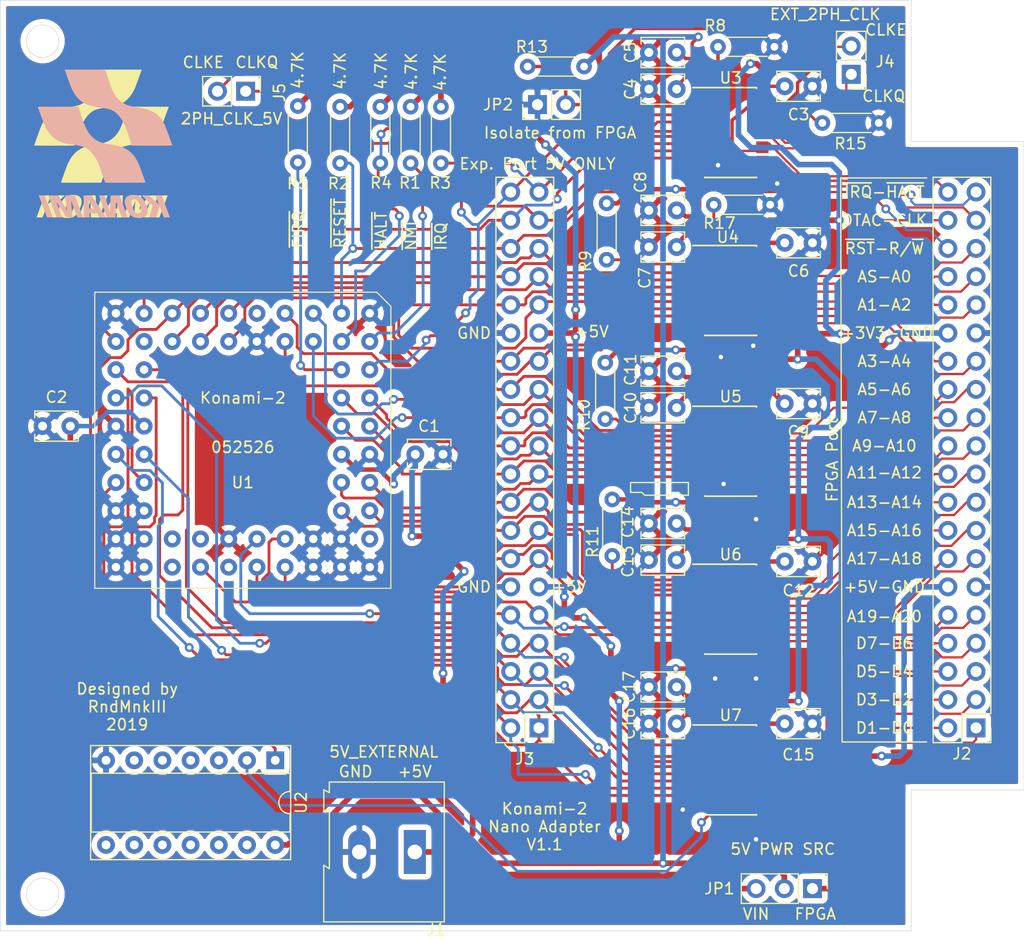
<source format=kicad_pcb>
(kicad_pcb (version 20171130) (host pcbnew "(5.1.4)-1")
  (title_block (title "Konami-2 DE10-Nano adapter V 1.1") (date 2019-09-23) (rev 1.1) (company "by RndMnkIII") (comment 1 "DE10-Nano FPGA interface to 5V Konami-2 CPU"))
  (layers (0 F.Cu signal) (31 B.Cu signal) (34 B.Paste user hide) (35 F.Paste user) (36 B.SilkS user) (37 F.SilkS user) (38 B.Mask user hide) (39 F.Mask user) (44 Edge.Cuts user))
  (net 0 "")
  (net 1 +5V)
  (net 2 GND)
  (net 3 +3V3)
  (net 4 /VIN)
  (net 5 /5V_FPGA)
  (net 6 /D_0)
  (net 7 /D_1)
  (net 8 /D_2)
  (net 9 /D_3)
  (net 10 /D_4)
  (net 11 /D_5)
  (net 12 /D_6)
  (net 13 /D_7)
  (net 14 /A_0)
  (net 15 /A_1)
  (net 16 /A_2)
  (net 17 /A_3)
  (net 18 /A_4)
  (net 19 /A_5)
  (net 20 /A_6)
  (net 21 /A_7)
  (net 22 /A_8)
  (net 23 /A_9)
  (net 24 /A_10)
  (net 25 /A_11)
  (net 26 /A_12)
  (net 27 /A_13)
  (net 28 /A_14)
  (net 29 /A_15)
  (net 30 /A_16)
  (net 31 /A_17)
  (net 32 /A_18)
  (net 33 /A_19)
  (net 34 /A_20)
  (net 35 AS)
  (net 36 CLK)
  (net 37 DTAC)
  (net 38 "Net-(U1-Pad5)")
  (net 39 "Net-(U1-Pad23)")
  (net 40 "Net-(U1-Pad29)")
  (net 41 "Net-(U1-Pad44)")
  (net 42 "Net-(U3-Pad3)")
  (net 43 "Net-(U4-Pad21)")
  (net 44 /J2_D0)
  (net 45 /J2_D1)
  (net 46 /J2_D2)
  (net 47 /J2_D3)
  (net 48 /J2_D4)
  (net 49 /J2_D5)
  (net 50 /J2_D6)
  (net 51 /J2_D7)
  (net 52 /J2_A20)
  (net 53 /J2_A19)
  (net 54 /J2_A18)
  (net 55 /J2_A17)
  (net 56 /J2_A16)
  (net 57 /J2_A15)
  (net 58 /J2_A14)
  (net 59 /J2_A13)
  (net 60 /J2_A12)
  (net 61 /J2_A11)
  (net 62 /J2_A10)
  (net 63 /J2_A9)
  (net 64 /J2_A8)
  (net 65 /J2_A7)
  (net 66 /J2_A6)
  (net 67 /J2_A5)
  (net 68 /J2_A4)
  (net 69 /J2_A3)
  (net 70 /J2_A2)
  (net 71 /J2_A1)
  (net 72 /J2_A0)
  (net 73 /J2_AS)
  (net 74 /J2_RW)
  (net 75 /J2_RST)
  (net 76 /J2_CLK)
  (net 77 /J2_DTAC)
  (net 78 /J2_HALT)
  (net 79 /J2_IRQ)
  (net 80 /~ISOLATE)
  (net 81 /DIR_IN)
  (net 82 /DIR_OUT3)
  (net 83 /DIR_OUT2)
  (net 84 /DIR_OUT1)
  (net 85 /DATA_DIR)
  (net 86 /PULLD1)
  (net 87 /PULLD2)
  (net 88 /A_22)
  (net 89 /A_23)
  (net 90 /A_21)
  (net 91 RW2)
  (net 92 ~RESET)
  (net 93 ~HALT)
  (net 94 ~IRQ)
  (net 95 /~NMI)
  (net 96 /~FIRQ)
  (net 97 /CLKE)
  (net 98 /CLKQ)
  (net 99 CLKQ2)
  (net 100 CLKE2)
  (module Logos:Konami_logo_scaled (layer B.Cu) (at 174.498 56.896 180)
    (fp_text reference G*** hide)
    (fp_text value LOGO hide)
  )
  (module Logos:Konami_logo_scaled (layer F.Cu) (at 174.244 56.896)
    (fp_text reference G*** hide)
    (fp_text value LOGO hide)
  )
  (module Housings_DIP:DIP-14_W7.62mm_Socket (layer F.Cu) (at 189.865 112.395 270)
    (fp_text reference U2 (at 3.81 -2.33 90) (layer F.SilkS))
    (fp_text value 74LS04)
    (pad 14 thru_hole oval (at 7.62 0 270) (size 1.6 1.6) (drill 0.8) (layers *.Cu *.Mask) (net 1 +5V))
    (pad 7 thru_hole oval (at 0 15.24 270) (size 1.6 1.6) (drill 0.8) (layers *.Cu *.Mask) (net 2 GND))
    (pad 13 thru_hole oval (at 7.62 2.54 270) (size 1.6 1.6) (drill 0.8) (layers *.Cu *.Mask))
    (pad 6 thru_hole oval (at 0 12.7 270) (size 1.6 1.6) (drill 0.8) (layers *.Cu *.Mask))
    (pad 12 thru_hole oval (at 7.62 5.08 270) (size 1.6 1.6) (drill 0.8) (layers *.Cu *.Mask))
    (pad 5 thru_hole oval (at 0 10.16 270) (size 1.6 1.6) (drill 0.8) (layers *.Cu *.Mask))
    (pad 11 thru_hole oval (at 7.62 7.62 270) (size 1.6 1.6) (drill 0.8) (layers *.Cu *.Mask))
    (pad 4 thru_hole oval (at 0 7.62 270) (size 1.6 1.6) (drill 0.8) (layers *.Cu *.Mask))
    (pad 10 thru_hole oval (at 7.62 10.16 270) (size 1.6 1.6) (drill 0.8) (layers *.Cu *.Mask))
    (pad 3 thru_hole oval (at 0 5.08 270) (size 1.6 1.6) (drill 0.8) (layers *.Cu *.Mask))
    (pad 9 thru_hole oval (at 7.62 12.7 270) (size 1.6 1.6) (drill 0.8) (layers *.Cu *.Mask))
    (pad 2 thru_hole oval (at 0 2.54 270) (size 1.6 1.6) (drill 0.8) (layers *.Cu *.Mask) (net 85 /DATA_DIR))
    (pad 8 thru_hole oval (at 7.62 15.24 270) (size 1.6 1.6) (drill 0.8) (layers *.Cu *.Mask))
    (pad 1 thru_hole rect (at 0 0 270) (size 1.6 1.6) (drill 0.8) (layers *.Cu *.Mask) (net 91 RW2))
  )
  (module Connectors_Terminal_Blocks:TerminalBlock_Altech_AK300-2_P5.00mm (layer F.Cu) (at 202.438 120.65 180)
    (fp_text reference J1 (at -1.92 -6.99) (layer F.SilkS))
    (fp_text value 5V_EXTERNAL)
    (fp_text user GND (at 5.334 7.239 180) (layer F.SilkS))
    (fp_text user +5V (at 0 7.239 180) (layer F.SilkS))
    (fp_text user 5V_EXTERNAL (at 2.794 9.017 180) (layer F.SilkS))
    (pad 2 thru_hole oval (at 5 0 180) (size 1.98 3.96) (drill 1.32) (layers *.Cu *.Mask) (net 2 GND))
    (pad 1 thru_hole rect (at 0 0 180) (size 1.98 3.96) (drill 1.32) (layers *.Cu *.Mask) (net 4 /VIN))
  )
  (module Pin_Headers:Pin_Header_Straight_2x20_Pitch2.54mm (layer F.Cu) (at 213.614 109.474 180)
    (fp_text reference J3 (at 1.27 -2.794) (layer F.SilkS))
    (fp_text value "Expansion Port 5V ONLY")
    (fp_text user "Exp. Port 5V ONLY" (at 0.127 50.8) (layer F.SilkS))
    (pad 40 thru_hole oval (at 2.54 48.26 180) (size 1.7 1.7) (drill 1) (layers *.Cu *.Mask) (net 94 ~IRQ))
    (pad 39 thru_hole oval (at 0 48.26 180) (size 1.7 1.7) (drill 1) (layers *.Cu *.Mask) (net 93 ~HALT))
    (pad 38 thru_hole oval (at 2.54 45.72 180) (size 1.7 1.7) (drill 1) (layers *.Cu *.Mask) (net 37 DTAC))
    (pad 37 thru_hole oval (at 0 45.72 180) (size 1.7 1.7) (drill 1) (layers *.Cu *.Mask) (net 36 CLK))
    (pad 36 thru_hole oval (at 2.54 43.18 180) (size 1.7 1.7) (drill 1) (layers *.Cu *.Mask) (net 92 ~RESET))
    (pad 35 thru_hole oval (at 0 43.18 180) (size 1.7 1.7) (drill 1) (layers *.Cu *.Mask) (net 91 RW2))
    (pad 34 thru_hole oval (at 2.54 40.64 180) (size 1.7 1.7) (drill 1) (layers *.Cu *.Mask) (net 35 AS))
    (pad 33 thru_hole oval (at 0 40.64 180) (size 1.7 1.7) (drill 1) (layers *.Cu *.Mask) (net 14 /A_0))
    (pad 32 thru_hole oval (at 2.54 38.1 180) (size 1.7 1.7) (drill 1) (layers *.Cu *.Mask) (net 15 /A_1))
    (pad 31 thru_hole oval (at 0 38.1 180) (size 1.7 1.7) (drill 1) (layers *.Cu *.Mask) (net 16 /A_2))
    (pad 30 thru_hole oval (at 2.54 35.56 180) (size 1.7 1.7) (drill 1) (layers *.Cu *.Mask) (net 2 GND))
    (pad 29 thru_hole oval (at 0 35.56 180) (size 1.7 1.7) (drill 1) (layers *.Cu *.Mask) (net 1 +5V))
    (pad 28 thru_hole oval (at 2.54 33.02 180) (size 1.7 1.7) (drill 1) (layers *.Cu *.Mask) (net 17 /A_3))
    (pad 27 thru_hole oval (at 0 33.02 180) (size 1.7 1.7) (drill 1) (layers *.Cu *.Mask) (net 18 /A_4))
    (pad 26 thru_hole oval (at 2.54 30.48 180) (size 1.7 1.7) (drill 1) (layers *.Cu *.Mask) (net 19 /A_5))
    (pad 25 thru_hole oval (at 0 30.48 180) (size 1.7 1.7) (drill 1) (layers *.Cu *.Mask) (net 20 /A_6))
    (pad 24 thru_hole oval (at 2.54 27.94 180) (size 1.7 1.7) (drill 1) (layers *.Cu *.Mask) (net 21 /A_7))
    (pad 23 thru_hole oval (at 0 27.94 180) (size 1.7 1.7) (drill 1) (layers *.Cu *.Mask) (net 22 /A_8))
    (pad 22 thru_hole oval (at 2.54 25.4 180) (size 1.7 1.7) (drill 1) (layers *.Cu *.Mask) (net 23 /A_9))
    (pad 21 thru_hole oval (at 0 25.4 180) (size 1.7 1.7) (drill 1) (layers *.Cu *.Mask) (net 24 /A_10))
    (pad 20 thru_hole oval (at 2.54 22.86 180) (size 1.7 1.7) (drill 1) (layers *.Cu *.Mask) (net 25 /A_11))
    (pad 19 thru_hole oval (at 0 22.86 180) (size 1.7 1.7) (drill 1) (layers *.Cu *.Mask) (net 26 /A_12))
    (pad 18 thru_hole oval (at 2.54 20.32 180) (size 1.7 1.7) (drill 1) (layers *.Cu *.Mask) (net 27 /A_13))
    (pad 17 thru_hole oval (at 0 20.32 180) (size 1.7 1.7) (drill 1) (layers *.Cu *.Mask) (net 28 /A_14))
    (pad 16 thru_hole oval (at 2.54 17.78 180) (size 1.7 1.7) (drill 1) (layers *.Cu *.Mask) (net 29 /A_15))
    (pad 15 thru_hole oval (at 0 17.78 180) (size 1.7 1.7) (drill 1) (layers *.Cu *.Mask) (net 30 /A_16))
    (pad 14 thru_hole oval (at 2.54 15.24 180) (size 1.7 1.7) (drill 1) (layers *.Cu *.Mask) (net 31 /A_17))
    (pad 13 thru_hole oval (at 0 15.24 180) (size 1.7 1.7) (drill 1) (layers *.Cu *.Mask) (net 32 /A_18))
    (pad 12 thru_hole oval (at 2.54 12.7 180) (size 1.7 1.7) (drill 1) (layers *.Cu *.Mask) (net 2 GND))
    (pad 11 thru_hole oval (at 0 12.7 180) (size 1.7 1.7) (drill 1) (layers *.Cu *.Mask) (net 1 +5V))
    (pad 10 thru_hole oval (at 2.54 10.16 180) (size 1.7 1.7) (drill 1) (layers *.Cu *.Mask) (net 33 /A_19))
    (pad 9 thru_hole oval (at 0 10.16 180) (size 1.7 1.7) (drill 1) (layers *.Cu *.Mask) (net 34 /A_20))
    (pad 8 thru_hole oval (at 2.54 7.62 180) (size 1.7 1.7) (drill 1) (layers *.Cu *.Mask) (net 13 /D_7))
    (pad 7 thru_hole oval (at 0 7.62 180) (size 1.7 1.7) (drill 1) (layers *.Cu *.Mask) (net 12 /D_6))
    (pad 6 thru_hole oval (at 2.54 5.08 180) (size 1.7 1.7) (drill 1) (layers *.Cu *.Mask) (net 11 /D_5))
    (pad 5 thru_hole oval (at 0 5.08 180) (size 1.7 1.7) (drill 1) (layers *.Cu *.Mask) (net 10 /D_4))
    (pad 4 thru_hole oval (at 2.54 2.54 180) (size 1.7 1.7) (drill 1) (layers *.Cu *.Mask) (net 9 /D_3))
    (pad 3 thru_hole oval (at 0 2.54 180) (size 1.7 1.7) (drill 1) (layers *.Cu *.Mask) (net 8 /D_2))
    (pad 2 thru_hole oval (at 2.54 0 180) (size 1.7 1.7) (drill 1) (layers *.Cu *.Mask) (net 7 /D_1))
    (pad 1 thru_hole rect (at 0 0 180) (size 1.7 1.7) (drill 1) (layers *.Cu *.Mask) (net 6 /D_0))
  )
  (module Pin_Headers:Pin_Header_Straight_1x02_Pitch2.54mm (layer F.Cu) (at 241.7445 50.6095 180)
    (fp_text reference J4 (at -3.048 1.143) (layer F.SilkS))
    (fp_text value EXT_2PH_CLK)
    (fp_text user EXT_2PH_CLK (at 2.3495 5.3975) (layer F.SilkS))
    (fp_text user CLKE (at -3.1115 4.0005 180) (layer F.SilkS))
    (fp_text user CLKQ (at -2.921 -1.9685 180) (layer F.SilkS))
    (pad 2 thru_hole oval (at 0 2.54 180) (size 1.7 1.7) (drill 1) (layers *.Cu *.Mask) (net 97 /CLKE))
    (pad 1 thru_hole rect (at 0 0 180) (size 1.7 1.7) (drill 1) (layers *.Cu *.Mask) (net 98 /CLKQ))
  )
  (module Pin_Headers:Pin_Header_Straight_1x02_Pitch2.54mm (layer F.Cu) (at 187.198 52.1335 270)
    (fp_text reference J5 (at 0.127 -3.048 90) (layer F.SilkS))
    (fp_text value "2Phase Clk 5V ONLY")
    (fp_text user 2PH_CLK_5V (at 2.4765 1.27) (layer F.SilkS))
    (fp_text user CLKE (at -2.6035 3.81) (layer F.SilkS))
    (fp_text user CLKQ (at -2.6035 -1.016) (layer F.SilkS))
    (pad 1 thru_hole rect (at 0 0 270) (size 1.7 1.7) (drill 1) (layers *.Cu *.Mask) (net 99 CLKQ2))
    (pad 2 thru_hole oval (at 0 2.54 270) (size 1.7 1.7) (drill 1) (layers *.Cu *.Mask) (net 100 CLKE2))
  )
  (module Pin_Headers:Pin_Header_Straight_1x03_Pitch2.54mm (layer F.Cu) (at 238.252 123.952 270)
    (fp_text reference JP1 (at 0 8.382 180) (layer F.SilkS))
    (fp_text value "5V PWR SRC")
    (fp_text user "5V PWR SRC" (at -3.556 2.667) (layer F.SilkS))
    (pad 3 thru_hole oval (at 0 5.08 270) (size 1.7 1.7) (drill 1) (layers *.Cu *.Mask) (net 4 /VIN))
    (pad 2 thru_hole oval (at 0 2.54 270) (size 1.7 1.7) (drill 1) (layers *.Cu *.Mask) (net 1 +5V))
    (pad 1 thru_hole rect (at 0 0 270) (size 1.7 1.7) (drill 1) (layers *.Cu *.Mask) (net 5 /5V_FPGA))
  )
  (module Pin_Headers:Pin_Header_Straight_1x02_Pitch2.54mm (layer F.Cu) (at 213.487 53.34 90)
    (fp_text reference JP2 (at 0 -3.556 180) (layer F.SilkS))
    (fp_text value "Isolate from FPGA")
    (fp_text user "Isolate from FPGA" (at -2.54 2.032 180) (layer F.SilkS))
    (pad 2 thru_hole oval (at 0 2.54 90) (size 1.7 1.7) (drill 1) (layers *.Cu *.Mask) (net 80 /~ISOLATE))
    (pad 1 thru_hole rect (at 0 0 90) (size 1.7 1.7) (drill 1) (layers *.Cu *.Mask) (net 2 GND))
  )
  (module Konami-2_PGA:KONAMI-2_64_PGA (layer F.Cu) (at 186.944 83.566 180)
    (fp_text reference U1 (at 0 -3.81 180) (layer F.SilkS))
    (fp_text value Konami-2 (at 0 3.81 180) (layer F.SilkS))
    (fp_text user 052526 (at 0 -0.635) (layer F.SilkS))
    (pad 1 thru_hole circle (at -11.43 11.43) (size 1.524 1.524) (drill 0.762) (layers *.Cu *.Mask) (net 2 GND))
    (pad 2 thru_hole circle (at -8.89 11.43) (size 1.524 1.524) (drill 0.762) (layers *.Cu *.Mask) (net 92 ~RESET))
    (pad 3 thru_hole circle (at -6.35 11.43) (size 1.524 1.524) (drill 0.762) (layers *.Cu *.Mask) (net 20 /A_6))
    (pad 4 thru_hole circle (at -3.81 11.43) (size 1.524 1.524) (drill 0.762) (layers *.Cu *.Mask) (net 18 /A_4))
    (pad 5 thru_hole circle (at -1.27 11.43) (size 1.524 1.524) (drill 0.762) (layers *.Cu *.Mask) (net 38 "Net-(U1-Pad5)"))
    (pad 6 thru_hole circle (at 1.27 11.43) (size 1.524 1.524) (drill 0.762) (layers *.Cu *.Mask) (net 16 /A_2))
    (pad 7 thru_hole circle (at 3.81 11.43) (size 1.524 1.524) (drill 0.762) (layers *.Cu *.Mask) (net 14 /A_0))
    (pad 8 thru_hole circle (at 6.35 11.43) (size 1.524 1.524) (drill 0.762) (layers *.Cu *.Mask) (net 91 RW2))
    (pad 9 thru_hole circle (at 8.89 11.43) (size 1.524 1.524) (drill 0.762) (layers *.Cu *.Mask) (net 37 DTAC))
    (pad 10 thru_hole circle (at 11.43 11.43) (size 1.524 1.524) (drill 0.762) (layers *.Cu *.Mask) (net 2 GND))
    (pad 11 thru_hole circle (at 11.43 8.89) (size 1.524 1.524) (drill 0.762) (layers *.Cu *.Mask) (net 36 CLK))
    (pad 12 thru_hole circle (at 11.43 6.35) (size 1.524 1.524) (drill 0.762) (layers *.Cu *.Mask) (net 12 /D_6))
    (pad 13 thru_hole circle (at 11.43 3.81) (size 1.524 1.524) (drill 0.762) (layers *.Cu *.Mask) (net 10 /D_4))
    (pad 14 thru_hole circle (at 11.43 1.27) (size 1.524 1.524) (drill 0.762) (layers *.Cu *.Mask) (net 2 GND))
    (pad 15 thru_hole circle (at 11.43 -1.27) (size 1.524 1.524) (drill 0.762) (layers *.Cu *.Mask) (net 8 /D_2))
    (pad 16 thru_hole circle (at 11.43 -3.81) (size 1.524 1.524) (drill 0.762) (layers *.Cu *.Mask) (net 6 /D_0))
    (pad 17 thru_hole circle (at 11.43 -6.35) (size 1.524 1.524) (drill 0.762) (layers *.Cu *.Mask) (net 2 GND))
    (pad 18 thru_hole circle (at 11.43 -8.89) (size 1.524 1.524) (drill 0.762) (layers *.Cu *.Mask) (net 2 GND))
    (pad 19 thru_hole circle (at 11.43 -11.43) (size 1.524 1.524) (drill 0.762) (layers *.Cu *.Mask) (net 2 GND))
    (pad 20 thru_hole circle (at 8.89 -11.43) (size 1.524 1.524) (drill 0.762) (layers *.Cu *.Mask) (net 2 GND))
    (pad 21 thru_hole circle (at 6.35 -11.43) (size 1.524 1.524) (drill 0.762) (layers *.Cu *.Mask) (net 88 /A_22))
    (pad 22 thru_hole circle (at 3.81 -11.43) (size 1.524 1.524) (drill 0.762) (layers *.Cu *.Mask) (net 34 /A_20))
    (pad 23 thru_hole circle (at 1.27 -11.43) (size 1.524 1.524) (drill 0.762) (layers *.Cu *.Mask) (net 39 "Net-(U1-Pad23)"))
    (pad 24 thru_hole circle (at -1.27 -11.43) (size 1.524 1.524) (drill 0.762) (layers *.Cu *.Mask) (net 32 /A_18))
    (pad 25 thru_hole circle (at -3.81 -11.43) (size 1.524 1.524) (drill 0.762) (layers *.Cu *.Mask) (net 30 /A_16))
    (pad 26 thru_hole circle (at -6.35 -11.43) (size 1.524 1.524) (drill 0.762) (layers *.Cu *.Mask) (net 2 GND))
    (pad 27 thru_hole circle (at -8.89 -11.43) (size 1.524 1.524) (drill 0.762) (layers *.Cu *.Mask) (net 2 GND))
    (pad 28 thru_hole circle (at -11.43 -11.43) (size 1.524 1.524) (drill 0.762) (layers *.Cu *.Mask) (net 2 GND))
    (pad 29 thru_hole circle (at -11.43 -8.89) (size 1.524 1.524) (drill 0.762) (layers *.Cu *.Mask) (net 40 "Net-(U1-Pad29)"))
    (pad 30 thru_hole circle (at -11.43 -6.35) (size 1.524 1.524) (drill 0.762) (layers *.Cu *.Mask) (net 28 /A_14))
    (pad 31 thru_hole circle (at -11.43 -3.81) (size 1.524 1.524) (drill 0.762) (layers *.Cu *.Mask) (net 26 /A_12))
    (pad 32 thru_hole circle (at -11.43 -1.27) (size 1.524 1.524) (drill 0.762) (layers *.Cu *.Mask) (net 2 GND))
    (pad 33 thru_hole circle (at -11.43 1.27) (size 1.524 1.524) (drill 0.762) (layers *.Cu *.Mask) (net 24 /A_10))
    (pad 34 thru_hole circle (at -11.43 3.81) (size 1.524 1.524) (drill 0.762) (layers *.Cu *.Mask) (net 22 /A_8))
    (pad 35 thru_hole circle (at -11.43 6.35) (size 1.524 1.524) (drill 0.762) (layers *.Cu *.Mask) (net 94 ~IRQ))
    (pad 36 thru_hole circle (at -11.43 8.89) (size 1.524 1.524) (drill 0.762) (layers *.Cu *.Mask) (net 95 /~NMI))
    (pad 37 thru_hole circle (at -8.89 8.89) (size 1.524 1.524) (drill 0.762) (layers *.Cu *.Mask) (net 93 ~HALT))
    (pad 38 thru_hole circle (at -6.35 8.89) (size 1.524 1.524) (drill 0.762) (layers *.Cu *.Mask) (net 21 /A_7))
    (pad 39 thru_hole circle (at -3.81 8.89) (size 1.524 1.524) (drill 0.762) (layers *.Cu *.Mask) (net 19 /A_5))
    (pad 40 thru_hole circle (at -1.27 8.89) (size 1.524 1.524) (drill 0.762) (layers *.Cu *.Mask) (net 2 GND))
    (pad 41 thru_hole circle (at 1.27 8.89) (size 1.524 1.524) (drill 0.762) (layers *.Cu *.Mask) (net 17 /A_3))
    (pad 42 thru_hole circle (at 3.81 8.89) (size 1.524 1.524) (drill 0.762) (layers *.Cu *.Mask) (net 15 /A_1))
    (pad 43 thru_hole circle (at 6.35 8.89) (size 1.524 1.524) (drill 0.762) (layers *.Cu *.Mask) (net 35 AS))
    (pad 44 thru_hole circle (at 8.89 8.89) (size 1.524 1.524) (drill 0.762) (layers *.Cu *.Mask) (net 41 "Net-(U1-Pad44)"))
    (pad 45 thru_hole circle (at 8.89 6.35) (size 1.524 1.524) (drill 0.762) (layers *.Cu *.Mask) (net 13 /D_7))
    (pad 46 thru_hole circle (at 8.89 3.81) (size 1.524 1.524) (drill 0.762) (layers *.Cu *.Mask) (net 11 /D_5))
    (pad 47 thru_hole circle (at 8.89 1.27) (size 1.524 1.524) (drill 0.762) (layers *.Cu *.Mask) (net 1 +5V))
    (pad 48 thru_hole circle (at 8.89 -1.27) (size 1.524 1.524) (drill 0.762) (layers *.Cu *.Mask) (net 9 /D_3))
    (pad 49 thru_hole circle (at 8.89 -3.81) (size 1.524 1.524) (drill 0.762) (layers *.Cu *.Mask) (net 7 /D_1))
    (pad 50 thru_hole circle (at 8.89 -6.35) (size 1.524 1.524) (drill 0.762) (layers *.Cu *.Mask) (net 2 GND))
    (pad 51 thru_hole circle (at 8.89 -8.89) (size 1.524 1.524) (drill 0.762) (layers *.Cu *.Mask) (net 2 GND))
    (pad 52 thru_hole circle (at 6.35 -8.89) (size 1.524 1.524) (drill 0.762) (layers *.Cu *.Mask) (net 89 /A_23))
    (pad 53 thru_hole circle (at 3.81 -8.89) (size 1.524 1.524) (drill 0.762) (layers *.Cu *.Mask) (net 90 /A_21))
    (pad 54 thru_hole circle (at 1.27 -8.89) (size 1.524 1.524) (drill 0.762) (layers *.Cu *.Mask) (net 2 GND))
    (pad 55 thru_hole circle (at -1.27 -8.89) (size 1.524 1.524) (drill 0.762) (layers *.Cu *.Mask) (net 33 /A_19))
    (pad 56 thru_hole circle (at -3.81 -8.89) (size 1.524 1.524) (drill 0.762) (layers *.Cu *.Mask) (net 31 /A_17))
    (pad 57 thru_hole circle (at -6.35 -8.89) (size 1.524 1.524) (drill 0.762) (layers *.Cu *.Mask) (net 2 GND))
    (pad 58 thru_hole circle (at -8.89 -8.89) (size 1.524 1.524) (drill 0.762) (layers *.Cu *.Mask) (net 2 GND))
    (pad 59 thru_hole circle (at -8.89 -6.35) (size 1.524 1.524) (drill 0.762) (layers *.Cu *.Mask) (net 29 /A_15))
    (pad 60 thru_hole circle (at -8.89 -3.81) (size 1.524 1.524) (drill 0.762) (layers *.Cu *.Mask) (net 27 /A_13))
    (pad 61 thru_hole circle (at -8.89 -1.27) (size 1.524 1.524) (drill 0.762) (layers *.Cu *.Mask) (net 1 +5V))
    (pad 62 thru_hole circle (at -8.89 1.27) (size 1.524 1.524) (drill 0.762) (layers *.Cu *.Mask) (net 25 /A_11))
    (pad 63 thru_hole circle (at -8.89 3.81) (size 1.524 1.524) (drill 0.762) (layers *.Cu *.Mask) (net 23 /A_9))
    (pad 64 thru_hole circle (at -8.89 6.35) (size 1.524 1.524) (drill 0.762) (layers *.Cu *.Mask) (net 96 /~FIRQ))
  )
  (module Pin_Headers:Pin_Header_Straight_2x20_Pitch2.54mm (layer F.Cu) (at 252.984 109.474 180)
    (fp_text reference J2 (at 1.27 -2.33) (layer F.SilkS))
    (fp_text value "FPGA Port")
    (fp_text user "FPGA Port" (at 12.954 24.13 270) (layer F.SilkS))
    (pad 40 thru_hole oval (at 2.54 48.26 180) (size 1.7 1.7) (drill 1) (layers *.Cu *.Mask) (net 79 /J2_IRQ))
    (pad 39 thru_hole oval (at 0 48.26 180) (size 1.7 1.7) (drill 1) (layers *.Cu *.Mask) (net 78 /J2_HALT))
    (pad 38 thru_hole oval (at 2.54 45.72 180) (size 1.7 1.7) (drill 1) (layers *.Cu *.Mask) (net 77 /J2_DTAC))
    (pad 37 thru_hole oval (at 0 45.72 180) (size 1.7 1.7) (drill 1) (layers *.Cu *.Mask) (net 76 /J2_CLK))
    (pad 36 thru_hole oval (at 2.54 43.18 180) (size 1.7 1.7) (drill 1) (layers *.Cu *.Mask) (net 75 /J2_RST))
    (pad 35 thru_hole oval (at 0 43.18 180) (size 1.7 1.7) (drill 1) (layers *.Cu *.Mask) (net 74 /J2_RW))
    (pad 34 thru_hole oval (at 2.54 40.64 180) (size 1.7 1.7) (drill 1) (layers *.Cu *.Mask) (net 73 /J2_AS))
    (pad 33 thru_hole oval (at 0 40.64 180) (size 1.7 1.7) (drill 1) (layers *.Cu *.Mask) (net 72 /J2_A0))
    (pad 32 thru_hole oval (at 2.54 38.1 180) (size 1.7 1.7) (drill 1) (layers *.Cu *.Mask) (net 71 /J2_A1))
    (pad 31 thru_hole oval (at 0 38.1 180) (size 1.7 1.7) (drill 1) (layers *.Cu *.Mask) (net 70 /J2_A2))
    (pad 30 thru_hole oval (at 2.54 35.56 180) (size 1.7 1.7) (drill 1) (layers *.Cu *.Mask) (net 3 +3V3))
    (pad 29 thru_hole oval (at 0 35.56 180) (size 1.7 1.7) (drill 1) (layers *.Cu *.Mask) (net 2 GND))
    (pad 28 thru_hole oval (at 2.54 33.02 180) (size 1.7 1.7) (drill 1) (layers *.Cu *.Mask) (net 69 /J2_A3))
    (pad 27 thru_hole oval (at 0 33.02 180) (size 1.7 1.7) (drill 1) (layers *.Cu *.Mask) (net 68 /J2_A4))
    (pad 26 thru_hole oval (at 2.54 30.48 180) (size 1.7 1.7) (drill 1) (layers *.Cu *.Mask) (net 67 /J2_A5))
    (pad 25 thru_hole oval (at 0 30.48 180) (size 1.7 1.7) (drill 1) (layers *.Cu *.Mask) (net 66 /J2_A6))
    (pad 24 thru_hole oval (at 2.54 27.94 180) (size 1.7 1.7) (drill 1) (layers *.Cu *.Mask) (net 65 /J2_A7))
    (pad 23 thru_hole oval (at 0 27.94 180) (size 1.7 1.7) (drill 1) (layers *.Cu *.Mask) (net 64 /J2_A8))
    (pad 22 thru_hole oval (at 2.54 25.4 180) (size 1.7 1.7) (drill 1) (layers *.Cu *.Mask) (net 63 /J2_A9))
    (pad 21 thru_hole oval (at 0 25.4 180) (size 1.7 1.7) (drill 1) (layers *.Cu *.Mask) (net 62 /J2_A10))
    (pad 20 thru_hole oval (at 2.54 22.86 180) (size 1.7 1.7) (drill 1) (layers *.Cu *.Mask) (net 61 /J2_A11))
    (pad 19 thru_hole oval (at 0 22.86 180) (size 1.7 1.7) (drill 1) (layers *.Cu *.Mask) (net 60 /J2_A12))
    (pad 18 thru_hole oval (at 2.54 20.32 180) (size 1.7 1.7) (drill 1) (layers *.Cu *.Mask) (net 59 /J2_A13))
    (pad 17 thru_hole oval (at 0 20.32 180) (size 1.7 1.7) (drill 1) (layers *.Cu *.Mask) (net 58 /J2_A14))
    (pad 16 thru_hole oval (at 2.54 17.78 180) (size 1.7 1.7) (drill 1) (layers *.Cu *.Mask) (net 57 /J2_A15))
    (pad 15 thru_hole oval (at 0 17.78 180) (size 1.7 1.7) (drill 1) (layers *.Cu *.Mask) (net 56 /J2_A16))
    (pad 14 thru_hole oval (at 2.54 15.24 180) (size 1.7 1.7) (drill 1) (layers *.Cu *.Mask) (net 55 /J2_A17))
    (pad 13 thru_hole oval (at 0 15.24 180) (size 1.7 1.7) (drill 1) (layers *.Cu *.Mask) (net 54 /J2_A18))
    (pad 12 thru_hole oval (at 2.54 12.7 180) (size 1.7 1.7) (drill 1) (layers *.Cu *.Mask) (net 5 /5V_FPGA))
    (pad 11 thru_hole oval (at 0 12.7 180) (size 1.7 1.7) (drill 1) (layers *.Cu *.Mask) (net 2 GND))
    (pad 10 thru_hole oval (at 2.54 10.16 180) (size 1.7 1.7) (drill 1) (layers *.Cu *.Mask) (net 53 /J2_A19))
    (pad 9 thru_hole oval (at 0 10.16 180) (size 1.7 1.7) (drill 1) (layers *.Cu *.Mask) (net 52 /J2_A20))
    (pad 8 thru_hole oval (at 2.54 7.62 180) (size 1.7 1.7) (drill 1) (layers *.Cu *.Mask) (net 51 /J2_D7))
    (pad 7 thru_hole oval (at 0 7.62 180) (size 1.7 1.7) (drill 1) (layers *.Cu *.Mask) (net 50 /J2_D6))
    (pad 6 thru_hole oval (at 2.54 5.08 180) (size 1.7 1.7) (drill 1) (layers *.Cu *.Mask) (net 49 /J2_D5))
    (pad 5 thru_hole oval (at 0 5.08 180) (size 1.7 1.7) (drill 1) (layers *.Cu *.Mask) (net 48 /J2_D4))
    (pad 4 thru_hole oval (at 2.54 2.54 180) (size 1.7 1.7) (drill 1) (layers *.Cu *.Mask) (net 47 /J2_D3))
    (pad 3 thru_hole oval (at 0 2.54 180) (size 1.7 1.7) (drill 1) (layers *.Cu *.Mask) (net 46 /J2_D2))
    (pad 2 thru_hole oval (at 2.54 0 180) (size 1.7 1.7) (drill 1) (layers *.Cu *.Mask) (net 45 /J2_D1))
    (pad 1 thru_hole rect (at 0 0 180) (size 1.7 1.7) (drill 1) (layers *.Cu *.Mask) (net 44 /J2_D0))
  )
  (module Condensadores:C_Polyester_D3.8mm_W2.6mm_P2.50mm (layer F.Cu) (at 204.978 84.836 180)
    (fp_text reference C1 (at 1.27 2.54) (layer F.SilkS))
    (fp_text value 0.1uF)
    (pad 2 thru_hole circle (at 2.5 0 180) (size 1.6 1.6) (drill 0.8) (layers *.Cu *.Mask) (net 1 +5V))
    (pad 1 thru_hole circle (at 0 0 180) (size 1.6 1.6) (drill 0.8) (layers *.Cu *.Mask) (net 2 GND))
  )
  (module Condensadores:C_Polyester_D3.8mm_W2.6mm_P2.50mm (layer F.Cu) (at 168.91 82.296)
    (fp_text reference C2 (at 1.25 -2.61) (layer F.SilkS))
    (fp_text value 0.1uF)
    (pad 1 thru_hole circle (at 0 0) (size 1.6 1.6) (drill 0.8) (layers *.Cu *.Mask) (net 2 GND))
    (pad 2 thru_hole circle (at 2.5 0) (size 1.6 1.6) (drill 0.8) (layers *.Cu *.Mask) (net 1 +5V))
  )
  (module Condensadores:C_Polyester_D3.8mm_W2.6mm_P2.50mm (layer F.Cu) (at 238.252 51.689 180)
    (fp_text reference C3 (at 1.25 -2.54) (layer F.SilkS))
    (fp_text value 0.1uF)
    (pad 2 thru_hole circle (at 2.5 0 180) (size 1.6 1.6) (drill 0.8) (layers *.Cu *.Mask) (net 3 +3V3))
    (pad 1 thru_hole circle (at 0 0 180) (size 1.6 1.6) (drill 0.8) (layers *.Cu *.Mask) (net 2 GND))
  )
  (module Condensadores:C_Polyester_D3.8mm_W2.6mm_P2.50mm (layer F.Cu) (at 223.52 51.943)
    (fp_text reference C4 (at -1.651 0 90) (layer F.SilkS))
    (fp_text value 0.1uF)
    (pad 1 thru_hole circle (at 0 0) (size 1.6 1.6) (drill 0.8) (layers *.Cu *.Mask) (net 2 GND))
    (pad 2 thru_hole circle (at 2.5 0) (size 1.6 1.6) (drill 0.8) (layers *.Cu *.Mask) (net 1 +5V))
  )
  (module Condensadores:C_Polyester_D3.8mm_W2.6mm_P2.50mm (layer F.Cu) (at 223.52 48.641)
    (fp_text reference C5 (at -1.651 0 90) (layer F.SilkS))
    (fp_text value 1uF)
    (pad 2 thru_hole circle (at 2.5 0) (size 1.6 1.6) (drill 0.8) (layers *.Cu *.Mask) (net 1 +5V))
    (pad 1 thru_hole circle (at 0 0) (size 1.6 1.6) (drill 0.8) (layers *.Cu *.Mask) (net 2 GND))
  )
  (module Condensadores:C_Polyester_D3.8mm_W2.6mm_P2.50mm (layer F.Cu) (at 238.252 65.786 180)
    (fp_text reference C6 (at 1.25 -2.54) (layer F.SilkS))
    (fp_text value 0.1uF)
    (pad 1 thru_hole circle (at 0 0 180) (size 1.6 1.6) (drill 0.8) (layers *.Cu *.Mask) (net 2 GND))
    (pad 2 thru_hole circle (at 2.5 0 180) (size 1.6 1.6) (drill 0.8) (layers *.Cu *.Mask) (net 3 +3V3))
  )
  (module Condensadores:C_Polyester_D3.8mm_W2.6mm_P2.50mm (layer F.Cu) (at 223.52 66.167)
    (fp_text reference C7 (at -0.381 2.794 90) (layer F.SilkS))
    (fp_text value 0.1uF)
    (pad 1 thru_hole circle (at 0 0) (size 1.6 1.6) (drill 0.8) (layers *.Cu *.Mask) (net 2 GND))
    (pad 2 thru_hole circle (at 2.5 0) (size 1.6 1.6) (drill 0.8) (layers *.Cu *.Mask) (net 1 +5V))
  )
  (module Condensadores:C_Polyester_D3.8mm_W2.6mm_P2.50mm (layer F.Cu) (at 223.52 62.865)
    (fp_text reference C8 (at -0.762 -2.54 90) (layer F.SilkS))
    (fp_text value 1uF)
    (pad 2 thru_hole circle (at 2.5 0) (size 1.6 1.6) (drill 0.8) (layers *.Cu *.Mask) (net 1 +5V))
    (pad 1 thru_hole circle (at 0 0) (size 1.6 1.6) (drill 0.8) (layers *.Cu *.Mask) (net 2 GND))
  )
  (module Condensadores:C_Polyester_D3.8mm_W2.6mm_P2.50mm (layer F.Cu) (at 238.252 80.264 180)
    (fp_text reference C9 (at 1.27 -2.54) (layer F.SilkS))
    (fp_text value 0.1uF)
    (pad 2 thru_hole circle (at 2.5 0 180) (size 1.6 1.6) (drill 0.8) (layers *.Cu *.Mask) (net 3 +3V3))
    (pad 1 thru_hole circle (at 0 0 180) (size 1.6 1.6) (drill 0.8) (layers *.Cu *.Mask) (net 2 GND))
  )
  (module Condensadores:C_Polyester_D3.8mm_W2.6mm_P2.50mm (layer F.Cu) (at 223.52 80.645)
    (fp_text reference C10 (at -1.651 0 90) (layer F.SilkS))
    (fp_text value 0.1uF)
    (pad 1 thru_hole circle (at 0 0) (size 1.6 1.6) (drill 0.8) (layers *.Cu *.Mask) (net 2 GND))
    (pad 2 thru_hole circle (at 2.5 0) (size 1.6 1.6) (drill 0.8) (layers *.Cu *.Mask) (net 1 +5V))
  )
  (module Condensadores:C_Polyester_D3.8mm_W2.6mm_P2.50mm (layer F.Cu) (at 223.52 77.343)
    (fp_text reference C11 (at -1.651 -0.127 90) (layer F.SilkS))
    (fp_text value 1uF)
    (pad 2 thru_hole circle (at 2.5 0) (size 1.6 1.6) (drill 0.8) (layers *.Cu *.Mask) (net 1 +5V))
    (pad 1 thru_hole circle (at 0 0) (size 1.6 1.6) (drill 0.8) (layers *.Cu *.Mask) (net 2 GND))
  )
  (module Condensadores:C_Polyester_D3.8mm_W2.6mm_P2.50mm (layer F.Cu) (at 238.252 94.488 180)
    (fp_text reference C12 (at 1.25 -2.61) (layer F.SilkS))
    (fp_text value 0.1uF)
    (pad 1 thru_hole circle (at 0 0 180) (size 1.6 1.6) (drill 0.8) (layers *.Cu *.Mask) (net 2 GND))
    (pad 2 thru_hole circle (at 2.5 0 180) (size 1.6 1.6) (drill 0.8) (layers *.Cu *.Mask) (net 3 +3V3))
  )
  (module Condensadores:C_Polyester_D3.8mm_W2.6mm_P2.50mm (layer F.Cu) (at 223.52 94.361)
    (fp_text reference C13 (at -1.905 0.127 90) (layer F.SilkS))
    (fp_text value 0.1uF hide)
    (pad 1 thru_hole circle (at 0 0) (size 1.6 1.6) (drill 0.8) (layers *.Cu *.Mask) (net 2 GND))
    (pad 2 thru_hole circle (at 2.5 0) (size 1.6 1.6) (drill 0.8) (layers *.Cu *.Mask) (net 1 +5V))
  )
  (module Condensadores:C_Polyester_D3.8mm_W2.6mm_P2.50mm (layer F.Cu) (at 223.52 91.059)
    (fp_text reference C14 (at -1.905 -0.127 90) (layer F.SilkS))
    (fp_text value 1uF)
    (pad 2 thru_hole circle (at 2.5 0) (size 1.6 1.6) (drill 0.8) (layers *.Cu *.Mask) (net 1 +5V))
    (pad 1 thru_hole circle (at 0 0) (size 1.6 1.6) (drill 0.8) (layers *.Cu *.Mask) (net 2 GND))
  )
  (module Condensadores:C_Polyester_D3.8mm_W2.6mm_P2.50mm (layer F.Cu) (at 238.252 109.093 180)
    (fp_text reference C15 (at 1.27 -2.794 180) (layer F.SilkS))
    (fp_text value 0.1uF)
    (pad 2 thru_hole circle (at 2.5 0 180) (size 1.6 1.6) (drill 0.8) (layers *.Cu *.Mask) (net 3 +3V3))
    (pad 1 thru_hole circle (at 0 0 180) (size 1.6 1.6) (drill 0.8) (layers *.Cu *.Mask) (net 2 GND))
  )
  (module Condensadores:C_Polyester_D3.8mm_W2.6mm_P2.50mm (layer F.Cu) (at 223.52 109.093)
    (fp_text reference C16 (at -1.778 0 90) (layer F.SilkS))
    (fp_text value 0.1uF)
    (pad 1 thru_hole circle (at 0 0) (size 1.6 1.6) (drill 0.8) (layers *.Cu *.Mask) (net 2 GND))
    (pad 2 thru_hole circle (at 2.5 0) (size 1.6 1.6) (drill 0.8) (layers *.Cu *.Mask) (net 1 +5V))
  )
  (module Condensadores:C_Polyester_D3.8mm_W2.6mm_P2.50mm (layer F.Cu) (at 223.52 105.791)
    (fp_text reference C17 (at -1.778 0 90) (layer F.SilkS))
    (fp_text value 1uF)
    (pad 2 thru_hole circle (at 2.5 0) (size 1.6 1.6) (drill 0.8) (layers *.Cu *.Mask) (net 1 +5V))
    (pad 1 thru_hole circle (at 0 0) (size 1.6 1.6) (drill 0.8) (layers *.Cu *.Mask) (net 2 GND))
  )
  (module Resistencias:R_Axial_DIN0204_L3.6mm_D1.6mm_P5.08mm_Horizontal (layer F.Cu) (at 202.057 53.5305 270)
    (fp_text reference R1 (at 6.858 0.0635 180) (layer F.SilkS))
    (fp_text value 4.7K (at -3.175 -0.0635 90) (layer F.SilkS))
    (fp_text user ~NMI (at 11.6205 -0.0635 270) (layer F.SilkS))
    (pad 1 thru_hole circle (at 0 0 270) (size 1.4 1.4) (drill 0.7) (layers *.Cu *.Mask) (net 1 +5V))
    (pad 2 thru_hole oval (at 5.08 0 270) (size 1.4 1.4) (drill 0.7) (layers *.Cu *.Mask) (net 95 /~NMI))
  )
  (module Resistencias:R_Axial_DIN0204_L3.6mm_D1.6mm_P5.08mm_Horizontal (layer F.Cu) (at 191.897 53.467 270)
    (fp_text reference R2 (at 6.985 -3.683 180) (layer F.SilkS))
    (fp_text value 4.7K)
    (fp_text user 4.7K (at -3.2385 0 90) (layer F.SilkS))
    (fp_text user ~FIRQ (at 11.1125 -0.0635 270) (layer F.SilkS))
    (pad 2 thru_hole oval (at 5.08 0 270) (size 1.4 1.4) (drill 0.7) (layers *.Cu *.Mask) (net 96 /~FIRQ))
    (pad 1 thru_hole circle (at 0 0 270) (size 1.4 1.4) (drill 0.7) (layers *.Cu *.Mask) (net 1 +5V))
  )
  (module Resistencias:R_Axial_DIN0204_L3.6mm_D1.6mm_P5.08mm_Horizontal (layer F.Cu) (at 204.7875 53.5305 270)
    (fp_text reference R3 (at 6.858 0.0635 180) (layer F.SilkS))
    (fp_text value 4.7K)
    (fp_text user 4.7K (at -3.1115 0.0635 90) (layer F.SilkS))
    (fp_text user ~IRQ (at 11.684 0 270) (layer F.SilkS))
    (pad 1 thru_hole circle (at 0 0 270) (size 1.4 1.4) (drill 0.7) (layers *.Cu *.Mask) (net 1 +5V))
    (pad 2 thru_hole oval (at 5.08 0 270) (size 1.4 1.4) (drill 0.7) (layers *.Cu *.Mask) (net 94 ~IRQ))
  )
  (module Resistencias:R_Axial_DIN0204_L3.6mm_D1.6mm_P5.08mm_Horizontal (layer F.Cu) (at 199.3265 53.5305 270)
    (fp_text reference R4 (at 6.858 -0.0635 180) (layer F.SilkS))
    (fp_text value 4.7K)
    (fp_text user 4.7K (at -3.2385 -0.0635 90) (layer F.SilkS))
    (fp_text user ~HALT (at 11.176 -0.0635 270) (layer F.SilkS))
    (pad 2 thru_hole oval (at 5.08 0 270) (size 1.4 1.4) (drill 0.7) (layers *.Cu *.Mask) (net 93 ~HALT))
    (pad 1 thru_hole circle (at 0 0 270) (size 1.4 1.4) (drill 0.7) (layers *.Cu *.Mask) (net 1 +5V))
  )
  (module Resistencias:R_Axial_DIN0204_L3.6mm_D1.6mm_P5.08mm_Horizontal (layer F.Cu) (at 195.707 53.5305 270)
    (fp_text reference R5 (at 6.9215 3.81 180) (layer F.SilkS))
    (fp_text value 4.7K)
    (fp_text user 4.7K (at -3.2385 0 270) (layer F.SilkS))
    (fp_text user ~RESET (at 10.4775 0 270) (layer F.SilkS))
    (pad 2 thru_hole oval (at 5.08 0 270) (size 1.4 1.4) (drill 0.7) (layers *.Cu *.Mask) (net 92 ~RESET))
    (pad 1 thru_hole circle (at 0 0 270) (size 1.4 1.4) (drill 0.7) (layers *.Cu *.Mask) (net 1 +5V))
  )
  (module Resistencias:R_Axial_DIN0204_L3.6mm_D1.6mm_P5.08mm_Horizontal (layer F.Cu) (at 234.823 48.133 180)
    (fp_text reference R8 (at 5.334 1.905) (layer F.SilkS))
    (fp_text value 4.7K)
    (pad 1 thru_hole circle (at 0 0 180) (size 1.4 1.4) (drill 0.7) (layers *.Cu *.Mask) (net 2 GND))
    (pad 2 thru_hole oval (at 5.08 0 180) (size 1.4 1.4) (drill 0.7) (layers *.Cu *.Mask) (net 81 /DIR_IN))
  )
  (module Resistencias:R_Axial_DIN0204_L3.6mm_D1.6mm_P5.08mm_Horizontal (layer F.Cu) (at 219.71 67.31 90)
    (fp_text reference R9 (at -0.127 -1.905 90) (layer F.SilkS))
    (fp_text value 4.7K)
    (pad 2 thru_hole oval (at 5.08 0 90) (size 1.4 1.4) (drill 0.7) (layers *.Cu *.Mask) (net 1 +5V))
    (pad 1 thru_hole circle (at 0 0 90) (size 1.4 1.4) (drill 0.7) (layers *.Cu *.Mask) (net 82 /DIR_OUT3))
  )
  (module Resistencias:R_Axial_DIN0204_L3.6mm_D1.6mm_P5.08mm_Horizontal (layer F.Cu) (at 219.583 81.661 90)
    (fp_text reference R10 (at 0.381 -1.905 90) (layer F.SilkS))
    (fp_text value 4.7K)
    (pad 1 thru_hole circle (at 0 0 90) (size 1.4 1.4) (drill 0.7) (layers *.Cu *.Mask) (net 83 /DIR_OUT2))
    (pad 2 thru_hole oval (at 5.08 0 90) (size 1.4 1.4) (drill 0.7) (layers *.Cu *.Mask) (net 1 +5V))
  )
  (module Resistencias:R_Axial_DIN0204_L3.6mm_D1.6mm_P5.08mm_Horizontal (layer F.Cu) (at 220.218 93.98 90)
    (fp_text reference R11 (at 1.27 -1.778 90) (layer F.SilkS))
    (fp_text value 4.7K)
    (pad 1 thru_hole circle (at 0 0 90) (size 1.4 1.4) (drill 0.7) (layers *.Cu *.Mask) (net 84 /DIR_OUT1))
    (pad 2 thru_hole oval (at 5.08 0 90) (size 1.4 1.4) (drill 0.7) (layers *.Cu *.Mask) (net 1 +5V))
  )
  (module Resistencias:R_Axial_DIN0204_L3.6mm_D1.6mm_P5.08mm_Horizontal (layer F.Cu) (at 212.598 49.911)
    (fp_text reference R13 (at 0.381 -1.778) (layer F.SilkS))
    (fp_text value 4.7K)
    (pad 2 thru_hole oval (at 5.08 0) (size 1.4 1.4) (drill 0.7) (layers *.Cu *.Mask) (net 1 +5V))
    (pad 1 thru_hole circle (at 0 0) (size 1.4 1.4) (drill 0.7) (layers *.Cu *.Mask) (net 80 /~ISOLATE))
  )
  (module Resistencias:R_Axial_DIN0204_L3.6mm_D1.6mm_P5.08mm_Horizontal (layer F.Cu) (at 244.221 54.991 180)
    (fp_text reference R15 (at 2.54 -1.86) (layer F.SilkS))
    (fp_text value 10K)
    (pad 2 thru_hole oval (at 5.08 0 180) (size 1.4 1.4) (drill 0.7) (layers *.Cu *.Mask) (net 86 /PULLD1))
    (pad 1 thru_hole circle (at 0 0 180) (size 1.4 1.4) (drill 0.7) (layers *.Cu *.Mask) (net 2 GND))
  )
  (module Resistencias:R_Axial_DIN0204_L3.6mm_D1.6mm_P5.08mm_Horizontal (layer F.Cu) (at 234.442 62.357 180)
    (fp_text reference R17 (at 4.572 -1.651) (layer F.SilkS))
    (fp_text value 4.7K)
    (pad 1 thru_hole circle (at 0 0 180) (size 1.4 1.4) (drill 0.7) (layers *.Cu *.Mask) (net 2 GND))
    (pad 2 thru_hole oval (at 5.08 0 180) (size 1.4 1.4) (drill 0.7) (layers *.Cu *.Mask) (net 87 /PULLD2))
  )
  (module SN74LVC8T245PWR:TSSOP-24_SN74LVC8T245PWR (layer F.Cu) (at 230.886 55.88)
    (fp_text reference U3 (at 0 -4.95) (layer F.SilkS))
    (fp_text value SN74LVC8T245PWR hide)
    (pad 1 smd rect (at -2.85 -3.575) (size 1.1 0.4) (layers F.Cu F.Paste F.Mask) (net 1 +5V))
    (pad 2 smd rect (at -2.85 -2.925) (size 1.1 0.4) (layers F.Cu F.Paste F.Mask) (net 81 /DIR_IN))
    (pad 3 smd rect (at -2.85 -2.275) (size 1.1 0.4) (layers F.Cu F.Paste F.Mask) (net 42 "Net-(U3-Pad3)"))
    (pad 4 smd rect (at -2.85 -1.625) (size 1.1 0.4) (layers F.Cu F.Paste F.Mask) (net 100 CLKE2))
    (pad 5 smd rect (at -2.85 -0.975) (size 1.1 0.4) (layers F.Cu F.Paste F.Mask) (net 99 CLKQ2))
    (pad 6 smd rect (at -2.85 -0.325) (size 1.1 0.4) (layers F.Cu F.Paste F.Mask) (net 94 ~IRQ))
    (pad 7 smd rect (at -2.85 0.325) (size 1.1 0.4) (layers F.Cu F.Paste F.Mask) (net 93 ~HALT))
    (pad 8 smd rect (at -2.85 0.975) (size 1.1 0.4) (layers F.Cu F.Paste F.Mask) (net 37 DTAC))
    (pad 9 smd rect (at -2.85 1.625) (size 1.1 0.4) (layers F.Cu F.Paste F.Mask) (net 36 CLK))
    (pad 10 smd rect (at -2.85 2.275) (size 1.1 0.4) (layers F.Cu F.Paste F.Mask) (net 92 ~RESET))
    (pad 11 smd rect (at -2.85 2.925) (size 1.1 0.4) (layers F.Cu F.Paste F.Mask) (net 2 GND))
    (pad 12 smd rect (at -2.85 3.575) (size 1.1 0.4) (layers F.Cu F.Paste F.Mask) (net 2 GND))
    (pad 13 smd rect (at 2.85 3.575) (size 1.1 0.4) (layers F.Cu F.Paste F.Mask) (net 2 GND))
    (pad 14 smd rect (at 2.85 2.925) (size 1.1 0.4) (layers F.Cu F.Paste F.Mask) (net 75 /J2_RST))
    (pad 15 smd rect (at 2.85 2.275) (size 1.1 0.4) (layers F.Cu F.Paste F.Mask) (net 76 /J2_CLK))
    (pad 16 smd rect (at 2.85 1.625) (size 1.1 0.4) (layers F.Cu F.Paste F.Mask) (net 77 /J2_DTAC))
    (pad 17 smd rect (at 2.85 0.975) (size 1.1 0.4) (layers F.Cu F.Paste F.Mask) (net 78 /J2_HALT))
    (pad 18 smd rect (at 2.85 0.325) (size 1.1 0.4) (layers F.Cu F.Paste F.Mask) (net 79 /J2_IRQ))
    (pad 19 smd rect (at 2.85 -0.325) (size 1.1 0.4) (layers F.Cu F.Paste F.Mask) (net 98 /CLKQ))
    (pad 20 smd rect (at 2.85 -0.975) (size 1.1 0.4) (layers F.Cu F.Paste F.Mask) (net 97 /CLKE))
    (pad 21 smd rect (at 2.85 -1.625) (size 1.1 0.4) (layers F.Cu F.Paste F.Mask) (net 86 /PULLD1))
    (pad 22 smd rect (at 2.85 -2.275) (size 1.1 0.4) (layers F.Cu F.Paste F.Mask) (net 80 /~ISOLATE))
    (pad 23 smd rect (at 2.85 -2.925) (size 1.1 0.4) (layers F.Cu F.Paste F.Mask) (net 3 +3V3))
    (pad 24 smd rect (at 2.85 -3.575) (size 1.1 0.4) (layers F.Cu F.Paste F.Mask) (net 3 +3V3))
  )
  (module SN74LVC8T245PWR:TSSOP-24_SN74LVC8T245PWR (layer F.Cu) (at 230.886 70.104)
    (fp_text reference U4 (at -0.254 -4.826) (layer F.SilkS))
    (fp_text value SN74LVC8T245PWR hide)
    (pad 24 smd rect (at 2.85 -3.575) (size 1.1 0.4) (layers F.Cu F.Paste F.Mask) (net 3 +3V3))
    (pad 23 smd rect (at 2.85 -2.925) (size 1.1 0.4) (layers F.Cu F.Paste F.Mask) (net 3 +3V3))
    (pad 22 smd rect (at 2.85 -2.275) (size 1.1 0.4) (layers F.Cu F.Paste F.Mask) (net 80 /~ISOLATE))
    (pad 21 smd rect (at 2.85 -1.625) (size 1.1 0.4) (layers F.Cu F.Paste F.Mask) (net 43 "Net-(U4-Pad21)"))
    (pad 20 smd rect (at 2.85 -0.975) (size 1.1 0.4) (layers F.Cu F.Paste F.Mask) (net 74 /J2_RW))
    (pad 19 smd rect (at 2.85 -0.325) (size 1.1 0.4) (layers F.Cu F.Paste F.Mask) (net 73 /J2_AS))
    (pad 18 smd rect (at 2.85 0.325) (size 1.1 0.4) (layers F.Cu F.Paste F.Mask) (net 72 /J2_A0))
    (pad 17 smd rect (at 2.85 0.975) (size 1.1 0.4) (layers F.Cu F.Paste F.Mask) (net 71 /J2_A1))
    (pad 16 smd rect (at 2.85 1.625) (size 1.1 0.4) (layers F.Cu F.Paste F.Mask) (net 70 /J2_A2))
    (pad 15 smd rect (at 2.85 2.275) (size 1.1 0.4) (layers F.Cu F.Paste F.Mask) (net 69 /J2_A3))
    (pad 14 smd rect (at 2.85 2.925) (size 1.1 0.4) (layers F.Cu F.Paste F.Mask) (net 68 /J2_A4))
    (pad 13 smd rect (at 2.85 3.575) (size 1.1 0.4) (layers F.Cu F.Paste F.Mask) (net 2 GND))
    (pad 12 smd rect (at -2.85 3.575) (size 1.1 0.4) (layers F.Cu F.Paste F.Mask) (net 2 GND))
    (pad 11 smd rect (at -2.85 2.925) (size 1.1 0.4) (layers F.Cu F.Paste F.Mask) (net 2 GND))
    (pad 10 smd rect (at -2.85 2.275) (size 1.1 0.4) (layers F.Cu F.Paste F.Mask) (net 18 /A_4))
    (pad 9 smd rect (at -2.85 1.625) (size 1.1 0.4) (layers F.Cu F.Paste F.Mask) (net 17 /A_3))
    (pad 8 smd rect (at -2.85 0.975) (size 1.1 0.4) (layers F.Cu F.Paste F.Mask) (net 16 /A_2))
    (pad 7 smd rect (at -2.85 0.325) (size 1.1 0.4) (layers F.Cu F.Paste F.Mask) (net 15 /A_1))
    (pad 6 smd rect (at -2.85 -0.325) (size 1.1 0.4) (layers F.Cu F.Paste F.Mask) (net 14 /A_0))
    (pad 5 smd rect (at -2.85 -0.975) (size 1.1 0.4) (layers F.Cu F.Paste F.Mask) (net 35 AS))
    (pad 4 smd rect (at -2.85 -1.625) (size 1.1 0.4) (layers F.Cu F.Paste F.Mask) (net 91 RW2))
    (pad 3 smd rect (at -2.85 -2.275) (size 1.1 0.4) (layers F.Cu F.Paste F.Mask) (net 87 /PULLD2))
    (pad 2 smd rect (at -2.85 -2.925) (size 1.1 0.4) (layers F.Cu F.Paste F.Mask) (net 82 /DIR_OUT3))
    (pad 1 smd rect (at -2.85 -3.575) (size 1.1 0.4) (layers F.Cu F.Paste F.Mask) (net 1 +5V))
  )
  (module SN74LVC8T245PWR:TSSOP-24_SN74LVC8T245PWR (layer F.Cu) (at 230.886 84.582)
    (fp_text reference U5 (at 0 -4.95) (layer F.SilkS))
    (fp_text value SN74LVC8T245PWR hide)
    (pad 24 smd rect (at 2.85 -3.575) (size 1.1 0.4) (layers F.Cu F.Paste F.Mask) (net 3 +3V3))
    (pad 23 smd rect (at 2.85 -2.925) (size 1.1 0.4) (layers F.Cu F.Paste F.Mask) (net 3 +3V3))
    (pad 22 smd rect (at 2.85 -2.275) (size 1.1 0.4) (layers F.Cu F.Paste F.Mask) (net 80 /~ISOLATE))
    (pad 21 smd rect (at 2.85 -1.625) (size 1.1 0.4) (layers F.Cu F.Paste F.Mask) (net 67 /J2_A5))
    (pad 20 smd rect (at 2.85 -0.975) (size 1.1 0.4) (layers F.Cu F.Paste F.Mask) (net 66 /J2_A6))
    (pad 19 smd rect (at 2.85 -0.325) (size 1.1 0.4) (layers F.Cu F.Paste F.Mask) (net 65 /J2_A7))
    (pad 18 smd rect (at 2.85 0.325) (size 1.1 0.4) (layers F.Cu F.Paste F.Mask) (net 64 /J2_A8))
    (pad 17 smd rect (at 2.85 0.975) (size 1.1 0.4) (layers F.Cu F.Paste F.Mask) (net 63 /J2_A9))
    (pad 16 smd rect (at 2.85 1.625) (size 1.1 0.4) (layers F.Cu F.Paste F.Mask) (net 62 /J2_A10))
    (pad 15 smd rect (at 2.85 2.275) (size 1.1 0.4) (layers F.Cu F.Paste F.Mask) (net 61 /J2_A11))
    (pad 14 smd rect (at 2.85 2.925) (size 1.1 0.4) (layers F.Cu F.Paste F.Mask) (net 60 /J2_A12))
    (pad 13 smd rect (at 2.85 3.575) (size 1.1 0.4) (layers F.Cu F.Paste F.Mask) (net 2 GND))
    (pad 12 smd rect (at -2.85 3.575) (size 1.1 0.4) (layers F.Cu F.Paste F.Mask) (net 2 GND))
    (pad 11 smd rect (at -2.85 2.925) (size 1.1 0.4) (layers F.Cu F.Paste F.Mask) (net 2 GND))
    (pad 10 smd rect (at -2.85 2.275) (size 1.1 0.4) (layers F.Cu F.Paste F.Mask) (net 26 /A_12))
    (pad 9 smd rect (at -2.85 1.625) (size 1.1 0.4) (layers F.Cu F.Paste F.Mask) (net 25 /A_11))
    (pad 8 smd rect (at -2.85 0.975) (size 1.1 0.4) (layers F.Cu F.Paste F.Mask) (net 24 /A_10))
    (pad 7 smd rect (at -2.85 0.325) (size 1.1 0.4) (layers F.Cu F.Paste F.Mask) (net 23 /A_9))
    (pad 6 smd rect (at -2.85 -0.325) (size 1.1 0.4) (layers F.Cu F.Paste F.Mask) (net 22 /A_8))
    (pad 5 smd rect (at -2.85 -0.975) (size 1.1 0.4) (layers F.Cu F.Paste F.Mask) (net 21 /A_7))
    (pad 4 smd rect (at -2.85 -1.625) (size 1.1 0.4) (layers F.Cu F.Paste F.Mask) (net 20 /A_6))
    (pad 3 smd rect (at -2.85 -2.275) (size 1.1 0.4) (layers F.Cu F.Paste F.Mask) (net 19 /A_5))
    (pad 2 smd rect (at -2.85 -2.925) (size 1.1 0.4) (layers F.Cu F.Paste F.Mask) (net 83 /DIR_OUT2))
    (pad 1 smd rect (at -2.85 -3.575) (size 1.1 0.4) (layers F.Cu F.Paste F.Mask) (net 1 +5V))
  )
  (module SN74LVC8T245PWR:TSSOP-24_SN74LVC8T245PWR (layer F.Cu) (at 230.886 98.806)
    (fp_text reference U6 (at 0 -4.95) (layer F.SilkS))
    (fp_text value SN74LVC8T245PWR hide)
    (pad 1 smd rect (at -2.85 -3.575) (size 1.1 0.4) (layers F.Cu F.Paste F.Mask) (net 1 +5V))
    (pad 2 smd rect (at -2.85 -2.925) (size 1.1 0.4) (layers F.Cu F.Paste F.Mask) (net 84 /DIR_OUT1))
    (pad 3 smd rect (at -2.85 -2.275) (size 1.1 0.4) (layers F.Cu F.Paste F.Mask) (net 27 /A_13))
    (pad 4 smd rect (at -2.85 -1.625) (size 1.1 0.4) (layers F.Cu F.Paste F.Mask) (net 28 /A_14))
    (pad 5 smd rect (at -2.85 -0.975) (size 1.1 0.4) (layers F.Cu F.Paste F.Mask) (net 29 /A_15))
    (pad 6 smd rect (at -2.85 -0.325) (size 1.1 0.4) (layers F.Cu F.Paste F.Mask) (net 30 /A_16))
    (pad 7 smd rect (at -2.85 0.325) (size 1.1 0.4) (layers F.Cu F.Paste F.Mask) (net 31 /A_17))
    (pad 8 smd rect (at -2.85 0.975) (size 1.1 0.4) (layers F.Cu F.Paste F.Mask) (net 32 /A_18))
    (pad 9 smd rect (at -2.85 1.625) (size 1.1 0.4) (layers F.Cu F.Paste F.Mask) (net 33 /A_19))
    (pad 10 smd rect (at -2.85 2.275) (size 1.1 0.4) (layers F.Cu F.Paste F.Mask) (net 34 /A_20))
    (pad 11 smd rect (at -2.85 2.925) (size 1.1 0.4) (layers F.Cu F.Paste F.Mask) (net 2 GND))
    (pad 12 smd rect (at -2.85 3.575) (size 1.1 0.4) (layers F.Cu F.Paste F.Mask) (net 2 GND))
    (pad 13 smd rect (at 2.85 3.575) (size 1.1 0.4) (layers F.Cu F.Paste F.Mask) (net 2 GND))
    (pad 14 smd rect (at 2.85 2.925) (size 1.1 0.4) (layers F.Cu F.Paste F.Mask) (net 52 /J2_A20))
    (pad 15 smd rect (at 2.85 2.275) (size 1.1 0.4) (layers F.Cu F.Paste F.Mask) (net 53 /J2_A19))
    (pad 16 smd rect (at 2.85 1.625) (size 1.1 0.4) (layers F.Cu F.Paste F.Mask) (net 54 /J2_A18))
    (pad 17 smd rect (at 2.85 0.975) (size 1.1 0.4) (layers F.Cu F.Paste F.Mask) (net 55 /J2_A17))
    (pad 18 smd rect (at 2.85 0.325) (size 1.1 0.4) (layers F.Cu F.Paste F.Mask) (net 56 /J2_A16))
    (pad 19 smd rect (at 2.85 -0.325) (size 1.1 0.4) (layers F.Cu F.Paste F.Mask) (net 57 /J2_A15))
    (pad 20 smd rect (at 2.85 -0.975) (size 1.1 0.4) (layers F.Cu F.Paste F.Mask) (net 58 /J2_A14))
    (pad 21 smd rect (at 2.85 -1.625) (size 1.1 0.4) (layers F.Cu F.Paste F.Mask) (net 59 /J2_A13))
    (pad 22 smd rect (at 2.85 -2.275) (size 1.1 0.4) (layers F.Cu F.Paste F.Mask) (net 80 /~ISOLATE))
    (pad 23 smd rect (at 2.85 -2.925) (size 1.1 0.4) (layers F.Cu F.Paste F.Mask) (net 3 +3V3))
    (pad 24 smd rect (at 2.85 -3.575) (size 1.1 0.4) (layers F.Cu F.Paste F.Mask) (net 3 +3V3))
  )
  (module SN74LVC8T245PWR:TSSOP-24_SN74LVC8T245PWR (layer F.Cu) (at 230.886 113.284)
    (fp_text reference U7 (at 0 -4.95) (layer F.SilkS))
    (fp_text value SN74LVC8T245PWR hide)
    (pad 24 smd rect (at 2.85 -3.575) (size 1.1 0.4) (layers F.Cu F.Paste F.Mask) (net 3 +3V3))
    (pad 23 smd rect (at 2.85 -2.925) (size 1.1 0.4) (layers F.Cu F.Paste F.Mask) (net 3 +3V3))
    (pad 22 smd rect (at 2.85 -2.275) (size 1.1 0.4) (layers F.Cu F.Paste F.Mask) (net 80 /~ISOLATE))
    (pad 21 smd rect (at 2.85 -1.625) (size 1.1 0.4) (layers F.Cu F.Paste F.Mask) (net 51 /J2_D7))
    (pad 20 smd rect (at 2.85 -0.975) (size 1.1 0.4) (layers F.Cu F.Paste F.Mask) (net 50 /J2_D6))
    (pad 19 smd rect (at 2.85 -0.325) (size 1.1 0.4) (layers F.Cu F.Paste F.Mask) (net 49 /J2_D5))
    (pad 18 smd rect (at 2.85 0.325) (size 1.1 0.4) (layers F.Cu F.Paste F.Mask) (net 48 /J2_D4))
    (pad 17 smd rect (at 2.85 0.975) (size 1.1 0.4) (layers F.Cu F.Paste F.Mask) (net 47 /J2_D3))
    (pad 16 smd rect (at 2.85 1.625) (size 1.1 0.4) (layers F.Cu F.Paste F.Mask) (net 46 /J2_D2))
    (pad 15 smd rect (at 2.85 2.275) (size 1.1 0.4) (layers F.Cu F.Paste F.Mask) (net 45 /J2_D1))
    (pad 14 smd rect (at 2.85 2.925) (size 1.1 0.4) (layers F.Cu F.Paste F.Mask) (net 44 /J2_D0))
    (pad 13 smd rect (at 2.85 3.575) (size 1.1 0.4) (layers F.Cu F.Paste F.Mask) (net 2 GND))
    (pad 12 smd rect (at -2.85 3.575) (size 1.1 0.4) (layers F.Cu F.Paste F.Mask) (net 2 GND))
    (pad 11 smd rect (at -2.85 2.925) (size 1.1 0.4) (layers F.Cu F.Paste F.Mask) (net 2 GND))
    (pad 10 smd rect (at -2.85 2.275) (size 1.1 0.4) (layers F.Cu F.Paste F.Mask) (net 6 /D_0))
    (pad 9 smd rect (at -2.85 1.625) (size 1.1 0.4) (layers F.Cu F.Paste F.Mask) (net 7 /D_1))
    (pad 8 smd rect (at -2.85 0.975) (size 1.1 0.4) (layers F.Cu F.Paste F.Mask) (net 8 /D_2))
    (pad 7 smd rect (at -2.85 0.325) (size 1.1 0.4) (layers F.Cu F.Paste F.Mask) (net 9 /D_3))
    (pad 6 smd rect (at -2.85 -0.325) (size 1.1 0.4) (layers F.Cu F.Paste F.Mask) (net 10 /D_4))
    (pad 5 smd rect (at -2.85 -0.975) (size 1.1 0.4) (layers F.Cu F.Paste F.Mask) (net 11 /D_5))
    (pad 4 smd rect (at -2.85 -1.625) (size 1.1 0.4) (layers F.Cu F.Paste F.Mask) (net 12 /D_6))
    (pad 3 smd rect (at -2.85 -2.275) (size 1.1 0.4) (layers F.Cu F.Paste F.Mask) (net 13 /D_7))
    (pad 2 smd rect (at -2.85 -2.925) (size 1.1 0.4) (layers F.Cu F.Paste F.Mask) (net 85 /DATA_DIR))
    (pad 1 smd rect (at -2.85 -3.575) (size 1.1 0.4) (layers F.Cu F.Paste F.Mask) (net 1 +5V))
  )
  (gr_text +5V (at 218.3765 73.787) (layer F.SilkS) (effects (font (size 1 1))))
  (gr_text GND (at 207.772 73.914) (layer F.SilkS) (effects (font (size 1 1))))
  (gr_text +5V (at 216.3445 96.774) (layer F.SilkS) (effects (font (size 1 1))))
  (gr_circle (center 168.91 47.625) (end 170.3705 47.625) (layer Edge.Cuts) (width 0.05))
  (gr_circle (center 168.91 124.46) (end 170.3705 124.46) (layer Edge.Cuts) (width 0.05))
  (gr_text GND (at 207.772 96.774) (layer F.SilkS) (effects (font (size 1 1))))
  (gr_text D1-D0 (at 244.729 109.474) (layer F.SilkS) (effects (font (size 1 1))))
  (gr_text D3-D2 (at 244.729 106.934) (layer F.SilkS) (effects (font (size 1 1))))
  (gr_text D5-D4 (at 244.729 104.394) (layer F.SilkS) (effects (font (size 1 1))))
  (gr_text D7-D6 (at 244.729 101.854) (layer F.SilkS) (effects (font (size 1 1))))
  (gr_text A19-A20 (at 244.729 99.441) (layer F.SilkS) (effects (font (size 1 1))))
  (gr_text +5V-GND (at 244.729 96.774) (layer F.SilkS) (effects (font (size 1 1))))
  (gr_text A17-A18 (at 244.729 94.234) (layer F.SilkS) (effects (font (size 1 1))))
  (gr_text A15-A16 (at 244.729 91.694) (layer F.SilkS) (effects (font (size 1 1))))
  (gr_text A13-A14 (at 244.729 89.154) (layer F.SilkS) (effects (font (size 1 1))))
  (gr_text A11-A12 (at 244.729 86.487) (layer F.SilkS) (effects (font (size 1 1))))
  (gr_text A9-A10 (at 244.729 84.074) (layer F.SilkS) (effects (font (size 1 1))))
  (gr_text A7-A8 (at 244.729 81.534) (layer F.SilkS) (effects (font (size 1 1))))
  (gr_text A5-A6 (at 244.729 78.994) (layer F.SilkS) (effects (font (size 1 1))))
  (gr_text A3-A4 (at 244.729 76.454) (layer F.SilkS) (effects (font (size 1 1))))
  (gr_text +3V3-GND (at 244.983 73.914) (layer F.SilkS) (effects (font (size 1 1))))
  (gr_text A1-A2 (at 244.729 71.374) (layer F.SilkS) (effects (font (size 1 1))))
  (gr_text AS-A0 (at 244.729 68.834) (layer F.SilkS) (effects (font (size 1 1))))
  (gr_line (start 240.792 59.944) (end 248.539 59.944) (layer F.SilkS) (width 0.12))
  (gr_line (start 240.792 60.071) (end 240.792 59.944) (layer F.SilkS) (width 0.12))
  (gr_line (start 240.919 110.744) (end 248.539 110.744) (layer F.SilkS) (width 0.12))
  (gr_line (start 240.792 60.071) (end 240.919 110.744) (layer F.SilkS) (width 0.12))
  (gr_text ~RST~-R/~W (at 244.729 66.294) (layer F.SilkS) (effects (font (size 1 1))))
  (gr_text DTAC-CLK (at 244.729 63.754) (layer F.SilkS) (effects (font (size 1 1))))
  (gr_text ~IRQ~-~HALT (at 244.729 61.214) (layer F.SilkS) (effects (font (size 1 1))))
  (gr_text VIN (at 233.172 126.238) (layer F.SilkS) (effects (font (size 1 1))))
  (gr_text FPGA (at 238.506 126.238) (layer F.SilkS) (effects (font (size 1 1))))
  (gr_text "Konami-2\nNano Adapter\nV1.1" (at 214.122 118.364) (layer F.SilkS) (effects (font (size 1 1))))
  (gr_text "Designed by\nRndMnkIII\n2019" (at 176.53 107.569) (layer F.SilkS) (effects (font (size 1 1))))
  (gr_line (start 225.298 87.376) (end 224.79 87.376) (layer F.SilkS) (width 0.12))
  (gr_line (start 227.076 87.376) (end 221.869 87.376) (layer F.SilkS) (width 0.12))
  (gr_line (start 227.076 88.519) (end 227.076 87.376) (layer F.SilkS) (width 0.12))
  (gr_line (start 226.441 88.519) (end 227.076 88.519) (layer F.SilkS) (width 0.12))
  (gr_line (start 226.187 88.265) (end 226.441 88.519) (layer F.SilkS) (width 0.12))
  (gr_line (start 225.679 88.265) (end 226.187 88.265) (layer F.SilkS) (width 0.12))
  (gr_line (start 225.425 88.519) (end 225.679 88.265) (layer F.SilkS) (width 0.12))
  (gr_line (start 223.139 88.519) (end 225.425 88.519) (layer F.SilkS) (width 0.12))
  (gr_line (start 222.885 88.265) (end 223.139 88.519) (layer F.SilkS) (width 0.12))
  (gr_line (start 221.869 88.265) (end 222.885 88.265) (layer F.SilkS) (width 0.12))
  (gr_line (start 221.869 87.376) (end 221.869 88.265) (layer F.SilkS) (width 0.12))
  (gr_line (start 247.142 43.942) (end 165.1 43.942) (layer Edge.Cuts) (width 0.05))
  (gr_line (start 247.142 127.762) (end 165.1 127.762) (layer Edge.Cuts) (width 0.05))
  (gr_line (start 165.1 43.942) (end 165.1 46.482) (layer Edge.Cuts) (width 0.05))
  (gr_line (start 247.142 46.482) (end 247.142 43.942) (layer Edge.Cuts) (width 0.05))
  (gr_line (start 165.1 127.762) (end 165.1 122.682) (layer Edge.Cuts) (width 0.05))
  (gr_line (start 247.142 122.682) (end 247.142 127.762) (layer Edge.Cuts) (width 0.05))
  (gr_line (start 165.1 122.682) (end 165.1 46.482) (layer Edge.Cuts) (width 0.05))
  (gr_line (start 257.302 56.642) (end 257.048 56.642) (layer Edge.Cuts) (width 0.05))
  (gr_line (start 257.302 109.982) (end 257.302 56.642) (layer Edge.Cuts) (width 0.05))
  (gr_line (start 247.142 56.642) (end 247.142 46.482) (layer Edge.Cuts) (width 0.05))
  (gr_line (start 257.048 56.642) (end 247.142 56.642) (layer Edge.Cuts) (width 0.05))
  (gr_line (start 247.142 115.062) (end 247.142 122.682) (layer Edge.Cuts) (width 0.05))
  (gr_line (start 257.302 115.062) (end 247.142 115.062) (layer Edge.Cuts) (width 0.05))
  (gr_line (start 257.302 109.982) (end 257.302 115.062) (layer Edge.Cuts) (width 0.05))
  (segment (start 235.712 122.749919) (end 234.628081 121.666) (width 0.508) (layer F.Cu) (net 1))
  (segment (start 235.712 123.952) (end 235.712 122.749919) (width 0.508) (layer F.Cu) (net 1))
  (segment (start 209.042 121.666) (end 209.042 121.666) (width 0.508) (layer F.Cu) (net 1))
  (segment (start 202.692 115.316) (end 202.478 115.102) (width 0.508) (layer F.Cu) (net 1))
  (segment (start 234.628081 121.666) (end 225.552 121.666) (width 0.508) (layer F.Cu) (net 1))
  (segment (start 224.79 121.666) (end 224.79 121.666) (width 0.508) (layer B.Cu) (net 1))
  (segment (start 224.79 51.562) (end 224.79 51.562) (width 0.508) (layer B.Cu) (net 1))
  (segment (start 224.79 65.786) (end 224.79 65.786) (width 0.508) (layer B.Cu) (net 1))
  (segment (start 224.79 80.264) (end 224.79 80.264) (width 0.508) (layer B.Cu) (net 1))
  (segment (start 228.036 109.709) (end 227.686 109.709) (width 0.4064) (layer F.Cu) (net 1))
  (segment (start 174.752 81.026) (end 173.482 82.296) (width 0.4064) (layer B.Cu) (net 1))
  (segment (start 176.784 81.026) (end 174.752 81.026) (width 0.4064) (layer B.Cu) (net 1))
  (segment (start 178.054 82.296) (end 176.784 81.026) (width 0.4064) (layer B.Cu) (net 1))
  (segment (start 171.41 82.296) (end 173.482 82.296) (width 0.4064) (layer B.Cu) (net 1))
  (segment (start 228.036 105.227) (end 226.949 104.14) (width 0.4064) (layer F.Cu) (net 1))
  (segment (start 226.949 104.14) (end 225.933 104.14) (width 0.4064) (layer F.Cu) (net 1))
  (segment (start 225.933 104.14) (end 225.933 104.14) (width 0.508) (layer F.Cu) (net 1))
  (via (at 225.933 104.14) (size 0.8) (drill 0.4) (layers F.Cu B.Cu) (net 1))
  (segment (start 225.933 104.14) (end 224.79 104.14) (width 0.508) (layer B.Cu) (net 1))
  (segment (start 224.79 108.712) (end 224.79 104.14) (width 0.508) (layer B.Cu) (net 1))
  (segment (start 228.002999 108.293001) (end 228.036 108.26) (width 0.4064) (layer F.Cu) (net 1))
  (segment (start 226.819999 108.293001) (end 228.002999 108.293001) (width 0.4064) (layer F.Cu) (net 1))
  (segment (start 226.02 109.093) (end 226.819999 108.293001) (width 0.4064) (layer F.Cu) (net 1))
  (segment (start 228.036 109.709) (end 228.036 108.26) (width 0.4064) (layer F.Cu) (net 1))
  (segment (start 227.875999 106.590999) (end 228.036 106.751) (width 0.4064) (layer F.Cu) (net 1))
  (segment (start 226.819999 106.590999) (end 227.875999 106.590999) (width 0.4064) (layer F.Cu) (net 1))
  (segment (start 226.02 105.791) (end 226.819999 106.590999) (width 0.4064) (layer F.Cu) (net 1))
  (segment (start 228.036 108.26) (end 228.036 106.751) (width 0.4064) (layer F.Cu) (net 1))
  (segment (start 228.036 106.751) (end 228.036 105.227) (width 0.4064) (layer F.Cu) (net 1))
  (segment (start 226.819999 93.307001) (end 228.002999 93.307001) (width 0.4064) (layer F.Cu) (net 1))
  (segment (start 226.02 94.107) (end 226.819999 93.307001) (width 0.4064) (layer F.Cu) (net 1))
  (segment (start 225.933 89.154) (end 224.79 89.154) (width 0.508) (layer B.Cu) (net 1))
  (segment (start 226.02 90.805) (end 226.819999 91.604999) (width 0.4064) (layer F.Cu) (net 1))
  (segment (start 226.819999 91.604999) (end 227.875999 91.604999) (width 0.4064) (layer F.Cu) (net 1))
  (segment (start 228.036 91.765) (end 228.036 90.241) (width 0.4064) (layer F.Cu) (net 1))
  (segment (start 227.875999 91.604999) (end 228.036 91.765) (width 0.4064) (layer F.Cu) (net 1))
  (segment (start 228.036 90.241) (end 226.949 89.154) (width 0.4064) (layer F.Cu) (net 1))
  (segment (start 226.949 89.154) (end 225.933 89.154) (width 0.4064) (layer F.Cu) (net 1))
  (segment (start 225.933 89.154) (end 225.933 89.154) (width 0.508) (layer F.Cu) (net 1))
  (via (at 225.933 89.154) (size 0.8) (drill 0.4) (layers F.Cu B.Cu) (net 1))
  (segment (start 225.933 75.438) (end 224.79 75.438) (width 0.4064) (layer B.Cu) (net 1))
  (segment (start 226.02 80.391) (end 226.819999 79.591001) (width 0.4064) (layer F.Cu) (net 1))
  (segment (start 227.875999 77.888999) (end 228.036 78.049) (width 0.4064) (layer F.Cu) (net 1))
  (segment (start 225.933 75.438) (end 225.933 75.438) (width 0.508) (layer F.Cu) (net 1))
  (segment (start 228.036 78.049) (end 228.036 76.525) (width 0.4064) (layer F.Cu) (net 1))
  (segment (start 228.036 79.558) (end 228.036 78.049) (width 0.4064) (layer F.Cu) (net 1))
  (segment (start 226.02 77.089) (end 226.819999 77.888999) (width 0.4064) (layer F.Cu) (net 1))
  (segment (start 226.819999 77.888999) (end 227.875999 77.888999) (width 0.4064) (layer F.Cu) (net 1))
  (segment (start 226.949 75.438) (end 225.933 75.438) (width 0.4064) (layer F.Cu) (net 1))
  (segment (start 226.819999 79.591001) (end 228.002999 79.591001) (width 0.4064) (layer F.Cu) (net 1))
  (segment (start 228.036 76.525) (end 226.949 75.438) (width 0.4064) (layer F.Cu) (net 1))
  (segment (start 228.036 81.007) (end 228.036 79.558) (width 0.4064) (layer F.Cu) (net 1))
  (segment (start 228.002999 79.591001) (end 228.036 79.558) (width 0.4064) (layer F.Cu) (net 1))
  (via (at 225.933 75.438) (size 0.8) (drill 0.4) (layers F.Cu B.Cu) (net 1))
  (segment (start 225.933 60.96) (end 225.933 60.96) (width 0.508) (layer F.Cu) (net 1))
  (segment (start 226.819999 63.410999) (end 227.875999 63.410999) (width 0.4064) (layer F.Cu) (net 1))
  (segment (start 226.02 62.611) (end 226.819999 63.410999) (width 0.4064) (layer F.Cu) (net 1))
  (segment (start 226.949 60.96) (end 225.933 60.96) (width 0.4064) (layer F.Cu) (net 1))
  (segment (start 226.819999 65.113001) (end 228.002999 65.113001) (width 0.4064) (layer F.Cu) (net 1))
  (segment (start 226.02 65.913) (end 226.819999 65.113001) (width 0.4064) (layer F.Cu) (net 1))
  (segment (start 228.036 65.08) (end 228.036 63.571) (width 0.4064) (layer F.Cu) (net 1))
  (segment (start 225.933 60.96) (end 224.79 60.96) (width 0.508) (layer B.Cu) (net 1))
  (segment (start 228.002999 65.113001) (end 228.036 65.08) (width 0.4064) (layer F.Cu) (net 1))
  (segment (start 228.036 62.047) (end 226.949 60.96) (width 0.4064) (layer F.Cu) (net 1))
  (segment (start 227.875999 63.410999) (end 228.036 63.571) (width 0.4064) (layer F.Cu) (net 1))
  (segment (start 228.036 66.529) (end 228.036 65.08) (width 0.4064) (layer F.Cu) (net 1))
  (segment (start 228.036 63.571) (end 228.036 62.047) (width 0.4064) (layer F.Cu) (net 1))
  (via (at 225.933 60.96) (size 0.8) (drill 0.4) (layers F.Cu B.Cu) (net 1))
  (segment (start 226.02 48.387) (end 226.819999 49.186999) (width 0.3048) (layer F.Cu) (net 1))
  (segment (start 228.036 50.856) (end 228.036 49.347) (width 0.3048) (layer F.Cu) (net 1))
  (segment (start 228.036 52.305) (end 228.036 50.856) (width 0.3048) (layer F.Cu) (net 1))
  (segment (start 226.819999 50.889001) (end 228.002999 50.889001) (width 0.3048) (layer F.Cu) (net 1))
  (segment (start 226.02 51.689) (end 226.819999 50.889001) (width 0.3048) (layer F.Cu) (net 1))
  (segment (start 228.002999 50.889001) (end 228.036 50.856) (width 0.3048) (layer F.Cu) (net 1))
  (segment (start 227.875999 49.186999) (end 228.036 49.347) (width 0.3048) (layer F.Cu) (net 1))
  (segment (start 225.933 89.154) (end 222.758 89.154) (width 0.4064) (layer F.Cu) (net 1))
  (segment (start 224.79 104.14) (end 224.79 47.244) (width 0.508) (layer B.Cu) (net 1))
  (segment (start 220.345 47.244) (end 217.678 49.911) (width 0.508) (layer B.Cu) (net 1))
  (segment (start 224.79 47.244) (end 220.345 47.244) (width 0.508) (layer B.Cu) (net 1))
  (segment (start 227.965 47.244) (end 224.79 47.244) (width 0.508) (layer B.Cu) (net 1))
  (via (at 227.965 47.244) (size 0.8) (drill 0.4) (layers F.Cu B.Cu) (net 1))
  (segment (start 227.419001 47.789999) (end 227.965 47.244) (width 0.3048) (layer F.Cu) (net 1))
  (segment (start 227.419001 49.186999) (end 227.419001 47.789999) (width 0.3048) (layer F.Cu) (net 1))
  (segment (start 227.419001 49.186999) (end 227.875999 49.186999) (width 0.3048) (layer F.Cu) (net 1))
  (segment (start 226.819999 49.186999) (end 227.419001 49.186999) (width 0.3048) (layer F.Cu) (net 1))
  (segment (start 220.726 75.438) (end 225.933 75.438) (width 0.4064) (layer F.Cu) (net 1))
  (segment (start 219.583 76.581) (end 220.726 75.438) (width 0.4064) (layer F.Cu) (net 1))
  (segment (start 225.367315 60.96) (end 225.933 60.96) (width 0.4064) (layer F.Cu) (net 1))
  (segment (start 221.969949 60.96) (end 225.367315 60.96) (width 0.4064) (layer F.Cu) (net 1))
  (segment (start 220.699949 62.23) (end 221.969949 60.96) (width 0.4064) (layer F.Cu) (net 1))
  (segment (start 219.71 62.23) (end 220.699949 62.23) (width 0.4064) (layer F.Cu) (net 1))
  (segment (start 171.41 111.212) (end 171.41 82.296) (width 0.508) (layer F.Cu) (net 1))
  (segment (start 202.478 115.102) (end 197.191 115.102) (width 0.508) (layer F.Cu) (net 1))
  (segment (start 197.191 115.102) (end 192.786 119.507) (width 0.508) (layer F.Cu) (net 1))
  (segment (start 192.786 121.793) (end 191.77 122.809) (width 0.508) (layer F.Cu) (net 1))
  (segment (start 171.41 121.626) (end 171.41 111.212) (width 0.508) (layer F.Cu) (net 1))
  (segment (start 191.77 122.809) (end 172.593 122.809) (width 0.508) (layer F.Cu) (net 1))
  (segment (start 172.593 122.809) (end 171.41 121.626) (width 0.508) (layer F.Cu) (net 1))
  (segment (start 191.12337 119.888) (end 192.786 119.888) (width 0.508) (layer F.Cu) (net 1))
  (segment (start 190.99637 120.015) (end 191.12337 119.888) (width 0.508) (layer F.Cu) (net 1))
  (segment (start 189.865 120.015) (end 190.99637 120.015) (width 0.508) (layer F.Cu) (net 1))
  (segment (start 192.786 119.507) (end 192.786 119.888) (width 0.508) (layer F.Cu) (net 1))
  (segment (start 192.786 119.888) (end 192.786 121.793) (width 0.508) (layer F.Cu) (net 1))
  (segment (start 222.504 88.9) (end 220.218 88.9) (width 0.4064) (layer F.Cu) (net 1))
  (segment (start 222.758 89.154) (end 222.504 88.9) (width 0.4064) (layer F.Cu) (net 1))
  (segment (start 213.36 56.134) (end 208.407 56.134) (width 0.508) (layer F.Cu) (net 1))
  (segment (start 208.407 56.134) (end 206.502 54.229) (width 0.508) (layer F.Cu) (net 1))
  (segment (start 206.502 54.229) (end 206.502 52.324) (width 0.508) (layer F.Cu) (net 1))
  (segment (start 206.502 52.324) (end 205.6765 51.4985) (width 0.508) (layer F.Cu) (net 1))
  (segment (start 197.4215 52.705) (end 196.596 53.5305) (width 0.508) (layer F.Cu) (net 1))
  (segment (start 197.4215 51.4985) (end 197.4215 52.705) (width 0.508) (layer F.Cu) (net 1))
  (segment (start 200.406 52.451) (end 199.3265 53.5305) (width 0.508) (layer F.Cu) (net 1))
  (segment (start 200.406 51.4985) (end 200.406 52.451) (width 0.508) (layer F.Cu) (net 1))
  (segment (start 200.406 51.4985) (end 197.4215 51.4985) (width 0.508) (layer F.Cu) (net 1))
  (segment (start 203.1365 52.451) (end 202.057 53.5305) (width 0.508) (layer F.Cu) (net 1))
  (segment (start 203.1365 51.4985) (end 203.1365 52.451) (width 0.508) (layer F.Cu) (net 1))
  (segment (start 203.1365 51.4985) (end 200.406 51.4985) (width 0.508) (layer F.Cu) (net 1))
  (segment (start 204.7875 51.7525) (end 204.7875 53.5305) (width 0.508) (layer F.Cu) (net 1))
  (segment (start 205.0415 51.4985) (end 204.7875 51.7525) (width 0.508) (layer F.Cu) (net 1))
  (segment (start 205.0415 51.4985) (end 203.1365 51.4985) (width 0.508) (layer F.Cu) (net 1))
  (segment (start 205.6765 51.4985) (end 205.0415 51.4985) (width 0.508) (layer F.Cu) (net 1))
  (segment (start 202.478 85.96737) (end 202.184 86.26137) (width 0.508) (layer B.Cu) (net 1))
  (segment (start 202.478 84.836) (end 202.478 85.96737) (width 0.508) (layer B.Cu) (net 1))
  (via (at 202.184 92.202) (size 0.8) (drill 0.4) (layers F.Cu B.Cu) (net 1))
  (segment (start 202.184 86.26137) (end 202.184 92.202) (width 0.508) (layer B.Cu) (net 1))
  (via (at 206.883 95.377) (size 0.8) (drill 0.4) (layers F.Cu B.Cu) (net 1))
  (segment (start 202.184 92.202) (end 203.708 92.202) (width 0.508) (layer F.Cu) (net 1))
  (segment (start 203.708 92.202) (end 206.883 95.377) (width 0.508) (layer F.Cu) (net 1))
  (via (at 204.978 104.55901) (size 0.8) (drill 0.4) (layers F.Cu B.Cu) (net 1))
  (segment (start 206.883 95.377) (end 204.978 97.282) (width 0.508) (layer B.Cu) (net 1))
  (segment (start 204.978 97.282) (end 204.978 104.55901) (width 0.508) (layer B.Cu) (net 1))
  (segment (start 204.978 104.55901) (end 204.978 114.3) (width 0.508) (layer F.Cu) (net 1))
  (segment (start 204.978 114.3) (end 207.645 116.967) (width 0.508) (layer F.Cu) (net 1))
  (segment (start 218.694 121.666) (end 214.757 121.666) (width 0.508) (layer F.Cu) (net 1))
  (segment (start 214.757 121.666) (end 209.042 121.666) (width 0.508) (layer F.Cu) (net 1))
  (segment (start 216.916 121.666) (end 214.757 121.666) (width 0.508) (layer F.Cu) (net 1))
  (segment (start 218.694 121.666) (end 216.916 121.666) (width 0.508) (layer F.Cu) (net 1))
  (segment (start 224.79 121.666) (end 224.79 108.712) (width 0.508) (layer B.Cu) (net 1))
  (via (at 224.79 121.666) (size 0.8) (drill 0.4) (layers F.Cu B.Cu) (net 1))
  (segment (start 207.645 118.999) (end 207.01 119.634) (width 0.508) (layer F.Cu) (net 1))
  (segment (start 207.645 116.967) (end 207.645 118.999) (width 0.508) (layer F.Cu) (net 1))
  (segment (start 209.042 121.666) (end 207.01 119.634) (width 0.508) (layer F.Cu) (net 1))
  (segment (start 207.01 119.634) (end 202.692 115.316) (width 0.508) (layer F.Cu) (net 1))
  (segment (start 192.786 119.888) (end 192.786 119.888) (width 0.508) (layer F.Cu) (net 1))
  (segment (start 214.200509 56.944491) (end 213.36 56.134) (width 0.508) (layer F.Cu) (net 1))
  (via (at 214.200509 56.944491) (size 0.8) (drill 0.4) (layers F.Cu B.Cu) (net 1))
  (segment (start 216.916 59.563) (end 214.200509 56.944491) (width 0.508) (layer B.Cu) (net 1))
  (segment (start 216.916 71.755) (end 216.916 59.563) (width 0.508) (layer B.Cu) (net 1))
  (via (at 216.916 74.25699) (size 0.8) (drill 0.4) (layers F.Cu B.Cu) (net 1))
  (via (at 216.916 71.806) (size 0.8) (drill 0.4) (layers F.Cu B.Cu) (net 1))
  (via (at 217.678 99.568) (size 0.8) (drill 0.4) (layers F.Cu B.Cu) (net 1))
  (segment (start 225.552 121.666) (end 220.853 121.666) (width 0.508) (layer F.Cu) (net 1))
  (segment (start 220.853 121.666) (end 218.694 121.666) (width 0.508) (layer F.Cu) (net 1))
  (via (at 215.9 97.663) (size 0.8) (drill 0.4) (layers F.Cu B.Cu) (net 1))
  (segment (start 216.916 74.295) (end 216.916 96.774) (width 0.508) (layer B.Cu) (net 1))
  (segment (start 216.916 96.774) (end 216.408 96.774) (width 0.508) (layer B.Cu) (net 1))
  (segment (start 215.9 96.774) (end 215.9 97.663) (width 0.508) (layer B.Cu) (net 1))
  (segment (start 215.9 96.774) (end 216.408 96.774) (width 0.508) (layer B.Cu) (net 1))
  (segment (start 213.614 96.774) (end 215.9 96.774) (width 0.508) (layer B.Cu) (net 1))
  (segment (start 217.678 99.568) (end 216.789 99.568) (width 0.508) (layer F.Cu) (net 1))
  (segment (start 215.9 98.679) (end 215.9 97.663) (width 0.508) (layer F.Cu) (net 1))
  (segment (start 216.789 99.568) (end 215.9 98.679) (width 0.508) (layer F.Cu) (net 1))
  (segment (start 197.208799 86.210799) (end 199.240799 86.210799) (width 0.4064) (layer F.Cu) (net 1))
  (segment (start 195.834 84.836) (end 197.208799 86.210799) (width 0.4064) (layer F.Cu) (net 1))
  (via (at 200.533 87.503) (size 0.8) (drill 0.4) (layers F.Cu B.Cu) (net 1))
  (segment (start 199.240799 86.210799) (end 200.533 87.503) (width 0.4064) (layer F.Cu) (net 1))
  (segment (start 200.533 86.781) (end 202.478 84.836) (width 0.508) (layer B.Cu) (net 1))
  (segment (start 200.533 87.503) (end 200.533 86.781) (width 0.508) (layer B.Cu) (net 1))
  (via (at 220.091 102.108) (size 0.8) (drill 0.4) (layers F.Cu B.Cu) (net 1))
  (segment (start 217.678 99.568) (end 220.091 101.981) (width 0.508) (layer B.Cu) (net 1))
  (segment (start 220.091 101.981) (end 220.091 102.108) (width 0.508) (layer B.Cu) (net 1))
  (segment (start 220.091 102.108) (end 220.091 106.299) (width 0.508) (layer F.Cu) (net 1))
  (via (at 220.853 107.061) (size 0.8) (drill 0.4) (layers F.Cu B.Cu) (net 1))
  (segment (start 220.091 106.299) (end 220.853 107.061) (width 0.508) (layer F.Cu) (net 1))
  (via (at 220.853 118.745) (size 0.8) (drill 0.4) (layers F.Cu B.Cu) (net 1))
  (segment (start 220.853 107.061) (end 220.853 118.745) (width 0.508) (layer B.Cu) (net 1))
  (segment (start 220.853 121.666) (end 220.853 118.745) (width 0.508) (layer F.Cu) (net 1))
  (segment (start 196.596 53.5305) (end 195.707 53.5305) (width 0.508) (layer F.Cu) (net 1))
  (segment (start 193.8655 51.4985) (end 191.897 53.467) (width 0.508) (layer F.Cu) (net 1))
  (segment (start 197.4215 51.4985) (end 193.8655 51.4985) (width 0.508) (layer F.Cu) (net 1))
  (segment (start 228.036 93.274) (end 228.036 91.765) (width 0.4064) (layer F.Cu) (net 1))
  (segment (start 228.036 95.231) (end 228.036 93.274) (width 0.4064) (layer F.Cu) (net 1))
  (segment (start 216.916 71.806) (end 216.916 74.25699) (width 0.508) (layer F.Cu) (net 1))
  (segment (start 216.57301 73.914) (end 216.916 74.25699) (width 0.508) (layer F.Cu) (net 1))
  (segment (start 213.614 73.914) (end 216.57301 73.914) (width 0.508) (layer F.Cu) (net 1))
  (via (at 235.077 60.452) (size 0.8) (drill 0.4) (layers F.Cu B.Cu) (net 2))
  (via (at 229.743 58.801) (size 0.8) (drill 0.4) (layers F.Cu B.Cu) (net 2))
  (via (at 230.251 87.503) (size 0.8) (drill 0.4) (layers F.Cu B.Cu) (net 2))
  (via (at 233.172 90.678) (size 0.8) (drill 0.4) (layers F.Cu B.Cu) (net 2))
  (via (at 229.489 105.029) (size 0.8) (drill 0.4) (layers F.Cu B.Cu) (net 2))
  (via (at 233.172 105.029) (size 0.8) (drill 0.4) (layers F.Cu B.Cu) (net 2))
  (via (at 233.172 119.507) (size 0.8) (drill 0.4) (layers F.Cu B.Cu) (net 2))
  (segment (start 228.036 87.507) (end 228.036 88.157) (width 0.4064) (layer F.Cu) (net 2))
  (segment (start 228.036 101.731) (end 228.036 102.381) (width 0.4064) (layer F.Cu) (net 2))
  (segment (start 228.036 116.209) (end 228.036 116.859) (width 0.4064) (layer F.Cu) (net 2))
  (segment (start 228.036 58.805) (end 228.036 59.455) (width 0.4064) (layer F.Cu) (net 2))
  (segment (start 233.736 59.455) (end 234.842 59.455) (width 0.254) (layer F.Cu) (net 2))
  (segment (start 235.077 59.69) (end 235.077 60.452) (width 0.254) (layer F.Cu) (net 2))
  (segment (start 234.842 59.455) (end 235.077 59.69) (width 0.254) (layer F.Cu) (net 2))
  (via (at 229.997 76.073) (size 0.8) (drill 0.4) (layers F.Cu B.Cu) (net 2))
  (segment (start 228.036 73.029) (end 228.036 73.679) (width 0.3048) (layer F.Cu) (net 2))
  (segment (start 228.036 74.1838) (end 229.235 75.3828) (width 0.3048) (layer F.Cu) (net 2))
  (segment (start 228.036 73.679) (end 228.036 74.1838) (width 0.3048) (layer F.Cu) (net 2))
  (segment (start 229.235 75.3828) (end 229.235 75.946) (width 0.3048) (layer F.Cu) (net 2))
  (segment (start 229.362 76.073) (end 229.997 76.073) (width 0.3048) (layer F.Cu) (net 2))
  (segment (start 229.235 75.946) (end 229.362 76.073) (width 0.3048) (layer F.Cu) (net 2))
  (segment (start 233.736 90.114) (end 233.172 90.678) (width 0.3048) (layer F.Cu) (net 2))
  (segment (start 233.736 88.157) (end 233.736 90.114) (width 0.3048) (layer F.Cu) (net 2))
  (segment (start 233.736 104.465) (end 233.172 105.029) (width 0.3048) (layer F.Cu) (net 2))
  (segment (start 233.736 102.381) (end 233.736 104.465) (width 0.3048) (layer F.Cu) (net 2))
  (segment (start 233.736 118.943) (end 233.172 119.507) (width 0.3048) (layer F.Cu) (net 2))
  (segment (start 233.736 116.859) (end 233.736 118.943) (width 0.3048) (layer F.Cu) (net 2))
  (segment (start 226.587 116.859) (end 228.036 116.859) (width 0.3048) (layer F.Cu) (net 2))
  (via (at 226.568 116.84) (size 0.8) (drill 0.4) (layers F.Cu B.Cu) (net 2))
  (segment (start 226.568 116.84) (end 226.587 116.859) (width 0.508) (layer F.Cu) (net 2))
  (segment (start 228.386 102.381) (end 228.036 102.381) (width 0.3048) (layer F.Cu) (net 2))
  (segment (start 229.489 103.484) (end 228.386 102.381) (width 0.3048) (layer F.Cu) (net 2))
  (segment (start 229.489 105.029) (end 229.489 103.484) (width 0.3048) (layer F.Cu) (net 2))
  (segment (start 230.247 87.507) (end 230.251 87.503) (width 0.3048) (layer F.Cu) (net 2))
  (segment (start 228.036 87.507) (end 230.247 87.507) (width 0.3048) (layer F.Cu) (net 2))
  (segment (start 228.04 58.801) (end 228.036 58.805) (width 0.3048) (layer F.Cu) (net 2))
  (segment (start 229.743 58.801) (end 228.04 58.801) (width 0.3048) (layer F.Cu) (net 2))
  (via (at 232.918 75.057) (size 0.8) (drill 0.4) (layers F.Cu B.Cu) (net 2))
  (segment (start 233.736 74.133) (end 233.7435 74.1405) (width 0.254) (layer F.Cu) (net 2))
  (segment (start 233.736 73.679) (end 233.736 74.133) (width 0.254) (layer F.Cu) (net 2))
  (segment (start 233.7435 74.2315) (end 232.918 75.057) (width 0.254) (layer F.Cu) (net 2))
  (segment (start 233.7435 74.1405) (end 233.7435 74.2315) (width 0.254) (layer F.Cu) (net 2))
  (segment (start 233.736 52.955) (end 233.736 52.305) (width 0.3048) (layer F.Cu) (net 3))
  (segment (start 233.736 66.529) (end 233.736 67.179) (width 0.4064) (layer F.Cu) (net 3))
  (segment (start 233.736 81.657) (end 233.736 81.007) (width 0.4064) (layer F.Cu) (net 3))
  (segment (start 233.736 95.881) (end 233.736 95.231) (width 0.4064) (layer F.Cu) (net 3))
  (segment (start 233.736 110.359) (end 233.736 109.709) (width 0.4064) (layer F.Cu) (net 3))
  (segment (start 233.792 109.093) (end 235.752 109.093) (width 0.4064) (layer F.Cu) (net 3))
  (segment (start 233.736 109.037) (end 233.792 109.093) (width 0.4064) (layer F.Cu) (net 3))
  (segment (start 233.736 108.133) (end 233.736 109.037) (width 0.4064) (layer F.Cu) (net 3))
  (segment (start 233.736 107.767) (end 233.736 108.133) (width 0.4064) (layer F.Cu) (net 3))
  (segment (start 236.982 107.061) (end 234.569 107.061) (width 0.4064) (layer F.Cu) (net 3))
  (segment (start 234.569 107.061) (end 233.736 107.767) (width 0.4064) (layer F.Cu) (net 3))
  (via (at 236.982 107.061) (size 0.8) (drill 0.4) (layers F.Cu B.Cu) (net 3))
  (segment (start 236.982 92.456) (end 234.569 92.456) (width 0.4064) (layer F.Cu) (net 3))
  (segment (start 234.569 92.456) (end 233.736 93.162) (width 0.4064) (layer F.Cu) (net 3))
  (segment (start 233.736 93.528) (end 233.736 94.432) (width 0.4064) (layer F.Cu) (net 3))
  (segment (start 233.736 93.162) (end 233.736 93.528) (width 0.4064) (layer F.Cu) (net 3))
  (segment (start 233.792 94.488) (end 235.752 94.488) (width 0.4064) (layer F.Cu) (net 3))
  (segment (start 233.736 94.432) (end 233.736 95.104) (width 0.4064) (layer F.Cu) (net 3))
  (via (at 236.982 92.456) (size 0.8) (drill 0.4) (layers F.Cu B.Cu) (net 3))
  (segment (start 233.736 78.938) (end 233.736 79.304) (width 0.508) (layer F.Cu) (net 3))
  (segment (start 233.736 80.208) (end 233.736 80.88) (width 0.508) (layer F.Cu) (net 3))
  (segment (start 233.792 65.786) (end 235.752 65.786) (width 0.4064) (layer F.Cu) (net 3))
  (segment (start 233.792 51.689) (end 235.752 51.689) (width 0.3048) (layer F.Cu) (net 3))
  (segment (start 233.736 79.304) (end 233.736 80.081) (width 0.508) (layer F.Cu) (net 3))
  (segment (start 233.736 80.081) (end 233.736 80.208) (width 0.508) (layer F.Cu) (net 3))
  (segment (start 235.427 79.939) (end 235.752 80.264) (width 0.4064) (layer F.Cu) (net 3))
  (segment (start 233.736 109.709) (end 233.736 109.037) (width 0.4064) (layer F.Cu) (net 3))
  (segment (start 236.982 97.917) (end 238.252 96.647) (width 0.508) (layer B.Cu) (net 3))
  (segment (start 236.982 107.061) (end 236.982 97.917) (width 0.508) (layer B.Cu) (net 3))
  (segment (start 238.252 96.647) (end 239.522 96.647) (width 0.508) (layer B.Cu) (net 3))
  (segment (start 239.522 96.647) (end 239.8395 96.3295) (width 0.508) (layer B.Cu) (net 3))
  (segment (start 239.8395 96.3295) (end 239.8395 92.7735) (width 0.508) (layer B.Cu) (net 3))
  (segment (start 239.522 92.456) (end 236.982 92.456) (width 0.508) (layer B.Cu) (net 3))
  (segment (start 239.8395 92.7735) (end 239.522 92.456) (width 0.508) (layer B.Cu) (net 3))
  (segment (start 236.982 92.456) (end 236.982 83.5025) (width 0.508) (layer B.Cu) (net 3))
  (segment (start 236.982 83.5025) (end 238.0615 82.423) (width 0.508) (layer B.Cu) (net 3))
  (segment (start 238.0615 82.423) (end 239.776 82.423) (width 0.508) (layer B.Cu) (net 3))
  (segment (start 239.776 82.423) (end 240.6015 81.5975) (width 0.508) (layer B.Cu) (net 3))
  (segment (start 240.6015 81.5975) (end 240.6015 78.867) (width 0.508) (layer B.Cu) (net 3))
  (via (at 240.792 73.9775) (size 0.8) (drill 0.4) (layers F.Cu B.Cu) (net 3))
  (via (at 245.1735 74.549) (size 0.8) (drill 0.4) (layers F.Cu B.Cu) (net 3))
  (segment (start 250.444 73.914) (end 245.8085 73.914) (width 0.508) (layer B.Cu) (net 3))
  (segment (start 245.8085 73.914) (end 245.1735 74.549) (width 0.508) (layer B.Cu) (net 3))
  (segment (start 242.824 73.9775) (end 240.792 73.9775) (width 0.508) (layer F.Cu) (net 3))
  (segment (start 243.9035 75.057) (end 242.824 73.9775) (width 0.508) (layer F.Cu) (net 3))
  (segment (start 245.1735 74.549) (end 244.6655 75.057) (width 0.508) (layer F.Cu) (net 3))
  (segment (start 244.6655 75.057) (end 243.9035 75.057) (width 0.508) (layer F.Cu) (net 3))
  (segment (start 232.664 49.657) (end 232.664 49.657) (width 0.508) (layer B.Cu) (net 3))
  (via (at 232.664 49.657) (size 0.8) (drill 0.4) (layers F.Cu B.Cu) (net 3))
  (segment (start 232.664 49.657) (end 232.664 49.657) (width 0.508) (layer B.Cu) (net 3))
  (via (at 232.664 49.657) (size 0.8) (drill 0.4) (layers F.Cu B.Cu) (net 3))
  (segment (start 233.736 50.163315) (end 233.736 52.305) (width 0.508) (layer F.Cu) (net 3))
  (segment (start 232.664 49.657) (end 233.229685 49.657) (width 0.508) (layer F.Cu) (net 3))
  (segment (start 233.229685 49.657) (end 233.736 50.163315) (width 0.508) (layer F.Cu) (net 3))
  (segment (start 240.6015 78.867) (end 240.6015 78.2955) (width 0.508) (layer B.Cu) (net 3))
  (via (at 236.9185 76.2635) (size 0.8) (drill 0.4) (layers F.Cu B.Cu) (net 3))
  (segment (start 240.6015 78.2955) (end 238.5695 76.2635) (width 0.508) (layer B.Cu) (net 3))
  (segment (start 238.5695 76.2635) (end 236.9185 76.2635) (width 0.508) (layer B.Cu) (net 3))
  (segment (start 233.736 77.414) (end 233.736 78.938) (width 0.508) (layer F.Cu) (net 3))
  (segment (start 236.9185 76.2635) (end 234.8865 76.2635) (width 0.508) (layer F.Cu) (net 3))
  (segment (start 234.8865 76.2635) (end 233.736 77.414) (width 0.508) (layer F.Cu) (net 3))
  (segment (start 234.426 78.938) (end 235.752 80.264) (width 0.508) (layer F.Cu) (net 3))
  (segment (start 233.736 78.938) (end 234.426 78.938) (width 0.508) (layer F.Cu) (net 3))
  (segment (start 236.9185 74.93) (end 236.9185 76.2635) (width 0.508) (layer F.Cu) (net 3))
  (segment (start 240.792 73.9775) (end 237.871 73.9775) (width 0.508) (layer F.Cu) (net 3))
  (segment (start 237.871 73.9775) (end 236.9185 74.93) (width 0.508) (layer F.Cu) (net 3))
  (segment (start 231.5845 50.7365) (end 232.664 49.657) (width 0.508) (layer B.Cu) (net 3))
  (segment (start 231.5845 56.0705) (end 231.5845 50.7365) (width 0.508) (layer B.Cu) (net 3))
  (segment (start 240.665 64.77) (end 240.665 67.945) (width 0.508) (layer B.Cu) (net 3))
  (segment (start 236.982 58.7375) (end 235.458 57.2135) (width 0.508) (layer B.Cu) (net 3))
  (segment (start 239.4585 69.1515) (end 239.4585 73.279) (width 0.508) (layer B.Cu) (net 3))
  (segment (start 240.665 67.945) (end 239.4585 69.1515) (width 0.508) (layer B.Cu) (net 3))
  (segment (start 239.4585 73.279) (end 240.157 73.9775) (width 0.508) (layer B.Cu) (net 3))
  (segment (start 232.7275 57.2135) (end 231.5845 56.0705) (width 0.508) (layer B.Cu) (net 3))
  (segment (start 240.157 73.9775) (end 240.792 73.9775) (width 0.508) (layer B.Cu) (net 3))
  (segment (start 235.458 57.2135) (end 232.7275 57.2135) (width 0.508) (layer B.Cu) (net 3))
  (via (at 240.665 63.754) (size 0.8) (drill 0.4) (layers F.Cu B.Cu) (net 3))
  (segment (start 240.665 64.77) (end 240.665 63.754) (width 0.508) (layer B.Cu) (net 3))
  (segment (start 233.736 64.3965) (end 233.736 66.529) (width 0.508) (layer F.Cu) (net 3))
  (segment (start 240.665 63.754) (end 234.3785 63.754) (width 0.508) (layer F.Cu) (net 3))
  (segment (start 234.3785 63.754) (end 233.736 64.3965) (width 0.508) (layer F.Cu) (net 3))
  (segment (start 240.665 63.754) (end 240.665 59.436) (width 0.508) (layer B.Cu) (net 3))
  (segment (start 239.9665 58.7375) (end 236.982 58.7375) (width 0.508) (layer B.Cu) (net 3))
  (segment (start 240.665 59.436) (end 239.9665 58.7375) (width 0.508) (layer B.Cu) (net 3))
  (segment (start 208.534 123.952) (end 233.172 123.952) (width 0.508) (layer F.Cu) (net 4))
  (segment (start 202.438 120.65) (end 205.232 120.65) (width 0.508) (layer F.Cu) (net 4))
  (segment (start 205.232 120.65) (end 208.534 123.952) (width 0.508) (layer F.Cu) (net 4))
  (segment (start 242.57 122.809) (end 242.57 112.9665) (width 0.508) (layer F.Cu) (net 5))
  (segment (start 238.252 123.952) (end 241.3 123.952) (width 0.508) (layer F.Cu) (net 5))
  (segment (start 241.3 123.952) (end 242.57 122.809) (width 0.508) (layer F.Cu) (net 5))
  (segment (start 247.7135 96.774) (end 250.444 96.774) (width 0.508) (layer B.Cu) (net 5))
  (segment (start 246.507 110.998) (end 246.507 97.9805) (width 0.508) (layer B.Cu) (net 5))
  (segment (start 246.507 97.9805) (end 247.7135 96.774) (width 0.508) (layer B.Cu) (net 5))
  (segment (start 246.507 110.998) (end 246.507 111.5695) (width 0.508) (layer B.Cu) (net 5))
  (segment (start 246.507 111.5695) (end 246.0625 112.014) (width 0.508) (layer B.Cu) (net 5))
  (via (at 244.475 112.014) (size 0.8) (drill 0.4) (layers F.Cu B.Cu) (net 5))
  (segment (start 246.0625 112.014) (end 244.475 112.014) (width 0.508) (layer B.Cu) (net 5))
  (segment (start 243.5225 112.014) (end 242.57 112.9665) (width 0.508) (layer F.Cu) (net 5))
  (segment (start 244.475 112.014) (end 243.5225 112.014) (width 0.508) (layer F.Cu) (net 5))
  (segment (start 213.614 110.578) (end 213.614 109.474) (width 0.254) (layer F.Cu) (net 6))
  (segment (start 218.595 115.559) (end 213.614 110.578) (width 0.254) (layer F.Cu) (net 6))
  (segment (start 228.036 115.559) (end 218.595 115.559) (width 0.254) (layer F.Cu) (net 6))
  (segment (start 213.614 109.474) (end 213.614 108.37) (width 0.254) (layer F.Cu) (net 6))
  (segment (start 213.614 108.37) (end 213.355001 108.111001) (width 0.254) (layer F.Cu) (net 6))
  (segment (start 173.970989 88.919011) (end 174.752001 88.137999) (width 0.254) (layer F.Cu) (net 6))
  (segment (start 180.967933 104.267) (end 173.970989 97.270056) (width 0.254) (layer F.Cu) (net 6))
  (segment (start 189.872066 104.267) (end 180.967933 104.267) (width 0.254) (layer F.Cu) (net 6))
  (segment (start 190.307056 103.83201) (end 189.872066 104.267) (width 0.254) (layer F.Cu) (net 6))
  (segment (start 173.970989 97.270056) (end 173.970989 88.919011) (width 0.254) (layer F.Cu) (net 6))
  (segment (start 213.614 110.578) (end 213.194 110.998) (width 0.254) (layer F.Cu) (net 6))
  (segment (start 213.194 110.998) (end 210.856038 110.998) (width 0.254) (layer F.Cu) (net 6))
  (segment (start 174.752001 88.137999) (end 175.514 87.376) (width 0.254) (layer F.Cu) (net 6))
  (segment (start 210.856038 110.998) (end 208.00698 108.148942) (width 0.254) (layer F.Cu) (net 6))
  (segment (start 208.00698 108.148942) (end 208.00698 105.00998) (width 0.254) (layer F.Cu) (net 6))
  (segment (start 208.00698 105.00998) (end 206.82901 103.83201) (width 0.254) (layer F.Cu) (net 6))
  (segment (start 206.82901 103.83201) (end 190.307056 103.83201) (width 0.254) (layer F.Cu) (net 6))
  (segment (start 174.424999 91.933279) (end 174.424999 97.081999) (width 0.254) (layer F.Cu) (net 7))
  (segment (start 174.991279 91.366999) (end 174.424999 91.933279) (width 0.254) (layer F.Cu) (net 7))
  (segment (start 176.964999 86.286999) (end 176.964999 79.309065) (width 0.254) (layer F.Cu) (net 7))
  (segment (start 178.054 87.376) (end 176.964999 86.286999) (width 0.254) (layer F.Cu) (net 7))
  (segment (start 176.964999 79.309065) (end 176.603001 78.947067) (width 0.254) (layer F.Cu) (net 7))
  (segment (start 176.603001 78.947067) (end 176.603001 90.724933) (width 0.254) (layer F.Cu) (net 7))
  (segment (start 176.603001 90.724933) (end 175.960935 91.366999) (width 0.254) (layer F.Cu) (net 7))
  (segment (start 175.960935 91.366999) (end 174.991279 91.366999) (width 0.254) (layer F.Cu) (net 7))
  (segment (start 181.140019 103.797019) (end 189.699981 103.797019) (width 0.254) (layer F.Cu) (net 7))
  (segment (start 174.424999 97.081999) (end 181.140019 103.797019) (width 0.254) (layer F.Cu) (net 7))
  (segment (start 189.699981 103.797019) (end 190.119 103.378) (width 0.254) (layer F.Cu) (net 7))
  (segment (start 190.119 103.378) (end 207.122868 103.378) (width 0.254) (layer F.Cu) (net 7))
  (segment (start 207.122868 103.378) (end 208.46099 104.716122) (width 0.254) (layer F.Cu) (net 7))
  (segment (start 208.46099 106.86099) (end 211.074 109.474) (width 0.254) (layer F.Cu) (net 7))
  (segment (start 208.46099 104.716122) (end 208.46099 106.86099) (width 0.254) (layer F.Cu) (net 7))
  (via (at 217.805 113.665) (size 0.8) (drill 0.4) (layers F.Cu B.Cu) (net 7))
  (segment (start 218.587066 114.447066) (end 217.805 113.665) (width 0.254) (layer F.Cu) (net 7))
  (segment (start 228.036 114.909) (end 218.587066 114.909) (width 0.254) (layer F.Cu) (net 7))
  (segment (start 218.587066 114.909) (end 218.587066 114.447066) (width 0.254) (layer F.Cu) (net 7))
  (segment (start 211.074 110.676081) (end 211.074 109.474) (width 0.254) (layer B.Cu) (net 7))
  (segment (start 211.751352 111.353433) (end 211.074 110.676081) (width 0.254) (layer B.Cu) (net 7))
  (segment (start 211.751352 113.632882) (end 211.751352 111.353433) (width 0.254) (layer B.Cu) (net 7))
  (segment (start 217.805 113.665) (end 211.78347 113.665) (width 0.254) (layer B.Cu) (net 7))
  (segment (start 211.78347 113.665) (end 211.751352 113.632882) (width 0.254) (layer B.Cu) (net 7))
  (segment (start 220.939 114.259) (end 213.614 106.934) (width 0.254) (layer F.Cu) (net 8))
  (segment (start 228.036 114.259) (end 220.939 114.259) (width 0.254) (layer F.Cu) (net 8))
  (segment (start 178.576721 86.286999) (end 179.705 87.415278) (width 0.254) (layer B.Cu) (net 8))
  (segment (start 175.514 84.836) (end 176.964999 86.286999) (width 0.254) (layer B.Cu) (net 8))
  (segment (start 176.964999 86.286999) (end 178.576721 86.286999) (width 0.254) (layer B.Cu) (net 8))
  (segment (start 179.705 87.415278) (end 179.705 90.932) (width 0.254) (layer B.Cu) (net 8))
  (segment (start 179.705 90.932) (end 179.324 91.313) (width 0.254) (layer B.Cu) (net 8))
  (via (at 182.118 102.235) (size 0.8) (drill 0.4) (layers F.Cu B.Cu) (net 8))
  (segment (start 179.324 91.313) (end 179.324 99.441) (width 0.254) (layer B.Cu) (net 8))
  (segment (start 179.324 99.441) (end 182.118 102.235) (width 0.254) (layer B.Cu) (net 8))
  (segment (start 183.226009 103.343009) (end 182.118 102.235) (width 0.254) (layer F.Cu) (net 8))
  (segment (start 189.264991 103.343009) (end 183.226009 103.343009) (width 0.254) (layer F.Cu) (net 8))
  (segment (start 212.815962 106.934) (end 211.638961 108.111001) (width 0.254) (layer F.Cu) (net 8))
  (segment (start 213.614 106.934) (end 212.815962 106.934) (width 0.254) (layer F.Cu) (net 8))
  (segment (start 211.638961 108.111001) (end 210.509039 108.111001) (width 0.254) (layer F.Cu) (net 8))
  (segment (start 189.738 102.87) (end 189.264991 103.343009) (width 0.254) (layer F.Cu) (net 8))
  (segment (start 207.256934 102.87) (end 189.738 102.87) (width 0.254) (layer F.Cu) (net 8))
  (segment (start 210.509039 108.111001) (end 208.915 106.516962) (width 0.254) (layer F.Cu) (net 8))
  (segment (start 208.915 106.516962) (end 208.915 104.528066) (width 0.254) (layer F.Cu) (net 8))
  (segment (start 208.915 104.528066) (end 207.256934 102.87) (width 0.254) (layer F.Cu) (net 8))
  (segment (start 182.044999 88.826999) (end 182.044999 99.494999) (width 0.254) (layer B.Cu) (net 9))
  (segment (start 178.054 84.836) (end 182.044999 88.826999) (width 0.254) (layer B.Cu) (net 9))
  (via (at 185.039 102.489) (size 0.8) (drill 0.4) (layers F.Cu B.Cu) (net 9))
  (segment (start 182.044999 99.494999) (end 185.039 102.489) (width 0.254) (layer B.Cu) (net 9))
  (segment (start 185.438999 102.888999) (end 188.957001 102.888999) (width 0.254) (layer F.Cu) (net 9))
  (segment (start 185.039 102.489) (end 185.438999 102.888999) (width 0.254) (layer F.Cu) (net 9))
  (segment (start 189.611 102.235) (end 207.264 102.235) (width 0.254) (layer F.Cu) (net 9))
  (segment (start 188.957001 102.888999) (end 189.611 102.235) (width 0.254) (layer F.Cu) (net 9))
  (segment (start 210.224001 106.084001) (end 211.074 106.934) (width 0.254) (layer F.Cu) (net 9))
  (segment (start 209.442989 105.302989) (end 210.224001 106.084001) (width 0.254) (layer F.Cu) (net 9))
  (segment (start 209.442989 104.413989) (end 209.442989 105.302989) (width 0.254) (layer F.Cu) (net 9))
  (segment (start 207.264 102.235) (end 209.442989 104.413989) (width 0.254) (layer F.Cu) (net 9))
  (segment (start 218.954067 111.245933) (end 221.317134 113.609) (width 0.254) (layer F.Cu) (net 9))
  (segment (start 221.317134 113.609) (end 228.036 113.609) (width 0.254) (layer F.Cu) (net 9))
  (via (at 218.954067 111.245933) (size 0.8) (drill 0.4) (layers F.Cu B.Cu) (net 9))
  (segment (start 211.923999 107.783999) (end 211.074 106.934) (width 0.254) (layer B.Cu) (net 9))
  (segment (start 212.251001 108.111001) (end 211.923999 107.783999) (width 0.254) (layer B.Cu) (net 9))
  (segment (start 215.807001 108.111001) (end 212.251001 108.111001) (width 0.254) (layer B.Cu) (net 9))
  (segment (start 218.541934 110.845934) (end 215.807001 108.111001) (width 0.254) (layer B.Cu) (net 9))
  (segment (start 218.954067 111.245933) (end 218.554068 110.845934) (width 0.254) (layer B.Cu) (net 9))
  (segment (start 218.554068 110.845934) (end 218.541934 110.845934) (width 0.254) (layer B.Cu) (net 9))
  (segment (start 222.179 112.959) (end 213.614 104.394) (width 0.254) (layer F.Cu) (net 10))
  (segment (start 228.036 112.959) (end 222.179 112.959) (width 0.254) (layer F.Cu) (net 10))
  (segment (start 213.614 104.394) (end 212.852 104.394) (width 0.254) (layer B.Cu) (net 10))
  (segment (start 177.531279 78.666999) (end 179.631999 78.666999) (width 0.254) (layer B.Cu) (net 10))
  (segment (start 175.514 79.756) (end 176.442278 79.756) (width 0.254) (layer B.Cu) (net 10))
  (segment (start 176.442278 79.756) (end 177.531279 78.666999) (width 0.254) (layer B.Cu) (net 10))
  (segment (start 184.584999 83.619999) (end 184.584999 99.748999) (width 0.254) (layer B.Cu) (net 10))
  (segment (start 179.631999 78.666999) (end 184.584999 83.619999) (width 0.254) (layer B.Cu) (net 10))
  (via (at 188.468 101.854) (size 0.8) (drill 0.4) (layers F.Cu B.Cu) (net 10))
  (segment (start 184.584999 99.748999) (end 186.69 101.854) (width 0.254) (layer B.Cu) (net 10))
  (segment (start 186.69 101.854) (end 188.468 101.854) (width 0.254) (layer B.Cu) (net 10))
  (segment (start 189.033685 101.854) (end 189.287685 101.6) (width 0.254) (layer F.Cu) (net 10))
  (segment (start 188.468 101.854) (end 189.033685 101.854) (width 0.254) (layer F.Cu) (net 10))
  (segment (start 189.287685 101.6) (end 207.391 101.6) (width 0.254) (layer F.Cu) (net 10))
  (segment (start 212.764001 105.243999) (end 213.614 104.394) (width 0.254) (layer F.Cu) (net 10))
  (segment (start 212.436999 105.571001) (end 212.764001 105.243999) (width 0.254) (layer F.Cu) (net 10))
  (segment (start 210.509039 105.571001) (end 212.436999 105.571001) (width 0.254) (layer F.Cu) (net 10))
  (segment (start 209.896999 104.958961) (end 210.509039 105.571001) (width 0.254) (layer F.Cu) (net 10))
  (segment (start 209.896999 104.105999) (end 209.896999 104.958961) (width 0.254) (layer F.Cu) (net 10))
  (segment (start 207.391 101.6) (end 209.896999 104.105999) (width 0.254) (layer F.Cu) (net 10))
  (segment (start 227.232 112.309) (end 227.03601 112.50499) (width 0.254) (layer F.Cu) (net 11))
  (segment (start 228.036 112.309) (end 227.232 112.309) (width 0.254) (layer F.Cu) (net 11))
  (via (at 215.906067 105.657933) (size 0.8) (drill 0.4) (layers F.Cu B.Cu) (net 11))
  (segment (start 227.03601 112.50499) (end 222.753124 112.50499) (width 0.254) (layer F.Cu) (net 11))
  (segment (start 222.753124 112.50499) (end 215.906067 105.657933) (width 0.254) (layer F.Cu) (net 11))
  (segment (start 212.337933 105.657933) (end 211.074 104.394) (width 0.254) (layer B.Cu) (net 11))
  (segment (start 215.906067 105.657933) (end 212.337933 105.657933) (width 0.254) (layer B.Cu) (net 11))
  (segment (start 176.964999 95.518721) (end 182.538278 101.092) (width 0.254) (layer F.Cu) (net 11))
  (segment (start 176.964999 91.933279) (end 176.964999 95.518721) (width 0.254) (layer F.Cu) (net 11))
  (segment (start 177.531279 91.366999) (end 176.964999 91.933279) (width 0.254) (layer F.Cu) (net 11))
  (segment (start 178.576721 91.366999) (end 177.531279 91.366999) (width 0.254) (layer F.Cu) (net 11))
  (segment (start 178.054 79.756) (end 179.13163 79.756) (width 0.254) (layer F.Cu) (net 11))
  (segment (start 179.143001 79.767371) (end 179.143001 90.343932) (width 0.254) (layer F.Cu) (net 11))
  (segment (start 182.538278 101.092) (end 207.764934 101.092) (width 0.254) (layer F.Cu) (net 11))
  (segment (start 179.143001 90.343932) (end 178.99699 90.489943) (width 0.254) (layer F.Cu) (net 11))
  (segment (start 178.99699 90.489943) (end 178.99699 90.94673) (width 0.254) (layer F.Cu) (net 11))
  (segment (start 179.13163 79.756) (end 179.143001 79.767371) (width 0.254) (layer F.Cu) (net 11))
  (segment (start 178.99699 90.94673) (end 178.576721 91.366999) (width 0.254) (layer F.Cu) (net 11))
  (segment (start 210.224001 103.544001) (end 211.074 104.394) (width 0.254) (layer F.Cu) (net 11))
  (segment (start 210.216935 103.544001) (end 210.224001 103.544001) (width 0.254) (layer F.Cu) (net 11))
  (segment (start 207.764934 101.092) (end 210.216935 103.544001) (width 0.254) (layer F.Cu) (net 11))
  (segment (start 227.239933 111.659) (end 226.847953 112.05098) (width 0.254) (layer F.Cu) (net 12))
  (segment (start 228.036 111.659) (end 227.239933 111.659) (width 0.254) (layer F.Cu) (net 12))
  (segment (start 223.81098 112.05098) (end 215.9 104.14) (width 0.254) (layer F.Cu) (net 12))
  (segment (start 226.847953 112.05098) (end 223.81098 112.05098) (width 0.254) (layer F.Cu) (net 12))
  (segment (start 215.9 104.14) (end 213.614 101.854) (width 0.254) (layer F.Cu) (net 12))
  (segment (start 176.275999 77.977999) (end 175.514 77.216) (width 0.254) (layer F.Cu) (net 12))
  (segment (start 176.603001 78.305001) (end 176.275999 77.977999) (width 0.254) (layer F.Cu) (net 12))
  (segment (start 181.53699 79.17499) (end 180.667001 78.305001) (width 0.254) (layer F.Cu) (net 12))
  (segment (start 179.832 90.297) (end 181.102 90.297) (width 0.254) (layer F.Cu) (net 12))
  (segment (start 179.451 95.758) (end 179.451 90.678) (width 0.254) (layer F.Cu) (net 12))
  (segment (start 212.815962 101.854) (end 211.638961 103.031001) (width 0.254) (layer F.Cu) (net 12))
  (segment (start 181.102 90.297) (end 181.53699 89.86201) (width 0.254) (layer F.Cu) (net 12))
  (segment (start 213.614 101.854) (end 212.815962 101.854) (width 0.254) (layer F.Cu) (net 12))
  (segment (start 179.451 90.678) (end 179.832 90.297) (width 0.254) (layer F.Cu) (net 12))
  (segment (start 211.638961 103.031001) (end 210.346001 103.031001) (width 0.254) (layer F.Cu) (net 12))
  (segment (start 210.346001 103.031001) (end 207.772 100.457) (width 0.254) (layer F.Cu) (net 12))
  (segment (start 181.53699 89.86201) (end 181.53699 79.17499) (width 0.254) (layer F.Cu) (net 12))
  (segment (start 207.772 100.457) (end 184.15 100.457) (width 0.254) (layer F.Cu) (net 12))
  (segment (start 180.667001 78.305001) (end 176.603001 78.305001) (width 0.254) (layer F.Cu) (net 12))
  (segment (start 184.15 100.457) (end 179.451 95.758) (width 0.254) (layer F.Cu) (net 12))
  (via (at 215.906067 103.117933) (size 0.8) (drill 0.4) (layers F.Cu B.Cu) (net 13))
  (segment (start 215.906067 103.147029) (end 215.906067 103.117933) (width 0.254) (layer F.Cu) (net 13))
  (segment (start 212.337933 103.117933) (end 211.074 101.854) (width 0.254) (layer B.Cu) (net 13))
  (segment (start 215.906067 103.117933) (end 212.337933 103.117933) (width 0.254) (layer B.Cu) (net 13))
  (segment (start 185.09299 100.00299) (end 209.22299 100.00299) (width 0.254) (layer F.Cu) (net 13))
  (segment (start 180.220067 77.216) (end 181.991 78.986933) (width 0.254) (layer F.Cu) (net 13))
  (segment (start 209.22299 100.00299) (end 211.074 101.854) (width 0.254) (layer F.Cu) (net 13))
  (segment (start 178.054 77.216) (end 180.220067 77.216) (width 0.254) (layer F.Cu) (net 13))
  (segment (start 181.991 78.986933) (end 181.991 91.567) (width 0.254) (layer F.Cu) (net 13))
  (segment (start 181.991 91.567) (end 181.864 91.694) (width 0.254) (layer F.Cu) (net 13))
  (segment (start 181.864 91.694) (end 181.864 96.774) (width 0.254) (layer F.Cu) (net 13))
  (segment (start 181.864 96.774) (end 185.09299 100.00299) (width 0.254) (layer F.Cu) (net 13))
  (segment (start 215.906067 103.498933) (end 215.906067 103.117933) (width 0.254) (layer F.Cu) (net 13))
  (segment (start 215.903533 103.501467) (end 215.906067 103.498933) (width 0.254) (layer F.Cu) (net 13))
  (segment (start 228.036 111.009) (end 223.411066 111.009) (width 0.254) (layer F.Cu) (net 13))
  (segment (start 223.411066 111.009) (end 215.903533 103.501467) (width 0.254) (layer F.Cu) (net 13))
  (segment (start 214.559 69.779) (end 213.614 68.834) (width 0.254) (layer F.Cu) (net 14))
  (segment (start 228.036 69.779) (end 214.559 69.779) (width 0.254) (layer F.Cu) (net 14))
  (segment (start 212.764001 69.683999) (end 213.614 68.834) (width 0.254) (layer F.Cu) (net 14))
  (segment (start 212.436999 70.011001) (end 212.764001 69.683999) (width 0.254) (layer F.Cu) (net 14))
  (segment (start 204.758001 70.011001) (end 212.436999 70.011001) (width 0.254) (layer F.Cu) (net 14))
  (segment (start 204.12397 69.37697) (end 204.758001 70.011001) (width 0.254) (layer F.Cu) (net 14))
  (segment (start 185.89303 69.37697) (end 204.12397 69.37697) (width 0.254) (layer F.Cu) (net 14))
  (segment (start 183.134 72.136) (end 185.89303 69.37697) (width 0.254) (layer F.Cu) (net 14))
  (segment (start 212.309999 71.374) (end 211.074 71.374) (width 0.254) (layer F.Cu) (net 15))
  (segment (start 214.566933 70.429) (end 214.334932 70.196999) (width 0.254) (layer F.Cu) (net 15))
  (segment (start 228.036 70.429) (end 214.566933 70.429) (width 0.254) (layer F.Cu) (net 15))
  (segment (start 213.049039 70.196999) (end 212.436999 70.809039) (width 0.254) (layer F.Cu) (net 15))
  (segment (start 214.334932 70.196999) (end 213.049039 70.196999) (width 0.254) (layer F.Cu) (net 15))
  (segment (start 212.436999 70.809039) (end 212.436999 71.247) (width 0.254) (layer F.Cu) (net 15))
  (segment (start 212.436999 71.247) (end 212.309999 71.374) (width 0.254) (layer F.Cu) (net 15))
  (segment (start 201.690134 71.374) (end 211.074 71.374) (width 0.254) (layer F.Cu) (net 15))
  (segment (start 200.147114 69.83098) (end 201.690134 71.374) (width 0.254) (layer F.Cu) (net 15))
  (segment (start 186.367298 69.83098) (end 200.147114 69.83098) (width 0.254) (layer F.Cu) (net 15))
  (segment (start 184.584999 71.613279) (end 186.367298 69.83098) (width 0.254) (layer F.Cu) (net 15))
  (segment (start 183.134 74.676) (end 184.584999 73.225001) (width 0.254) (layer F.Cu) (net 15))
  (segment (start 184.584999 73.225001) (end 184.584999 71.613279) (width 0.254) (layer F.Cu) (net 15))
  (segment (start 213.909 71.079) (end 213.614 71.374) (width 0.254) (layer F.Cu) (net 16))
  (segment (start 228.036 71.079) (end 213.909 71.079) (width 0.254) (layer F.Cu) (net 16))
  (segment (start 199.959057 70.28499) (end 200.98701 71.312943) (width 0.254) (layer F.Cu) (net 16))
  (segment (start 185.674 72.136) (end 187.52501 70.28499) (width 0.254) (layer F.Cu) (net 16))
  (segment (start 187.52501 70.28499) (end 199.959057 70.28499) (width 0.254) (layer F.Cu) (net 16))
  (segment (start 200.98701 71.312943) (end 200.98701 74.106944) (width 0.254) (layer F.Cu) (net 16))
  (segment (start 212.764001 72.223999) (end 213.614 71.374) (width 0.254) (layer F.Cu) (net 16))
  (segment (start 212.436999 72.551001) (end 212.764001 72.223999) (width 0.254) (layer F.Cu) (net 16))
  (segment (start 212.436999 74.329001) (end 212.436999 72.551001) (width 0.254) (layer F.Cu) (net 16))
  (segment (start 211.489001 75.276999) (end 212.436999 74.329001) (width 0.254) (layer F.Cu) (net 16))
  (segment (start 202.157065 75.276999) (end 211.489001 75.276999) (width 0.254) (layer F.Cu) (net 16))
  (segment (start 200.98701 74.106944) (end 202.157065 75.276999) (width 0.254) (layer F.Cu) (net 16))
  (segment (start 228.036 71.729) (end 222.264976 71.729) (width 0.254) (layer F.Cu) (net 17))
  (segment (start 219.009986 74.98399) (end 214.441943 74.98399) (width 0.254) (layer F.Cu) (net 17))
  (segment (start 222.264976 71.729) (end 219.009986 74.98399) (width 0.254) (layer F.Cu) (net 17))
  (segment (start 211.923999 75.604001) (end 211.074 76.454) (width 0.254) (layer F.Cu) (net 17))
  (segment (start 212.251001 75.276999) (end 211.923999 75.604001) (width 0.254) (layer F.Cu) (net 17))
  (segment (start 214.148934 75.276999) (end 212.251001 75.276999) (width 0.254) (layer F.Cu) (net 17))
  (segment (start 214.441943 74.98399) (end 214.148934 75.276999) (width 0.254) (layer F.Cu) (net 17))
  (segment (start 200.533 74.295) (end 202.692 76.454) (width 0.254) (layer F.Cu) (net 17))
  (segment (start 187.124999 73.225001) (end 187.124999 71.613279) (width 0.254) (layer F.Cu) (net 17))
  (segment (start 185.674 74.676) (end 187.124999 73.225001) (width 0.254) (layer F.Cu) (net 17))
  (segment (start 202.692 76.454) (end 211.074 76.454) (width 0.254) (layer F.Cu) (net 17))
  (segment (start 187.124999 71.613279) (end 187.999278 70.739) (width 0.254) (layer F.Cu) (net 17))
  (segment (start 187.999278 70.739) (end 199.771 70.739) (width 0.254) (layer F.Cu) (net 17))
  (segment (start 199.771 70.739) (end 200.533 71.501) (width 0.254) (layer F.Cu) (net 17))
  (segment (start 200.533 71.501) (end 200.533 74.295) (width 0.254) (layer F.Cu) (net 17))
  (segment (start 222.265038 72.379) (end 219.206038 75.438) (width 0.254) (layer F.Cu) (net 18))
  (segment (start 228.036 72.379) (end 222.265038 72.379) (width 0.254) (layer F.Cu) (net 18))
  (segment (start 214.63 75.438) (end 213.614 76.454) (width 0.254) (layer F.Cu) (net 18))
  (segment (start 219.206038 75.438) (end 214.63 75.438) (width 0.254) (layer F.Cu) (net 18))
  (segment (start 191.843001 73.225001) (end 191.515999 72.897999) (width 0.254) (layer F.Cu) (net 18))
  (segment (start 191.515999 72.897999) (end 190.754 72.136) (width 0.254) (layer F.Cu) (net 18))
  (segment (start 191.843001 75.198721) (end 191.843001 73.225001) (width 0.254) (layer F.Cu) (net 18))
  (segment (start 192.409281 75.765001) (end 191.843001 75.198721) (width 0.254) (layer F.Cu) (net 18))
  (segment (start 198.534723 75.765001) (end 192.409281 75.765001) (width 0.254) (layer F.Cu) (net 18))
  (segment (start 200.400723 77.631001) (end 198.534723 75.765001) (width 0.254) (layer F.Cu) (net 18))
  (segment (start 211.638961 77.631001) (end 200.400723 77.631001) (width 0.254) (layer F.Cu) (net 18))
  (segment (start 212.815962 76.454) (end 211.638961 77.631001) (width 0.254) (layer F.Cu) (net 18))
  (segment (start 213.614 76.454) (end 212.815962 76.454) (width 0.254) (layer F.Cu) (net 18))
  (segment (start 211.923999 78.144001) (end 211.074 78.994) (width 0.254) (layer F.Cu) (net 19))
  (segment (start 212.251001 77.816999) (end 211.923999 78.144001) (width 0.254) (layer F.Cu) (net 19))
  (segment (start 219.049963 82.688001) (end 214.178961 77.816999) (width 0.254) (layer F.Cu) (net 19))
  (segment (start 226.850999 82.688001) (end 219.049963 82.688001) (width 0.254) (layer F.Cu) (net 19))
  (segment (start 227.232 82.307) (end 226.850999 82.688001) (width 0.254) (layer F.Cu) (net 19))
  (segment (start 214.178961 77.816999) (end 212.251001 77.816999) (width 0.254) (layer F.Cu) (net 19))
  (segment (start 228.036 82.307) (end 227.232 82.307) (width 0.254) (layer F.Cu) (net 19))
  (segment (start 209.544918 78.666999) (end 192.605001 78.666999) (width 0.254) (layer F.Cu) (net 19))
  (segment (start 211.074 78.994) (end 209.871919 78.994) (width 0.254) (layer F.Cu) (net 19))
  (segment (start 209.871919 78.994) (end 209.544918 78.666999) (width 0.254) (layer F.Cu) (net 19))
  (segment (start 190.754 76.815998) (end 190.754 74.676) (width 0.254) (layer F.Cu) (net 19))
  (segment (start 192.605001 78.666999) (end 190.754 76.815998) (width 0.254) (layer F.Cu) (net 19))
  (segment (start 227.232 82.957) (end 227.004 83.185) (width 0.254) (layer F.Cu) (net 20))
  (segment (start 228.036 82.957) (end 227.232 82.957) (width 0.254) (layer F.Cu) (net 20))
  (segment (start 217.805 83.185) (end 213.614 78.994) (width 0.254) (layer F.Cu) (net 20))
  (segment (start 227.004 83.185) (end 217.805 83.185) (width 0.254) (layer F.Cu) (net 20))
  (segment (start 194.055999 72.897999) (end 193.294 72.136) (width 0.254) (layer B.Cu) (net 20))
  (segment (start 194.383001 73.225001) (end 194.055999 72.897999) (width 0.254) (layer B.Cu) (net 20))
  (segment (start 194.383001 80.083001) (end 194.383001 73.225001) (width 0.254) (layer B.Cu) (net 20))
  (segment (start 195.506999 81.206999) (end 194.383001 80.083001) (width 0.254) (layer B.Cu) (net 20))
  (segment (start 198.534723 81.206999) (end 195.506999 81.206999) (width 0.254) (layer B.Cu) (net 20))
  (segment (start 199.384723 80.356999) (end 198.534723 81.206999) (width 0.254) (layer B.Cu) (net 20))
  (segment (start 199.463001 80.278721) (end 199.756279 80.278721) (width 0.254) (layer B.Cu) (net 20))
  (segment (start 199.384723 80.356999) (end 199.463001 80.278721) (width 0.254) (layer B.Cu) (net 20))
  (segment (start 199.756279 80.278721) (end 200.137279 80.278721) (width 0.254) (layer B.Cu) (net 20))
  (via (at 200.533 79.883) (size 0.8) (drill 0.4) (layers F.Cu B.Cu) (net 20))
  (segment (start 200.137279 80.278721) (end 200.533 79.883) (width 0.254) (layer B.Cu) (net 20))
  (segment (start 200.533 79.883) (end 209.042 79.883) (width 0.254) (layer F.Cu) (net 20))
  (segment (start 212.764001 79.843999) (end 213.614 78.994) (width 0.254) (layer F.Cu) (net 20))
  (segment (start 209.042 79.883) (end 209.515999 80.356999) (width 0.254) (layer F.Cu) (net 20))
  (segment (start 209.515999 80.356999) (end 212.251001 80.356999) (width 0.254) (layer F.Cu) (net 20))
  (segment (start 212.251001 80.356999) (end 212.764001 79.843999) (width 0.254) (layer F.Cu) (net 20))
  (segment (start 212.276081 81.534) (end 211.074 81.534) (width 0.254) (layer F.Cu) (net 21))
  (segment (start 212.436999 81.373082) (end 212.276081 81.534) (width 0.254) (layer F.Cu) (net 21))
  (segment (start 212.436999 80.969039) (end 212.436999 81.373082) (width 0.254) (layer F.Cu) (net 21))
  (segment (start 228.036 83.607) (end 227.232 83.607) (width 0.254) (layer F.Cu) (net 21))
  (segment (start 227.232 83.607) (end 227.19999 83.63901) (width 0.254) (layer F.Cu) (net 21))
  (segment (start 227.19999 83.63901) (end 217.460972 83.63901) (width 0.254) (layer F.Cu) (net 21))
  (segment (start 217.460972 83.63901) (end 214.178961 80.356999) (width 0.254) (layer F.Cu) (net 21))
  (segment (start 214.178961 80.356999) (end 213.049039 80.356999) (width 0.254) (layer F.Cu) (net 21))
  (segment (start 213.049039 80.356999) (end 212.436999 80.969039) (width 0.254) (layer F.Cu) (net 21))
  (segment (start 193.294 75.75363) (end 193.294 74.676) (width 0.254) (layer B.Cu) (net 21))
  (segment (start 193.294 81.367722) (end 193.294 75.75363) (width 0.254) (layer B.Cu) (net 21))
  (segment (start 195.311279 83.385001) (end 193.294 81.367722) (width 0.254) (layer B.Cu) (net 21))
  (segment (start 198.896721 83.385001) (end 195.311279 83.385001) (width 0.254) (layer B.Cu) (net 21))
  (segment (start 200.747722 81.534) (end 198.896721 83.385001) (width 0.254) (layer B.Cu) (net 21))
  (via (at 201.295 81.534) (size 0.8) (drill 0.4) (layers F.Cu B.Cu) (net 21))
  (segment (start 211.074 81.534) (end 201.295 81.534) (width 0.254) (layer F.Cu) (net 21))
  (segment (start 201.295 81.534) (end 200.747722 81.534) (width 0.254) (layer B.Cu) (net 21))
  (segment (start 216.337 84.257) (end 213.614 81.534) (width 0.254) (layer F.Cu) (net 22))
  (segment (start 228.036 84.257) (end 216.337 84.257) (width 0.254) (layer F.Cu) (net 22))
  (segment (start 199.898 81.28) (end 198.374 79.756) (width 0.254) (layer F.Cu) (net 22))
  (segment (start 199.898 81.566212) (end 199.898 81.28) (width 0.254) (layer F.Cu) (net 22))
  (segment (start 201.116769 82.784981) (end 199.898 81.566212) (width 0.254) (layer F.Cu) (net 22))
  (segment (start 212.251001 82.896999) (end 209.838001 82.896999) (width 0.254) (layer F.Cu) (net 22))
  (segment (start 213.614 81.534) (end 212.251001 82.896999) (width 0.254) (layer F.Cu) (net 22))
  (segment (start 209.838001 82.896999) (end 209.11501 83.61999) (width 0.254) (layer F.Cu) (net 22))
  (segment (start 209.11501 83.61999) (end 206.714084 83.61999) (width 0.254) (layer F.Cu) (net 22))
  (segment (start 206.714084 83.61999) (end 205.879076 82.784981) (width 0.254) (layer F.Cu) (net 22))
  (segment (start 205.879076 82.784981) (end 201.116769 82.784981) (width 0.254) (layer F.Cu) (net 22))
  (segment (start 213.049039 82.896999) (end 212.344 83.602038) (width 0.254) (layer F.Cu) (net 23))
  (segment (start 214.178961 82.896999) (end 213.049039 82.896999) (width 0.254) (layer F.Cu) (net 23))
  (segment (start 228.036 84.907) (end 216.188962 84.907) (width 0.254) (layer F.Cu) (net 23))
  (segment (start 216.188962 84.907) (end 214.178961 82.896999) (width 0.254) (layer F.Cu) (net 23))
  (segment (start 212.276081 84.074) (end 211.074 84.074) (width 0.254) (layer F.Cu) (net 23))
  (segment (start 212.344 84.006081) (end 212.276081 84.074) (width 0.254) (layer F.Cu) (net 23))
  (segment (start 212.344 83.602038) (end 212.344 84.006081) (width 0.254) (layer F.Cu) (net 23))
  (segment (start 206.526028 84.074) (end 205.691019 83.238991) (width 0.254) (layer F.Cu) (net 23))
  (segment (start 211.074 84.074) (end 206.526028 84.074) (width 0.254) (layer F.Cu) (net 23))
  (segment (start 200.928713 83.238991) (end 198.842722 81.153) (width 0.254) (layer F.Cu) (net 23))
  (segment (start 205.691019 83.238991) (end 200.928713 83.238991) (width 0.254) (layer F.Cu) (net 23))
  (segment (start 197.231 81.153) (end 195.834 79.756) (width 0.254) (layer F.Cu) (net 23))
  (segment (start 198.842722 81.153) (end 197.231 81.153) (width 0.254) (layer F.Cu) (net 23))
  (segment (start 215.097 85.557) (end 213.614 84.074) (width 0.254) (layer F.Cu) (net 24))
  (segment (start 228.036 85.557) (end 215.097 85.557) (width 0.254) (layer F.Cu) (net 24))
  (segment (start 207.060963 85.251001) (end 205.502962 83.693) (width 0.254) (layer F.Cu) (net 24))
  (segment (start 211.638961 85.251001) (end 207.060963 85.251001) (width 0.254) (layer F.Cu) (net 24))
  (segment (start 211.965963 84.923999) (end 211.638961 85.251001) (width 0.254) (layer F.Cu) (net 24))
  (segment (start 213.614 84.074) (end 212.764001 84.923999) (width 0.254) (layer F.Cu) (net 24))
  (segment (start 212.764001 84.923999) (end 211.965963 84.923999) (width 0.254) (layer F.Cu) (net 24))
  (segment (start 199.771 83.693) (end 198.374 82.296) (width 0.254) (layer F.Cu) (net 24))
  (segment (start 205.502962 83.693) (end 199.771 83.693) (width 0.254) (layer F.Cu) (net 24))
  (segment (start 211.923999 85.764001) (end 211.074 86.614) (width 0.254) (layer F.Cu) (net 25))
  (segment (start 212.251001 85.436999) (end 211.923999 85.764001) (width 0.254) (layer F.Cu) (net 25))
  (segment (start 214.178961 85.436999) (end 212.251001 85.436999) (width 0.254) (layer F.Cu) (net 25))
  (segment (start 214.948962 86.207) (end 214.178961 85.436999) (width 0.254) (layer F.Cu) (net 25))
  (segment (start 228.036 86.207) (end 214.948962 86.207) (width 0.254) (layer F.Cu) (net 25))
  (segment (start 211.074 86.614) (end 201.295 86.614) (width 0.254) (layer F.Cu) (net 25))
  (segment (start 201.295 86.145278) (end 198.715722 83.566) (width 0.254) (layer F.Cu) (net 25))
  (segment (start 201.295 86.614) (end 201.295 86.145278) (width 0.254) (layer F.Cu) (net 25))
  (segment (start 197.104 83.566) (end 195.834 82.296) (width 0.254) (layer F.Cu) (net 25))
  (segment (start 198.715722 83.566) (end 197.104 83.566) (width 0.254) (layer F.Cu) (net 25))
  (segment (start 213.857 86.857) (end 213.614 86.614) (width 0.254) (layer F.Cu) (net 26))
  (segment (start 228.036 86.857) (end 213.857 86.857) (width 0.254) (layer F.Cu) (net 26))
  (segment (start 211.452963 87.976999) (end 210.219001 87.976999) (width 0.254) (layer F.Cu) (net 26))
  (segment (start 211.965963 87.463999) (end 211.452963 87.976999) (width 0.254) (layer F.Cu) (net 26))
  (segment (start 213.614 86.614) (end 212.764001 87.463999) (width 0.254) (layer F.Cu) (net 26))
  (segment (start 212.764001 87.463999) (end 211.965963 87.463999) (width 0.254) (layer F.Cu) (net 26))
  (segment (start 199.135999 88.137999) (end 198.374 87.376) (width 0.254) (layer F.Cu) (net 26))
  (segment (start 200.66 89.662) (end 199.135999 88.137999) (width 0.254) (layer F.Cu) (net 26))
  (segment (start 208.534 89.662) (end 200.66 89.662) (width 0.254) (layer F.Cu) (net 26))
  (segment (start 210.219001 87.976999) (end 208.534 89.662) (width 0.254) (layer F.Cu) (net 26))
  (segment (start 218.439999 95.245961) (end 218.439999 90.042999) (width 0.254) (layer F.Cu) (net 27))
  (segment (start 219.344039 96.150001) (end 218.439999 95.245961) (width 0.254) (layer F.Cu) (net 27))
  (segment (start 226.851001 96.150001) (end 219.344039 96.150001) (width 0.254) (layer F.Cu) (net 27))
  (segment (start 228.036 96.531) (end 227.232 96.531) (width 0.254) (layer F.Cu) (net 27))
  (segment (start 227.232 96.531) (end 226.851001 96.150001) (width 0.254) (layer F.Cu) (net 27))
  (segment (start 211.923999 88.304001) (end 211.074 89.154) (width 0.254) (layer F.Cu) (net 27))
  (segment (start 212.251001 87.976999) (end 211.923999 88.304001) (width 0.254) (layer F.Cu) (net 27))
  (segment (start 214.178961 87.976999) (end 212.251001 87.976999) (width 0.254) (layer F.Cu) (net 27))
  (segment (start 216.244961 90.042999) (end 214.178961 87.976999) (width 0.254) (layer F.Cu) (net 27))
  (segment (start 218.439999 90.042999) (end 216.244961 90.042999) (width 0.254) (layer F.Cu) (net 27))
  (segment (start 195.834 88.519) (end 195.834 87.376) (width 0.254) (layer F.Cu) (net 27))
  (segment (start 209.871919 89.154) (end 208.728919 90.297) (width 0.254) (layer F.Cu) (net 27))
  (segment (start 208.728919 90.297) (end 200.366722 90.297) (width 0.254) (layer F.Cu) (net 27))
  (segment (start 200.366722 90.297) (end 198.842722 88.773) (width 0.254) (layer F.Cu) (net 27))
  (segment (start 198.842722 88.773) (end 196.088 88.773) (width 0.254) (layer F.Cu) (net 27))
  (segment (start 211.074 89.154) (end 209.871919 89.154) (width 0.254) (layer F.Cu) (net 27))
  (segment (start 196.088 88.773) (end 195.834 88.519) (width 0.254) (layer F.Cu) (net 27))
  (segment (start 228.036 97.181) (end 227.08298 97.181) (width 0.254) (layer F.Cu) (net 28))
  (segment (start 219.151944 96.604011) (end 217.985991 95.438058) (width 0.254) (layer F.Cu) (net 28))
  (segment (start 227.08298 97.181) (end 226.505991 96.604011) (width 0.254) (layer F.Cu) (net 28))
  (segment (start 226.505991 96.604011) (end 219.151944 96.604011) (width 0.254) (layer F.Cu) (net 28))
  (segment (start 217.985991 95.438058) (end 217.98599 91.374056) (width 0.254) (layer F.Cu) (net 28))
  (segment (start 214.463999 90.003999) (end 213.614 89.154) (width 0.254) (layer F.Cu) (net 28))
  (segment (start 214.463999 90.190961) (end 214.463999 90.003999) (width 0.254) (layer F.Cu) (net 28))
  (segment (start 215.424039 91.151001) (end 214.463999 90.190961) (width 0.254) (layer F.Cu) (net 28))
  (segment (start 217.762935 91.151001) (end 215.424039 91.151001) (width 0.254) (layer F.Cu) (net 28))
  (segment (start 217.98599 91.374056) (end 217.762935 91.151001) (width 0.254) (layer F.Cu) (net 28))
  (segment (start 209.965001 90.516999) (end 209.62301 90.85899) (width 0.254) (layer F.Cu) (net 28))
  (segment (start 211.608935 90.516999) (end 209.965001 90.516999) (width 0.254) (layer F.Cu) (net 28))
  (segment (start 213.614 89.154) (end 212.971934 89.154) (width 0.254) (layer F.Cu) (net 28))
  (segment (start 212.971934 89.154) (end 211.608935 90.516999) (width 0.254) (layer F.Cu) (net 28))
  (segment (start 199.31699 90.85899) (end 198.374 89.916) (width 0.254) (layer F.Cu) (net 28))
  (segment (start 209.62301 90.85899) (end 199.31699 90.85899) (width 0.254) (layer F.Cu) (net 28))
  (segment (start 227.090913 97.831) (end 226.62897 97.369056) (width 0.254) (layer F.Cu) (net 29))
  (segment (start 228.036 97.831) (end 227.090913 97.831) (width 0.254) (layer F.Cu) (net 29))
  (segment (start 226.528056 97.369056) (end 226.217021 97.058021) (width 0.254) (layer F.Cu) (net 29))
  (segment (start 226.62897 97.369056) (end 226.528056 97.369056) (width 0.254) (layer F.Cu) (net 29))
  (segment (start 218.963887 97.058021) (end 218.697934 96.792067) (width 0.254) (layer F.Cu) (net 29))
  (segment (start 226.217021 97.058021) (end 218.963887 97.058021) (width 0.254) (layer F.Cu) (net 29))
  (segment (start 218.697934 96.792067) (end 217.531982 95.626114) (width 0.254) (layer F.Cu) (net 29))
  (segment (start 217.531982 91.801982) (end 217.335011 91.605011) (width 0.254) (layer F.Cu) (net 29))
  (segment (start 217.531982 95.626114) (end 217.531982 91.801982) (width 0.254) (layer F.Cu) (net 29))
  (segment (start 215.235982 91.605011) (end 214.970029 91.339058) (width 0.254) (layer F.Cu) (net 29))
  (segment (start 217.335011 91.605011) (end 215.235982 91.605011) (width 0.254) (layer F.Cu) (net 29))
  (segment (start 214.63 90.999028) (end 214.054972 90.424) (width 0.254) (layer F.Cu) (net 29))
  (segment (start 214.63 91.059) (end 214.63 90.999028) (width 0.254) (layer F.Cu) (net 29))
  (segment (start 214.970029 91.339058) (end 214.910058 91.339058) (width 0.254) (layer F.Cu) (net 29))
  (segment (start 214.910058 91.339058) (end 214.63 91.059) (width 0.254) (layer F.Cu) (net 29))
  (segment (start 212.344 90.424) (end 211.074 91.694) (width 0.254) (layer F.Cu) (net 29))
  (segment (start 214.054972 90.424) (end 212.344 90.424) (width 0.254) (layer F.Cu) (net 29))
  (segment (start 209.871919 91.694) (end 209.490919 91.313) (width 0.254) (layer F.Cu) (net 29))
  (segment (start 211.074 91.694) (end 209.871919 91.694) (width 0.254) (layer F.Cu) (net 29))
  (segment (start 197.231 91.313) (end 195.834 89.916) (width 0.254) (layer F.Cu) (net 29))
  (segment (start 209.490919 91.313) (end 197.231 91.313) (width 0.254) (layer F.Cu) (net 29))
  (segment (start 214.503 91.948) (end 213.868 91.948) (width 0.254) (layer F.Cu) (net 30))
  (segment (start 214.614021 92.059021) (end 214.503 91.948) (width 0.254) (layer F.Cu) (net 30))
  (segment (start 217.027021 92.059021) (end 214.614021 92.059021) (width 0.254) (layer F.Cu) (net 30))
  (segment (start 217.077972 92.109972) (end 217.027021 92.059021) (width 0.254) (layer F.Cu) (net 30))
  (segment (start 213.868 91.948) (end 213.614 91.694) (width 0.254) (layer F.Cu) (net 30))
  (segment (start 217.077972 95.723028) (end 217.077972 92.109972) (width 0.254) (layer F.Cu) (net 30))
  (segment (start 228.036 98.481) (end 226.898436 98.481) (width 0.254) (layer F.Cu) (net 30))
  (segment (start 226.898436 98.481) (end 225.929503 97.512067) (width 0.254) (layer F.Cu) (net 30))
  (segment (start 225.929503 97.512067) (end 218.775829 97.512029) (width 0.254) (layer F.Cu) (net 30))
  (segment (start 218.775829 97.512029) (end 217.043 95.7792) (width 0.254) (layer F.Cu) (net 30))
  (segment (start 217.043 95.7792) (end 217.043 95.758) (width 0.254) (layer F.Cu) (net 30))
  (segment (start 217.043 95.758) (end 217.077972 95.723028) (width 0.254) (layer F.Cu) (net 30))
  (segment (start 190.754 96.251866) (end 190.754 94.996) (width 0.254) (layer F.Cu) (net 30))
  (segment (start 191.277103 96.774969) (end 190.754 96.251866) (width 0.254) (layer F.Cu) (net 30))
  (segment (start 208.025031 96.774969) (end 191.277103 96.774969) (width 0.254) (layer F.Cu) (net 30))
  (segment (start 213.614 91.813933) (end 212.370934 93.056999) (width 0.254) (layer F.Cu) (net 30))
  (segment (start 213.614 91.694) (end 213.614 91.813933) (width 0.254) (layer F.Cu) (net 30))
  (segment (start 212.370934 93.056999) (end 210.346001 93.056999) (width 0.254) (layer F.Cu) (net 30))
  (segment (start 210.346001 93.056999) (end 208.153 95.25) (width 0.254) (layer F.Cu) (net 30))
  (segment (start 208.153 95.25) (end 208.153 96.647) (width 0.254) (layer F.Cu) (net 30))
  (segment (start 208.153 96.647) (end 208.025031 96.774969) (width 0.254) (layer F.Cu) (net 30))
  (segment (start 214.178961 93.056999) (end 213.013001 93.056999) (width 0.254) (layer F.Cu) (net 31))
  (segment (start 214.791001 93.669039) (end 214.178961 93.056999) (width 0.254) (layer F.Cu) (net 31))
  (segment (start 214.791001 94.169267) (end 214.791001 93.669039) (width 0.254) (layer F.Cu) (net 31))
  (segment (start 228.036 99.131) (end 219.752734 99.131) (width 0.254) (layer F.Cu) (net 31))
  (segment (start 219.752734 99.131) (end 214.791001 94.169267) (width 0.254) (layer F.Cu) (net 31))
  (segment (start 213.013001 93.056999) (end 212.217 93.853) (width 0.254) (layer F.Cu) (net 31))
  (segment (start 211.455 93.853) (end 211.074 94.234) (width 0.254) (layer F.Cu) (net 31))
  (segment (start 212.217 93.853) (end 211.455 93.853) (width 0.254) (layer F.Cu) (net 31))
  (segment (start 189.611 92.456) (end 190.754 92.456) (width 0.254) (layer F.Cu) (net 31))
  (segment (start 189.303001 92.763999) (end 189.611 92.456) (width 0.254) (layer F.Cu) (net 31))
  (segment (start 188.736721 96.085001) (end 189.303001 95.518721) (width 0.254) (layer F.Cu) (net 31))
  (segment (start 189.303001 95.518721) (end 189.303001 92.763999) (width 0.254) (layer F.Cu) (net 31))
  (segment (start 188.736721 96.661721) (end 188.736721 96.085001) (width 0.254) (layer F.Cu) (net 31))
  (segment (start 189.28399 97.20899) (end 188.736721 96.661721) (width 0.254) (layer F.Cu) (net 31))
  (segment (start 191.069057 97.20899) (end 189.28399 97.20899) (width 0.254) (layer F.Cu) (net 31))
  (segment (start 211.074 94.234) (end 209.871919 94.234) (width 0.254) (layer F.Cu) (net 31))
  (segment (start 209.871919 94.234) (end 208.661 95.444919) (width 0.254) (layer F.Cu) (net 31))
  (segment (start 208.661 95.444919) (end 208.661 97.028) (width 0.254) (layer F.Cu) (net 31))
  (segment (start 208.661 97.028) (end 208.460021 97.228979) (width 0.254) (layer F.Cu) (net 31))
  (segment (start 208.460021 97.228979) (end 191.089046 97.228979) (width 0.254) (layer F.Cu) (net 31))
  (segment (start 191.089046 97.228979) (end 191.069057 97.20899) (width 0.254) (layer F.Cu) (net 31))
  (segment (start 219.161 99.781) (end 213.614 94.234) (width 0.254) (layer F.Cu) (net 32))
  (segment (start 228.036 99.781) (end 219.161 99.781) (width 0.254) (layer F.Cu) (net 32))
  (segment (start 210.509039 95.596999) (end 209.169 96.937038) (width 0.254) (layer F.Cu) (net 32))
  (segment (start 213.614 94.234) (end 212.251001 95.596999) (width 0.254) (layer F.Cu) (net 32))
  (segment (start 212.251001 95.596999) (end 210.509039 95.596999) (width 0.254) (layer F.Cu) (net 32))
  (segment (start 209.169 96.937038) (end 209.169 97.536) (width 0.254) (layer F.Cu) (net 32))
  (segment (start 209.169 97.536) (end 209.022011 97.682989) (width 0.254) (layer F.Cu) (net 32))
  (segment (start 190.900989 97.682989) (end 190.881 97.663) (width 0.254) (layer F.Cu) (net 32))
  (segment (start 209.022011 97.682989) (end 190.900989 97.682989) (width 0.254) (layer F.Cu) (net 32))
  (segment (start 190.881 97.663) (end 188.976 97.663) (width 0.254) (layer F.Cu) (net 32))
  (segment (start 188.214 96.901) (end 188.214 94.996) (width 0.254) (layer F.Cu) (net 32))
  (segment (start 188.976 97.663) (end 188.214 96.901) (width 0.254) (layer F.Cu) (net 32))
  (segment (start 228.036 100.431) (end 215.977 100.431) (width 0.254) (layer F.Cu) (net 33))
  (segment (start 215.977 100.431) (end 215.9 100.354) (width 0.254) (layer F.Cu) (net 33))
  (via (at 215.9 100.354) (size 0.8) (drill 0.4) (layers F.Cu B.Cu) (net 33))
  (segment (start 215.9 100.354) (end 215.334315 100.354) (width 0.254) (layer B.Cu) (net 33))
  (segment (start 215.334315 100.354) (end 215.197314 100.491001) (width 0.254) (layer B.Cu) (net 33))
  (segment (start 211.923999 100.163999) (end 211.074 99.314) (width 0.254) (layer B.Cu) (net 33))
  (segment (start 212.251001 100.491001) (end 211.923999 100.163999) (width 0.254) (layer B.Cu) (net 33))
  (segment (start 215.197314 100.491001) (end 212.251001 100.491001) (width 0.254) (layer B.Cu) (net 33))
  (via (at 198.374 99.187) (size 0.8) (drill 0.4) (layers F.Cu B.Cu) (net 33))
  (segment (start 210.947 99.187) (end 211.074 99.314) (width 0.254) (layer F.Cu) (net 33))
  (segment (start 198.374 99.187) (end 210.947 99.187) (width 0.254) (layer F.Cu) (net 33))
  (segment (start 186.763001 93.906999) (end 188.214 92.456) (width 0.254) (layer B.Cu) (net 33))
  (segment (start 186.763001 98.371001) (end 186.763001 93.906999) (width 0.254) (layer B.Cu) (net 33))
  (segment (start 198.374 99.187) (end 187.579 99.187) (width 0.254) (layer B.Cu) (net 33))
  (segment (start 187.579 99.187) (end 186.763001 98.371001) (width 0.254) (layer B.Cu) (net 33))
  (segment (start 215.381 101.081) (end 213.614 99.314) (width 0.254) (layer F.Cu) (net 34))
  (segment (start 228.036 101.081) (end 215.381 101.081) (width 0.254) (layer F.Cu) (net 34))
  (segment (start 186.274999 98.136999) (end 183.134 94.996) (width 0.254) (layer F.Cu) (net 34))
  (segment (start 213.614 99.314) (end 212.436999 98.136999) (width 0.254) (layer F.Cu) (net 34))
  (segment (start 212.436999 98.136999) (end 186.274999 98.136999) (width 0.254) (layer F.Cu) (net 34))
  (segment (start 211.923999 67.984001) (end 211.074 68.834) (width 0.254) (layer F.Cu) (net 35))
  (segment (start 212.251001 67.656999) (end 211.923999 67.984001) (width 0.254) (layer F.Cu) (net 35))
  (segment (start 214.334933 67.656999) (end 212.251001 67.656999) (width 0.254) (layer F.Cu) (net 35))
  (segment (start 215.806934 69.129) (end 214.334933 67.656999) (width 0.254) (layer F.Cu) (net 35))
  (segment (start 228.036 69.129) (end 215.806934 69.129) (width 0.254) (layer F.Cu) (net 35))
  (segment (start 209.871919 68.834) (end 211.074 68.834) (width 0.254) (layer F.Cu) (net 35))
  (segment (start 184.824278 68.834) (end 209.871919 68.834) (width 0.254) (layer F.Cu) (net 35))
  (segment (start 182.044999 71.613279) (end 184.824278 68.834) (width 0.254) (layer F.Cu) (net 35))
  (segment (start 182.044999 73.225001) (end 182.044999 71.613279) (width 0.254) (layer F.Cu) (net 35))
  (segment (start 180.594 74.676) (end 182.044999 73.225001) (width 0.254) (layer F.Cu) (net 35))
  (segment (start 228.036 57.505) (end 222.276 57.505) (width 0.254) (layer F.Cu) (net 36))
  (segment (start 222.276 57.505) (end 219.964 59.817) (width 0.254) (layer F.Cu) (net 36))
  (segment (start 219.964 59.817) (end 218.44 59.817) (width 0.254) (layer F.Cu) (net 36))
  (segment (start 218.44 59.817) (end 216.916 61.341) (width 0.254) (layer F.Cu) (net 36))
  (segment (start 216.916 61.341) (end 216.916 62.357) (width 0.254) (layer F.Cu) (net 36))
  (segment (start 215.519 63.754) (end 213.614 63.754) (width 0.254) (layer F.Cu) (net 36))
  (segment (start 216.916 62.357) (end 215.519 63.754) (width 0.254) (layer F.Cu) (net 36))
  (segment (start 173.609 72.771) (end 175.514 74.676) (width 0.254) (layer F.Cu) (net 36))
  (segment (start 176.2125 68.1355) (end 173.609 70.739) (width 0.254) (layer F.Cu) (net 36))
  (segment (start 178.4985 68.1355) (end 176.2125 68.1355) (width 0.254) (layer F.Cu) (net 36))
  (segment (start 179.578 67.056) (end 178.4985 68.1355) (width 0.254) (layer F.Cu) (net 36))
  (segment (start 179.578 66.406867) (end 179.578 67.056) (width 0.254) (layer F.Cu) (net 36))
  (segment (start 189.152368 56.8325) (end 179.578 66.406867) (width 0.254) (layer F.Cu) (net 36))
  (segment (start 213.614 63.754) (end 212.344 62.484) (width 0.254) (layer F.Cu) (net 36))
  (segment (start 173.609 70.739) (end 173.609 72.771) (width 0.254) (layer F.Cu) (net 36))
  (segment (start 212.344 62.484) (end 207.772 62.484) (width 0.254) (layer F.Cu) (net 36))
  (segment (start 207.772 62.484) (end 207.01 61.722) (width 0.254) (layer F.Cu) (net 36))
  (segment (start 207.01 61.722) (end 207.01 57.4675) (width 0.254) (layer F.Cu) (net 36))
  (segment (start 207.01 57.4675) (end 206.375 56.8325) (width 0.254) (layer F.Cu) (net 36))
  (segment (start 206.375 56.8325) (end 189.152368 56.8325) (width 0.254) (layer F.Cu) (net 36))
  (segment (start 178.054 70.612) (end 178.054 72.136) (width 0.254) (layer F.Cu) (net 37))
  (segment (start 178.308 70.358) (end 178.054 70.612) (width 0.254) (layer F.Cu) (net 37))
  (segment (start 179.832 70.358) (end 178.308 70.358) (width 0.254) (layer F.Cu) (net 37))
  (segment (start 211.074 63.754) (end 209.109038 63.754) (width 0.254) (layer F.Cu) (net 37))
  (segment (start 209.109038 63.754) (end 208.293048 64.56999) (width 0.254) (layer F.Cu) (net 37))
  (segment (start 208.293048 64.56999) (end 182.056943 64.569991) (width 0.254) (layer F.Cu) (net 37))
  (segment (start 182.056943 64.569991) (end 180.13999 66.486943) (width 0.254) (layer F.Cu) (net 37))
  (segment (start 180.13999 66.486943) (end 180.13999 70.05001) (width 0.254) (layer F.Cu) (net 37))
  (segment (start 180.13999 70.05001) (end 179.832 70.358) (width 0.254) (layer F.Cu) (net 37))
  (segment (start 219.714962 56.855) (end 215.265 61.304962) (width 0.254) (layer F.Cu) (net 37))
  (segment (start 228.036 56.855) (end 219.714962 56.855) (width 0.254) (layer F.Cu) (net 37))
  (via (at 215.265 61.849) (size 0.8) (drill 0.4) (layers F.Cu B.Cu) (net 37))
  (segment (start 215.265 61.304962) (end 215.265 61.849) (width 0.254) (layer F.Cu) (net 37))
  (segment (start 211.923999 62.904001) (end 211.074 63.754) (width 0.254) (layer B.Cu) (net 37))
  (segment (start 212.436999 62.391001) (end 211.923999 62.904001) (width 0.254) (layer B.Cu) (net 37))
  (segment (start 214.722999 62.391001) (end 212.436999 62.391001) (width 0.254) (layer B.Cu) (net 37))
  (segment (start 215.265 61.849) (end 214.722999 62.391001) (width 0.254) (layer B.Cu) (net 37))
  (segment (start 236.969068 116.209) (end 242.370568 110.8075) (width 0.2032) (layer F.Cu) (net 44))
  (segment (start 233.736 116.209) (end 236.969068 116.209) (width 0.2032) (layer F.Cu) (net 44))
  (segment (start 252.984 110.5272) (end 252.984 109.474) (width 0.2032) (layer F.Cu) (net 44))
  (segment (start 252.7037 110.8075) (end 252.984 110.5272) (width 0.2032) (layer F.Cu) (net 44))
  (segment (start 242.370568 110.8075) (end 252.7037 110.8075) (width 0.2032) (layer F.Cu) (net 44))
  (segment (start 249.241919 109.474) (end 250.444 109.474) (width 0.2032) (layer F.Cu) (net 45))
  (segment (start 243.133844 109.474) (end 249.241919 109.474) (width 0.2032) (layer F.Cu) (net 45))
  (segment (start 237.048844 115.559) (end 243.133844 109.474) (width 0.2032) (layer F.Cu) (net 45))
  (segment (start 233.736 115.559) (end 237.048844 115.559) (width 0.2032) (layer F.Cu) (net 45))
  (segment (start 251.714 108.204) (end 252.984 106.934) (width 0.2032) (layer F.Cu) (net 46))
  (segment (start 243.83362 108.204) (end 251.714 108.204) (width 0.2032) (layer F.Cu) (net 46))
  (segment (start 233.736 114.909) (end 237.12862 114.909) (width 0.2032) (layer F.Cu) (net 46))
  (segment (start 237.12862 114.909) (end 243.83362 108.204) (width 0.2032) (layer F.Cu) (net 46))
  (segment (start 242.824 106.934) (end 250.444 106.934) (width 0.2032) (layer F.Cu) (net 47))
  (segment (start 241.9985 107.7595) (end 242.824 106.934) (width 0.2032) (layer F.Cu) (net 47))
  (segment (start 241.9985 109.468896) (end 241.9985 107.7595) (width 0.2032) (layer F.Cu) (net 47))
  (segment (start 233.736 114.259) (end 237.208396 114.259) (width 0.2032) (layer F.Cu) (net 47))
  (segment (start 237.208396 114.259) (end 241.9985 109.468896) (width 0.2032) (layer F.Cu) (net 47))
  (segment (start 249.428 105.664) (end 251.714 105.664) (width 0.2032) (layer F.Cu) (net 48))
  (segment (start 251.714 105.664) (end 252.984 104.394) (width 0.2032) (layer F.Cu) (net 48))
  (segment (start 237.288172 113.609) (end 241.4905 109.406672) (width 0.2032) (layer F.Cu) (net 48))
  (segment (start 233.736 113.609) (end 237.288172 113.609) (width 0.2032) (layer F.Cu) (net 48))
  (segment (start 241.4905 109.406672) (end 241.4905 105.9815) (width 0.2032) (layer F.Cu) (net 48))
  (segment (start 241.4905 105.9815) (end 242.67479 104.79721) (width 0.2032) (layer F.Cu) (net 48))
  (segment (start 242.67479 104.79721) (end 248.56121 104.79721) (width 0.2032) (layer F.Cu) (net 48))
  (segment (start 248.56121 104.79721) (end 249.428 105.664) (width 0.2032) (layer F.Cu) (net 48))
  (segment (start 237.367947 112.959) (end 240.792 109.534947) (width 0.2032) (layer F.Cu) (net 49))
  (segment (start 233.736 112.959) (end 237.367947 112.959) (width 0.2032) (layer F.Cu) (net 49))
  (segment (start 240.792 109.534947) (end 240.792 105.3465) (width 0.2032) (layer F.Cu) (net 49))
  (segment (start 241.7445 104.394) (end 250.444 104.394) (width 0.2032) (layer F.Cu) (net 49))
  (segment (start 240.792 105.3465) (end 241.7445 104.394) (width 0.2032) (layer F.Cu) (net 49))
  (segment (start 251.714 103.124) (end 252.984 101.854) (width 0.2032) (layer F.Cu) (net 50))
  (segment (start 249.936 103.124) (end 251.714 103.124) (width 0.2032) (layer F.Cu) (net 50))
  (segment (start 239.987405 102.466819) (end 249.278819 102.466819) (width 0.2032) (layer F.Cu) (net 50))
  (segment (start 234.8455 112.309) (end 236.13429 111.02021) (width 0.2032) (layer F.Cu) (net 50))
  (segment (start 233.736 112.309) (end 234.8455 112.309) (width 0.2032) (layer F.Cu) (net 50))
  (segment (start 236.13429 111.02021) (end 238.736515 111.02021) (width 0.2032) (layer F.Cu) (net 50))
  (segment (start 238.736515 111.02021) (end 239.925209 109.831515) (width 0.2032) (layer F.Cu) (net 50))
  (segment (start 249.278819 102.466819) (end 249.936 103.124) (width 0.2032) (layer F.Cu) (net 50))
  (segment (start 239.925209 109.831515) (end 239.92521 102.529014) (width 0.2032) (layer F.Cu) (net 50))
  (segment (start 239.92521 102.529014) (end 239.987405 102.466819) (width 0.2032) (layer F.Cu) (net 50))
  (segment (start 249.241919 101.854) (end 250.444 101.854) (width 0.2032) (layer F.Cu) (net 51))
  (segment (start 249.03231 102.063609) (end 249.241919 101.854) (width 0.2032) (layer F.Cu) (net 51))
  (segment (start 239.820391 102.063609) (end 249.03231 102.063609) (width 0.2032) (layer F.Cu) (net 51))
  (segment (start 233.736 111.659) (end 234.8605 111.659) (width 0.2032) (layer F.Cu) (net 51))
  (segment (start 234.8605 111.659) (end 235.9025 110.617) (width 0.2032) (layer F.Cu) (net 51))
  (segment (start 235.9025 110.617) (end 238.5695 110.617) (width 0.2032) (layer F.Cu) (net 51))
  (segment (start 238.5695 110.617) (end 239.522 109.6645) (width 0.2032) (layer F.Cu) (net 51))
  (segment (start 239.522 109.6645) (end 239.522 102.362) (width 0.2032) (layer F.Cu) (net 51))
  (segment (start 239.522 102.362) (end 239.820391 102.063609) (width 0.2032) (layer F.Cu) (net 51))
  (segment (start 234.4892 101.731) (end 233.736 101.731) (width 0.2032) (layer F.Cu) (net 52))
  (segment (start 234.559801 101.660399) (end 234.4892 101.731) (width 0.2032) (layer F.Cu) (net 52))
  (segment (start 248.696433 101.660399) (end 234.559801 101.660399) (width 0.2032) (layer F.Cu) (net 52))
  (segment (start 249.891231 100.465601) (end 248.696433 101.660399) (width 0.2032) (layer F.Cu) (net 52))
  (segment (start 251.832399 100.465601) (end 249.891231 100.465601) (width 0.2032) (layer F.Cu) (net 52))
  (segment (start 252.984 99.314) (end 251.832399 100.465601) (width 0.2032) (layer F.Cu) (net 52))
  (segment (start 248.677 101.081) (end 233.736 101.081) (width 0.2032) (layer F.Cu) (net 53))
  (segment (start 250.444 99.314) (end 248.677 101.081) (width 0.2032) (layer F.Cu) (net 53))
  (segment (start 234.4892 100.431) (end 233.736 100.431) (width 0.2032) (layer F.Cu) (net 54))
  (segment (start 244.563224 100.431) (end 234.4892 100.431) (width 0.2032) (layer F.Cu) (net 54))
  (segment (start 249.608623 95.385601) (end 244.563224 100.431) (width 0.2032) (layer F.Cu) (net 54))
  (segment (start 251.832399 95.385601) (end 249.608623 95.385601) (width 0.2032) (layer F.Cu) (net 54))
  (segment (start 252.984 94.234) (end 251.832399 95.385601) (width 0.2032) (layer F.Cu) (net 54))
  (segment (start 234.4892 99.781) (end 233.736 99.781) (width 0.2032) (layer F.Cu) (net 55))
  (segment (start 244.643 99.781) (end 234.4892 99.781) (width 0.2032) (layer F.Cu) (net 55))
  (segment (start 250.19 94.234) (end 244.643 99.781) (width 0.2032) (layer F.Cu) (net 55))
  (segment (start 250.444 94.234) (end 250.19 94.234) (width 0.2032) (layer F.Cu) (net 55))
  (segment (start 234.4892 99.131) (end 233.736 99.131) (width 0.2032) (layer F.Cu) (net 56))
  (segment (start 238.370224 99.131) (end 234.4892 99.131) (width 0.2032) (layer F.Cu) (net 56))
  (segment (start 244.418825 93.082399) (end 238.370224 99.131) (width 0.2032) (layer F.Cu) (net 56))
  (segment (start 250.759971 93.082399) (end 244.418825 93.082399) (width 0.2032) (layer F.Cu) (net 56))
  (segment (start 252.14837 91.694) (end 250.759971 93.082399) (width 0.2032) (layer F.Cu) (net 56))
  (segment (start 252.984 91.694) (end 252.14837 91.694) (width 0.2032) (layer F.Cu) (net 56))
  (segment (start 250.444 91.694) (end 245.237 91.694) (width 0.2032) (layer F.Cu) (net 57))
  (segment (start 238.45 98.481) (end 233.736 98.481) (width 0.2032) (layer F.Cu) (net 57))
  (segment (start 245.237 91.694) (end 238.45 98.481) (width 0.2032) (layer F.Cu) (net 57))
  (segment (start 234.4892 97.831) (end 233.736 97.831) (width 0.2032) (layer F.Cu) (net 58))
  (segment (start 238.273224 97.831) (end 234.4892 97.831) (width 0.2032) (layer F.Cu) (net 58))
  (segment (start 245.798623 90.305601) (end 238.273224 97.831) (width 0.2032) (layer F.Cu) (net 58))
  (segment (start 250.996769 90.305601) (end 245.798623 90.305601) (width 0.2032) (layer F.Cu) (net 58))
  (segment (start 252.14837 89.154) (end 250.996769 90.305601) (width 0.2032) (layer F.Cu) (net 58))
  (segment (start 252.984 89.154) (end 252.14837 89.154) (width 0.2032) (layer F.Cu) (net 58))
  (segment (start 245.21637 89.154) (end 239.649 94.72137) (width 0.2032) (layer F.Cu) (net 59))
  (segment (start 250.444 89.154) (end 245.21637 89.154) (width 0.2032) (layer F.Cu) (net 59))
  (segment (start 239.649 94.72137) (end 239.649 95.885) (width 0.2032) (layer F.Cu) (net 59))
  (segment (start 238.353 97.181) (end 233.736 97.181) (width 0.2032) (layer F.Cu) (net 59))
  (segment (start 239.649 95.885) (end 238.353 97.181) (width 0.2032) (layer F.Cu) (net 59))
  (segment (start 234.4892 87.507) (end 233.736 87.507) (width 0.2032) (layer F.Cu) (net 60))
  (segment (start 234.747801 87.765601) (end 234.4892 87.507) (width 0.2032) (layer F.Cu) (net 60))
  (segment (start 250.996769 87.765601) (end 234.747801 87.765601) (width 0.2032) (layer F.Cu) (net 60))
  (segment (start 252.14837 86.614) (end 250.996769 87.765601) (width 0.2032) (layer F.Cu) (net 60))
  (segment (start 252.984 86.614) (end 252.14837 86.614) (width 0.2032) (layer F.Cu) (net 60))
  (segment (start 234.4892 86.857) (end 233.736 86.857) (width 0.2032) (layer F.Cu) (net 61))
  (segment (start 248.998919 86.857) (end 234.4892 86.857) (width 0.2032) (layer F.Cu) (net 61))
  (segment (start 249.241919 86.614) (end 248.998919 86.857) (width 0.2032) (layer F.Cu) (net 61))
  (segment (start 250.444 86.614) (end 249.241919 86.614) (width 0.2032) (layer F.Cu) (net 61))
  (segment (start 234.4892 86.207) (end 233.736 86.207) (width 0.2032) (layer F.Cu) (net 62))
  (segment (start 248.909832 86.207) (end 234.4892 86.207) (width 0.2032) (layer F.Cu) (net 62))
  (segment (start 249.891231 85.225601) (end 248.909832 86.207) (width 0.2032) (layer F.Cu) (net 62))
  (segment (start 251.832399 85.225601) (end 249.891231 85.225601) (width 0.2032) (layer F.Cu) (net 62))
  (segment (start 252.984 84.074) (end 251.832399 85.225601) (width 0.2032) (layer F.Cu) (net 62))
  (segment (start 248.961 85.557) (end 233.736 85.557) (width 0.2032) (layer F.Cu) (net 63))
  (segment (start 250.444 84.074) (end 248.961 85.557) (width 0.2032) (layer F.Cu) (net 63))
  (segment (start 246.439143 84.907) (end 233.736 84.907) (width 0.2032) (layer F.Cu) (net 64))
  (segment (start 248.660542 82.685601) (end 246.439143 84.907) (width 0.2032) (layer F.Cu) (net 64))
  (segment (start 252.984 81.534) (end 251.832399 82.685601) (width 0.2032) (layer F.Cu) (net 64))
  (segment (start 251.832399 82.685601) (end 248.660542 82.685601) (width 0.2032) (layer F.Cu) (net 64))
  (segment (start 234.4892 84.257) (end 233.736 84.257) (width 0.2032) (layer F.Cu) (net 65))
  (segment (start 246.518919 84.257) (end 234.4892 84.257) (width 0.2032) (layer F.Cu) (net 65))
  (segment (start 249.241919 81.534) (end 246.518919 84.257) (width 0.2032) (layer F.Cu) (net 65))
  (segment (start 250.444 81.534) (end 249.241919 81.534) (width 0.2032) (layer F.Cu) (net 65))
  (segment (start 234.4892 83.607) (end 233.736 83.607) (width 0.2032) (layer F.Cu) (net 66))
  (segment (start 246.429832 83.607) (end 234.4892 83.607) (width 0.2032) (layer F.Cu) (net 66))
  (segment (start 249.891231 80.145601) (end 246.429832 83.607) (width 0.2032) (layer F.Cu) (net 66))
  (segment (start 250.996769 80.145601) (end 249.891231 80.145601) (width 0.2032) (layer F.Cu) (net 66))
  (segment (start 252.14837 78.994) (end 250.996769 80.145601) (width 0.2032) (layer F.Cu) (net 66))
  (segment (start 252.984 78.994) (end 252.14837 78.994) (width 0.2032) (layer F.Cu) (net 66))
  (segment (start 237.845 82.957) (end 233.736 82.957) (width 0.2032) (layer F.Cu) (net 67))
  (segment (start 240.157 80.645) (end 237.845 82.957) (width 0.2032) (layer F.Cu) (net 67))
  (segment (start 250.444 78.994) (end 248.793 80.645) (width 0.2032) (layer F.Cu) (net 67))
  (segment (start 248.793 80.645) (end 240.157 80.645) (width 0.2032) (layer F.Cu) (net 67))
  (segment (start 251.832399 77.605601) (end 249.436601 77.605601) (width 0.2032) (layer F.Cu) (net 68))
  (segment (start 252.984 76.454) (end 251.832399 77.605601) (width 0.2032) (layer F.Cu) (net 68))
  (segment (start 244.86 73.029) (end 233.736 73.029) (width 0.2032) (layer F.Cu) (net 68))
  (segment (start 249.436601 77.605601) (end 244.86 73.029) (width 0.2032) (layer F.Cu) (net 68))
  (segment (start 234.4892 72.379) (end 233.736 72.379) (width 0.2032) (layer F.Cu) (net 69))
  (segment (start 245.166919 72.379) (end 234.4892 72.379) (width 0.2032) (layer F.Cu) (net 69))
  (segment (start 249.241919 76.454) (end 245.166919 72.379) (width 0.2032) (layer F.Cu) (net 69))
  (segment (start 250.444 76.454) (end 249.241919 76.454) (width 0.2032) (layer F.Cu) (net 69))
  (segment (start 251.832399 72.525601) (end 249.055601 72.525601) (width 0.2032) (layer F.Cu) (net 70))
  (segment (start 252.984 71.374) (end 251.832399 72.525601) (width 0.2032) (layer F.Cu) (net 70))
  (segment (start 248.259 71.729) (end 233.736 71.729) (width 0.2032) (layer F.Cu) (net 70))
  (segment (start 249.055601 72.525601) (end 248.259 71.729) (width 0.2032) (layer F.Cu) (net 70))
  (segment (start 234.4892 71.079) (end 233.736 71.079) (width 0.2032) (layer F.Cu) (net 71))
  (segment (start 248.946919 71.079) (end 234.4892 71.079) (width 0.2032) (layer F.Cu) (net 71))
  (segment (start 249.241919 71.374) (end 248.946919 71.079) (width 0.2032) (layer F.Cu) (net 71))
  (segment (start 250.444 71.374) (end 249.241919 71.374) (width 0.2032) (layer F.Cu) (net 71))
  (segment (start 234.4892 70.429) (end 233.736 70.429) (width 0.2032) (layer F.Cu) (net 72))
  (segment (start 234.73599 70.18221) (end 234.4892 70.429) (width 0.2032) (layer F.Cu) (net 72))
  (segment (start 251.63579 70.18221) (end 234.73599 70.18221) (width 0.2032) (layer F.Cu) (net 72))
  (segment (start 252.984 68.834) (end 251.63579 70.18221) (width 0.2032) (layer F.Cu) (net 72))
  (segment (start 234.4892 69.779) (end 234.7992 69.469) (width 0.2032) (layer F.Cu) (net 73))
  (segment (start 233.736 69.779) (end 234.4892 69.779) (width 0.2032) (layer F.Cu) (net 73))
  (segment (start 234.7992 69.469) (end 248.606919 69.469) (width 0.2032) (layer F.Cu) (net 73))
  (segment (start 249.241919 68.834) (end 250.444 68.834) (width 0.2032) (layer F.Cu) (net 73))
  (segment (start 248.606919 69.469) (end 249.241919 68.834) (width 0.2032) (layer F.Cu) (net 73))
  (segment (start 234.4892 69.129) (end 234.8477 68.7705) (width 0.2032) (layer F.Cu) (net 74))
  (segment (start 233.736 69.129) (end 234.4892 69.129) (width 0.2032) (layer F.Cu) (net 74))
  (segment (start 248.6025 68.7705) (end 249.809 67.564) (width 0.2032) (layer F.Cu) (net 74))
  (segment (start 234.8477 68.7705) (end 248.6025 68.7705) (width 0.2032) (layer F.Cu) (net 74))
  (segment (start 251.714 67.564) (end 252.984 66.294) (width 0.2032) (layer F.Cu) (net 74))
  (segment (start 249.809 67.564) (end 251.714 67.564) (width 0.2032) (layer F.Cu) (net 74))
  (segment (start 233.736 58.805) (end 234.954 58.805) (width 0.2032) (layer F.Cu) (net 75))
  (segment (start 234.954 58.805) (end 236.855 60.706) (width 0.2032) (layer F.Cu) (net 75))
  (via (at 244.856 62.738) (size 0.8) (drill 0.4) (layers F.Cu B.Cu) (net 75))
  (segment (start 236.855 60.706) (end 242.824 60.706) (width 0.2032) (layer F.Cu) (net 75))
  (segment (start 242.824 60.706) (end 244.856 62.738) (width 0.2032) (layer F.Cu) (net 75))
  (segment (start 244.856 62.738) (end 246.761 64.643) (width 0.2032) (layer B.Cu) (net 75))
  (segment (start 248.793 64.643) (end 250.444 66.294) (width 0.2032) (layer B.Cu) (net 75))
  (segment (start 246.761 64.643) (end 248.793 64.643) (width 0.2032) (layer B.Cu) (net 75))
  (segment (start 235.08837 58.155) (end 233.736 58.155) (width 0.2032) (layer F.Cu) (net 76))
  (segment (start 237.13137 60.198) (end 235.08837 58.155) (width 0.2032) (layer F.Cu) (net 76))
  (segment (start 243.84 60.198) (end 237.13137 60.198) (width 0.2032) (layer F.Cu) (net 76))
  (segment (start 246.244399 62.602399) (end 243.84 60.198) (width 0.2032) (layer F.Cu) (net 76))
  (segment (start 251.832399 62.602399) (end 246.244399 62.602399) (width 0.2032) (layer F.Cu) (net 76))
  (segment (start 252.984 63.754) (end 251.832399 62.602399) (width 0.2032) (layer F.Cu) (net 76))
  (segment (start 244.348 63.754) (end 249.241919 63.754) (width 0.2032) (layer F.Cu) (net 77))
  (segment (start 231.87401 57.505) (end 231.46701 57.912) (width 0.2032) (layer F.Cu) (net 77))
  (segment (start 233.736 57.505) (end 231.87401 57.505) (width 0.2032) (layer F.Cu) (net 77))
  (segment (start 231.46701 57.912) (end 231.46701 60.52501) (width 0.2032) (layer F.Cu) (net 77))
  (segment (start 249.241919 63.754) (end 250.444 63.754) (width 0.2032) (layer F.Cu) (net 77))
  (segment (start 231.46701 60.52501) (end 232.156 61.214) (width 0.2032) (layer F.Cu) (net 77))
  (segment (start 232.156 61.214) (end 241.808 61.214) (width 0.2032) (layer F.Cu) (net 77))
  (segment (start 241.808 61.214) (end 244.348 63.754) (width 0.2032) (layer F.Cu) (net 77))
  (segment (start 244.007015 59.79479) (end 245.680224 61.468) (width 0.2032) (layer F.Cu) (net 78))
  (segment (start 237.298384 59.79479) (end 244.007015 59.79479) (width 0.2032) (layer F.Cu) (net 78))
  (segment (start 233.736 56.855) (end 234.358594 56.855) (width 0.2032) (layer F.Cu) (net 78))
  (segment (start 234.358594 56.855) (end 237.298384 59.79479) (width 0.2032) (layer F.Cu) (net 78))
  (via (at 247.142 61.468) (size 0.8) (drill 0.4) (layers F.Cu B.Cu) (net 78))
  (segment (start 245.680224 61.468) (end 247.142 61.468) (width 0.2032) (layer F.Cu) (net 78))
  (segment (start 252.134001 62.063999) (end 252.984 61.214) (width 0.2032) (layer B.Cu) (net 78))
  (segment (start 251.832399 62.365601) (end 252.134001 62.063999) (width 0.2032) (layer B.Cu) (net 78))
  (segment (start 247.473916 62.365601) (end 251.832399 62.365601) (width 0.2032) (layer B.Cu) (net 78))
  (segment (start 247.142 62.033685) (end 247.473916 62.365601) (width 0.2032) (layer B.Cu) (net 78))
  (segment (start 247.142 61.468) (end 247.142 62.033685) (width 0.2032) (layer B.Cu) (net 78))
  (segment (start 234.4892 56.205) (end 235.5612 57.277) (width 0.2032) (layer F.Cu) (net 79))
  (segment (start 233.736 56.205) (end 234.4892 56.205) (width 0.2032) (layer F.Cu) (net 79))
  (segment (start 235.5612 57.277) (end 244.602 57.277) (width 0.2032) (layer F.Cu) (net 79))
  (segment (start 244.602 57.277) (end 246.38 59.055) (width 0.2032) (layer F.Cu) (net 79))
  (segment (start 246.38 59.055) (end 246.38 59.944) (width 0.2032) (layer F.Cu) (net 79))
  (segment (start 246.38 59.944) (end 246.761 60.325) (width 0.2032) (layer F.Cu) (net 79))
  (segment (start 249.555 60.325) (end 250.444 61.214) (width 0.2032) (layer F.Cu) (net 79))
  (segment (start 246.761 60.325) (end 249.555 60.325) (width 0.2032) (layer F.Cu) (net 79))
  (segment (start 232.548 82.307) (end 233.736 82.307) (width 0.3048) (layer F.Cu) (net 80))
  (segment (start 231.775 81.534) (end 232.548 82.307) (width 0.3048) (layer F.Cu) (net 80))
  (segment (start 231.775 96.012) (end 232.283 96.52) (width 0.3048) (layer F.Cu) (net 80))
  (segment (start 233.056 96.531) (end 233.736 96.531) (width 0.3048) (layer F.Cu) (net 80))
  (segment (start 233.045 96.52) (end 233.056 96.531) (width 0.3048) (layer F.Cu) (net 80))
  (segment (start 232.283 96.52) (end 233.045 96.52) (width 0.3048) (layer F.Cu) (net 80))
  (segment (start 232.8812 111.009) (end 233.736 111.009) (width 0.3048) (layer F.Cu) (net 80))
  (segment (start 231.775 109.9028) (end 232.8812 111.009) (width 0.3048) (layer F.Cu) (net 80))
  (segment (start 231.775 97.79) (end 231.775 109.9028) (width 0.3048) (layer F.Cu) (net 80))
  (segment (start 235.503962 53.605) (end 236.904401 52.204561) (width 0.3048) (layer F.Cu) (net 80))
  (segment (start 233.736 53.605) (end 235.503962 53.605) (width 0.3048) (layer F.Cu) (net 80))
  (segment (start 236.904401 52.204561) (end 236.904401 51.385599) (width 0.3048) (layer F.Cu) (net 80))
  (segment (start 236.904401 51.385599) (end 237.998 50.292) (width 0.3048) (layer F.Cu) (net 80))
  (segment (start 237.998 50.292) (end 237.998 49.308039) (width 0.3048) (layer F.Cu) (net 80))
  (segment (start 235.18156 46.491599) (end 237.998 49.308039) (width 0.3048) (layer F.Cu) (net 80))
  (segment (start 223.529599 46.491599) (end 235.18156 46.491599) (width 0.3048) (layer F.Cu) (net 80))
  (segment (start 223.52 46.482) (end 223.529599 46.491599) (width 0.3048) (layer F.Cu) (net 80))
  (segment (start 212.598 49.911) (end 215.011 49.911) (width 0.3048) (layer F.Cu) (net 80))
  (segment (start 215.011 49.911) (end 216.027 50.927) (width 0.3048) (layer F.Cu) (net 80))
  (segment (start 231.775 68.453) (end 231.775 81.534) (width 0.3048) (layer F.Cu) (net 80))
  (segment (start 231.013 67.818) (end 231.775 68.453) (width 0.3048) (layer F.Cu) (net 80))
  (segment (start 233.736 53.605) (end 232.399 53.605) (width 0.3048) (layer F.Cu) (net 80))
  (segment (start 232.399 53.605) (end 231.013 54.737) (width 0.3048) (layer F.Cu) (net 80))
  (segment (start 231.013 54.737) (end 231.013 66.675) (width 0.3048) (layer F.Cu) (net 80))
  (segment (start 232.1082 67.056) (end 231.013 67.056) (width 0.3048) (layer F.Cu) (net 80))
  (segment (start 232.8812 67.829) (end 232.1082 67.056) (width 0.3048) (layer F.Cu) (net 80))
  (segment (start 233.736 67.829) (end 232.8812 67.829) (width 0.3048) (layer F.Cu) (net 80))
  (segment (start 231.013 66.675) (end 231.013 67.056) (width 0.3048) (layer F.Cu) (net 80))
  (segment (start 231.013 67.056) (end 231.013 67.818) (width 0.3048) (layer F.Cu) (net 80))
  (segment (start 216.027 50.927) (end 216.027 53.34) (width 0.3048) (layer F.Cu) (net 80))
  (segment (start 223.52 46.482) (end 222.25 46.482) (width 0.3048) (layer F.Cu) (net 80))
  (segment (start 222.25 46.482) (end 219.964 48.768) (width 0.3048) (layer F.Cu) (net 80))
  (segment (start 219.964 48.768) (end 219.964 52.451) (width 0.3048) (layer F.Cu) (net 80))
  (segment (start 219.075 53.34) (end 216.027 53.34) (width 0.3048) (layer F.Cu) (net 80))
  (segment (start 219.964 52.451) (end 219.075 53.34) (width 0.3048) (layer F.Cu) (net 80))
  (segment (start 231.775 97.79) (end 231.775 96.012) (width 0.3048) (layer F.Cu) (net 80))
  (segment (start 231.775 83.185) (end 231.775 96.012) (width 0.3048) (layer F.Cu) (net 80))
  (segment (start 231.775 81.534) (end 231.775 83.185) (width 0.3048) (layer F.Cu) (net 80))
  (segment (start 229.743 49.122949) (end 229.743 48.133) (width 0.3048) (layer F.Cu) (net 81))
  (segment (start 229.743 52.1028) (end 229.743 49.122949) (width 0.3048) (layer F.Cu) (net 81))
  (segment (start 228.8908 52.955) (end 229.743 52.1028) (width 0.3048) (layer F.Cu) (net 81))
  (segment (start 228.036 52.955) (end 228.8908 52.955) (width 0.3048) (layer F.Cu) (net 81))
  (segment (start 219.71 67.31) (end 222.25 67.31) (width 0.254) (layer F.Cu) (net 82))
  (segment (start 222.25 67.31) (end 222.631 67.691) (width 0.254) (layer F.Cu) (net 82))
  (segment (start 227.232 67.179) (end 228.036 67.179) (width 0.254) (layer F.Cu) (net 82))
  (segment (start 226.72 67.691) (end 227.232 67.179) (width 0.254) (layer F.Cu) (net 82))
  (segment (start 222.631 67.691) (end 226.72 67.691) (width 0.254) (layer F.Cu) (net 82))
  (segment (start 220.572949 81.661) (end 220.953949 82.042) (width 0.254) (layer F.Cu) (net 83))
  (segment (start 219.583 81.661) (end 220.572949 81.661) (width 0.254) (layer F.Cu) (net 83))
  (segment (start 227.232 81.657) (end 228.036 81.657) (width 0.254) (layer F.Cu) (net 83))
  (segment (start 226.847 82.042) (end 227.232 81.657) (width 0.254) (layer F.Cu) (net 83))
  (segment (start 220.953949 82.042) (end 226.847 82.042) (width 0.254) (layer F.Cu) (net 83))
  (segment (start 220.218 95.377) (end 220.218 93.98) (width 0.254) (layer F.Cu) (net 84))
  (segment (start 220.472 95.631) (end 220.218 95.377) (width 0.254) (layer F.Cu) (net 84))
  (segment (start 226.982 95.631) (end 220.472 95.631) (width 0.254) (layer F.Cu) (net 84))
  (segment (start 228.036 95.881) (end 227.232 95.881) (width 0.254) (layer F.Cu) (net 84))
  (segment (start 227.232 95.881) (end 226.982 95.631) (width 0.254) (layer F.Cu) (net 84))
  (segment (start 229.235 116.998602) (end 228.250602 117.983) (width 0.254) (layer F.Cu) (net 85))
  (segment (start 229.235 110.754) (end 229.235 116.998602) (width 0.254) (layer F.Cu) (net 85))
  (segment (start 228.036 110.359) (end 228.84 110.359) (width 0.254) (layer F.Cu) (net 85))
  (segment (start 228.84 110.359) (end 229.235 110.754) (width 0.254) (layer F.Cu) (net 85))
  (segment (start 187.325 113.52637) (end 190.25763 116.459) (width 0.254) (layer B.Cu) (net 85))
  (segment (start 187.325 112.395) (end 187.325 113.52637) (width 0.254) (layer B.Cu) (net 85))
  (segment (start 190.25763 116.459) (end 205.74 116.459) (width 0.254) (layer B.Cu) (net 85))
  (segment (start 228.250602 117.983) (end 228.250602 117.983) (width 0.508) (layer F.Cu) (net 85))
  (via (at 228.250602 117.983) (size 0.8) (drill 0.4) (layers F.Cu B.Cu) (net 85))
  (segment (start 228.250602 118.548685) (end 228.250602 117.983) (width 0.254) (layer B.Cu) (net 85))
  (segment (start 228.250602 119.28136) (end 228.250602 118.548685) (width 0.254) (layer B.Cu) (net 85))
  (segment (start 225.138961 122.393001) (end 228.250602 119.28136) (width 0.254) (layer B.Cu) (net 85))
  (segment (start 211.674001 122.393001) (end 225.138961 122.393001) (width 0.254) (layer B.Cu) (net 85))
  (segment (start 205.74 116.459) (end 211.674001 122.393001) (width 0.254) (layer B.Cu) (net 85))
  (segment (start 238.024 54.255) (end 239.141 55.372) (width 0.254) (layer F.Cu) (net 86))
  (segment (start 233.736 54.255) (end 238.024 54.255) (width 0.254) (layer F.Cu) (net 86))
  (segment (start 229.362 63.346949) (end 229.362 62.357) (width 0.254) (layer F.Cu) (net 87))
  (segment (start 229.362 67.307) (end 229.362 63.346949) (width 0.254) (layer F.Cu) (net 87))
  (segment (start 228.84 67.829) (end 229.362 67.307) (width 0.254) (layer F.Cu) (net 87))
  (segment (start 228.036 67.829) (end 228.84 67.829) (width 0.254) (layer F.Cu) (net 87))
  (segment (start 215.799 68.479) (end 213.614 66.294) (width 0.254) (layer F.Cu) (net 91))
  (segment (start 228.036 68.479) (end 215.799 68.479) (width 0.254) (layer F.Cu) (net 91))
  (segment (start 179.143001 73.586999) (end 177.531279 73.586999) (width 0.254) (layer F.Cu) (net 91))
  (segment (start 180.594 72.136) (end 179.143001 73.586999) (width 0.254) (layer F.Cu) (net 91))
  (segment (start 177.531279 73.586999) (end 176.603001 74.515277) (width 0.254) (layer F.Cu) (net 91))
  (segment (start 176.603001 74.515277) (end 176.603001 75.491999) (width 0.254) (layer F.Cu) (net 91))
  (segment (start 174.991279 76.126999) (end 173.228 77.890278) (width 0.254) (layer F.Cu) (net 91))
  (segment (start 176.603001 75.491999) (end 175.968001 76.126999) (width 0.254) (layer F.Cu) (net 91))
  (segment (start 175.968001 76.126999) (end 174.991279 76.126999) (width 0.254) (layer F.Cu) (net 91))
  (segment (start 173.228 97.169133) (end 186.548867 110.49) (width 0.254) (layer F.Cu) (net 91))
  (segment (start 173.228 77.890278) (end 173.228 97.169133) (width 0.254) (layer F.Cu) (net 91))
  (segment (start 189.865 111.341) (end 189.865 112.395) (width 0.254) (layer F.Cu) (net 91))
  (segment (start 189.014 110.49) (end 189.865 111.341) (width 0.254) (layer F.Cu) (net 91))
  (segment (start 186.548867 110.49) (end 189.014 110.49) (width 0.254) (layer F.Cu) (net 91))
  (segment (start 211.965963 67.143999) (end 211.545962 67.564) (width 0.254) (layer F.Cu) (net 91))
  (segment (start 213.614 66.294) (end 212.764001 67.143999) (width 0.254) (layer F.Cu) (net 91))
  (segment (start 212.764001 67.143999) (end 211.965963 67.143999) (width 0.254) (layer F.Cu) (net 91))
  (segment (start 185.166 67.564) (end 180.594 72.136) (width 0.254) (layer F.Cu) (net 91))
  (segment (start 211.545962 67.564) (end 185.166 67.564) (width 0.254) (layer F.Cu) (net 91))
  (segment (start 211.923999 65.444001) (end 211.074 66.294) (width 0.254) (layer F.Cu) (net 92))
  (segment (start 212.251001 65.116999) (end 211.923999 65.444001) (width 0.254) (layer F.Cu) (net 92))
  (segment (start 214.798067 65.116999) (end 212.251001 65.116999) (width 0.254) (layer F.Cu) (net 92))
  (segment (start 218.712067 61.202999) (end 214.798067 65.116999) (width 0.254) (layer F.Cu) (net 92))
  (segment (start 220.97712 61.202999) (end 218.712067 61.202999) (width 0.254) (layer F.Cu) (net 92))
  (segment (start 224.025119 58.155) (end 220.97712 61.202999) (width 0.254) (layer F.Cu) (net 92))
  (segment (start 228.036 58.155) (end 224.025119 58.155) (width 0.254) (layer F.Cu) (net 92))
  (segment (start 195.834 67.31) (end 195.834 72.136) (width 0.254) (layer B.Cu) (net 92))
  (segment (start 196.85 66.294) (end 195.834 67.31) (width 0.254) (layer B.Cu) (net 92))
  (via (at 196.85 66.294) (size 0.8) (drill 0.4) (layers F.Cu B.Cu) (net 92))
  (segment (start 211.074 66.294) (end 196.85 66.294) (width 0.254) (layer F.Cu) (net 92))
  (segment (start 196.85 58.8645) (end 196.596 58.6105) (width 0.254) (layer B.Cu) (net 92))
  (segment (start 196.85 66.294) (end 196.85 58.8645) (width 0.254) (layer B.Cu) (net 92))
  (segment (start 196.596 58.6105) (end 195.707 58.6105) (width 0.254) (layer B.Cu) (net 92))
  (segment (start 218.623 56.205) (end 213.614 61.214) (width 0.254) (layer F.Cu) (net 93))
  (segment (start 228.036 56.205) (end 218.623 56.205) (width 0.254) (layer F.Cu) (net 93))
  (segment (start 199.136 58.801) (end 199.3265 58.6105) (width 0.254) (layer F.Cu) (net 93))
  (segment (start 199.136 62.738) (end 199.136 58.801) (width 0.254) (layer F.Cu) (net 93))
  (segment (start 213.614 61.214) (end 212.436999 60.036999) (width 0.254) (layer B.Cu) (net 93))
  (segment (start 212.436999 60.036999) (end 211.455 59.055) (width 0.254) (layer B.Cu) (net 93))
  (via (at 211.455 59.055) (size 0.8) (drill 0.4) (layers F.Cu B.Cu) (net 93))
  (segment (start 211.055001 58.655001) (end 209.404001 58.655001) (width 0.254) (layer F.Cu) (net 93))
  (segment (start 211.455 59.055) (end 211.055001 58.655001) (width 0.254) (layer F.Cu) (net 93))
  (segment (start 209.404001 58.655001) (end 206.248 55.499) (width 0.254) (layer F.Cu) (net 93))
  (via (at 199.39 56.007) (size 0.8) (drill 0.4) (layers F.Cu B.Cu) (net 93))
  (segment (start 206.248 55.499) (end 199.898 55.499) (width 0.254) (layer F.Cu) (net 93))
  (segment (start 199.898 55.499) (end 199.39 56.007) (width 0.254) (layer F.Cu) (net 93))
  (segment (start 199.39 58.547) (end 199.3265 58.6105) (width 0.254) (layer B.Cu) (net 93))
  (segment (start 199.39 56.007) (end 199.39 58.547) (width 0.254) (layer B.Cu) (net 93))
  (segment (start 199.136 62.738) (end 200.66 62.738) (width 0.254) (layer F.Cu) (net 93))
  (segment (start 200.66 62.738) (end 201.041 63.119) (width 0.254) (layer F.Cu) (net 93))
  (via (at 201.041 63.373) (size 0.8) (drill 0.4) (layers F.Cu B.Cu) (net 93))
  (segment (start 201.041 63.119) (end 201.041 63.373) (width 0.254) (layer F.Cu) (net 93))
  (segment (start 195.834 74.676) (end 197.104 73.406) (width 0.254) (layer B.Cu) (net 93))
  (segment (start 197.104 73.406) (end 197.104 68.326) (width 0.254) (layer B.Cu) (net 93))
  (segment (start 197.104 68.326) (end 197.866 68.326) (width 0.254) (layer B.Cu) (net 93))
  (segment (start 201.041 65.151) (end 201.041 63.373) (width 0.254) (layer B.Cu) (net 93))
  (segment (start 197.866 68.326) (end 201.041 65.151) (width 0.254) (layer B.Cu) (net 93))
  (segment (start 211.923999 60.364001) (end 211.074 61.214) (width 0.254) (layer F.Cu) (net 94))
  (segment (start 216.53701 55.75099) (end 211.923999 60.364001) (width 0.254) (layer F.Cu) (net 94))
  (segment (start 227.158999 55.75099) (end 216.53701 55.75099) (width 0.254) (layer F.Cu) (net 94))
  (segment (start 227.354989 55.555) (end 227.158999 55.75099) (width 0.254) (layer F.Cu) (net 94))
  (segment (start 228.036 55.555) (end 227.354989 55.555) (width 0.254) (layer F.Cu) (net 94))
  (segment (start 208.153 64.135) (end 211.074 61.214) (width 0.254) (layer B.Cu) (net 94))
  (segment (start 208.153 69.977) (end 208.153 64.135) (width 0.254) (layer B.Cu) (net 94))
  (segment (start 198.374 77.216) (end 199.135999 76.454001) (width 0.254) (layer B.Cu) (net 94))
  (segment (start 199.135999 76.454001) (end 201.675999 76.454001) (width 0.254) (layer B.Cu) (net 94))
  (segment (start 208.153 64.135) (end 207.645 64.135) (width 0.254) (layer B.Cu) (net 94))
  (segment (start 207.645 64.135) (end 206.629 63.119) (width 0.254) (layer B.Cu) (net 94))
  (via (at 206.629 63.027) (size 0.8) (drill 0.4) (layers F.Cu B.Cu) (net 94))
  (segment (start 206.629 63.119) (end 206.629 63.027) (width 0.254) (layer B.Cu) (net 94))
  (segment (start 206.0575 58.6105) (end 204.7875 58.6105) (width 0.254) (layer F.Cu) (net 94))
  (segment (start 206.375 58.928) (end 206.0575 58.6105) (width 0.254) (layer F.Cu) (net 94))
  (segment (start 206.375 61.729067) (end 206.375 58.928) (width 0.254) (layer F.Cu) (net 94))
  (segment (start 206.629 63.027) (end 206.629 61.983067) (width 0.254) (layer F.Cu) (net 94))
  (segment (start 206.629 61.983067) (end 206.375 61.729067) (width 0.254) (layer F.Cu) (net 94))
  (segment (start 201.675999 76.454001) (end 201.802999 76.454001) (width 0.254) (layer B.Cu) (net 94))
  (via (at 203.454 74.549999) (size 0.8) (drill 0.4) (layers F.Cu B.Cu) (net 94))
  (segment (start 201.802999 76.454001) (end 203.454 74.803) (width 0.254) (layer B.Cu) (net 94))
  (segment (start 203.454 74.803) (end 203.454 74.549999) (width 0.254) (layer B.Cu) (net 94))
  (segment (start 203.853999 74.15) (end 204.996 74.15) (width 0.254) (layer F.Cu) (net 94))
  (segment (start 203.454 74.549999) (end 203.853999 74.15) (width 0.254) (layer F.Cu) (net 94))
  (via (at 207.01 72.101) (size 0.8) (drill 0.4) (layers F.Cu B.Cu) (net 94))
  (segment (start 204.996 74.15) (end 207.01 72.136) (width 0.254) (layer F.Cu) (net 94))
  (segment (start 207.01 72.136) (end 207.01 72.101) (width 0.254) (layer F.Cu) (net 94))
  (segment (start 207.409999 70.720001) (end 208.153 69.977) (width 0.254) (layer B.Cu) (net 94))
  (segment (start 207.409999 71.701001) (end 207.409999 70.720001) (width 0.254) (layer B.Cu) (net 94))
  (segment (start 207.01 72.101) (end 207.409999 71.701001) (width 0.254) (layer B.Cu) (net 94))
  (segment (start 200.667065 73.914001) (end 203.18098 71.400086) (width 0.254) (layer B.Cu) (net 95))
  (segment (start 198.374 74.676) (end 199.135999 73.914001) (width 0.254) (layer B.Cu) (net 95))
  (segment (start 199.135999 73.914001) (end 200.667065 73.914001) (width 0.254) (layer B.Cu) (net 95))
  (via (at 203.1365 63.373) (size 0.8) (drill 0.4) (layers F.Cu B.Cu) (net 95))
  (segment (start 203.18098 71.400086) (end 203.18098 63.41748) (width 0.254) (layer B.Cu) (net 95))
  (segment (start 203.18098 63.41748) (end 203.1365 63.373) (width 0.254) (layer B.Cu) (net 95))
  (segment (start 203.1365 59.69) (end 202.057 58.6105) (width 0.254) (layer F.Cu) (net 95))
  (segment (start 203.1365 63.373) (end 203.1365 59.69) (width 0.254) (layer F.Cu) (net 95))
  (via (at 192.151 76.835) (size 0.8) (drill 0.4) (layers F.Cu B.Cu) (net 96))
  (segment (start 192.151 76.835) (end 192.151 60.325) (width 0.254) (layer B.Cu) (net 96))
  (segment (start 192.532 77.216) (end 192.151 76.835) (width 0.254) (layer F.Cu) (net 96))
  (segment (start 195.834 77.216) (end 192.532 77.216) (width 0.254) (layer F.Cu) (net 96))
  (segment (start 191.897 60.071) (end 191.897 58.547) (width 0.254) (layer B.Cu) (net 96))
  (segment (start 192.151 60.325) (end 191.897 60.071) (width 0.254) (layer B.Cu) (net 96))
  (segment (start 239.903 48.133) (end 241.3 48.133) (width 0.2032) (layer F.Cu) (net 97))
  (segment (start 239.776 48.26) (end 239.903 48.133) (width 0.2032) (layer F.Cu) (net 97))
  (segment (start 239.776 52.197) (end 239.776 48.26) (width 0.2032) (layer F.Cu) (net 97))
  (segment (start 234.4892 54.905) (end 235.957801 56.373601) (width 0.2032) (layer F.Cu) (net 97))
  (segment (start 235.957801 56.373601) (end 240.171399 56.373601) (width 0.2032) (layer F.Cu) (net 97))
  (segment (start 240.171399 56.373601) (end 240.538 56.007) (width 0.2032) (layer F.Cu) (net 97))
  (segment (start 240.538 56.007) (end 240.538 52.959) (width 0.2032) (layer F.Cu) (net 97))
  (segment (start 233.736 54.905) (end 234.4892 54.905) (width 0.2032) (layer F.Cu) (net 97))
  (segment (start 240.538 52.959) (end 239.776 52.197) (width 0.2032) (layer F.Cu) (net 97))
  (segment (start 241.3 56.261) (end 241.3 50.673) (width 0.2032) (layer F.Cu) (net 98))
  (segment (start 240.784189 56.776811) (end 241.3 56.261) (width 0.2032) (layer F.Cu) (net 98))
  (segment (start 235.790786 56.776811) (end 240.784189 56.776811) (width 0.2032) (layer F.Cu) (net 98))
  (segment (start 233.736 55.555) (end 234.568976 55.555) (width 0.2032) (layer F.Cu) (net 98))
  (segment (start 234.568976 55.555) (end 235.790786 56.776811) (width 0.2032) (layer F.Cu) (net 98))
  (segment (start 190.5635 52.1335) (end 188.214 52.1335) (width 0.254) (layer F.Cu) (net 99))
  (segment (start 224.29298 54.905) (end 223.901 55.29698) (width 0.254) (layer F.Cu) (net 99))
  (segment (start 228.036 54.905) (end 224.29298 54.905) (width 0.254) (layer F.Cu) (net 99))
  (segment (start 223.901 55.29698) (end 210.68148 55.29698) (width 0.254) (layer F.Cu) (net 99))
  (segment (start 210.68148 55.29698) (end 205.74 50.3555) (width 0.254) (layer F.Cu) (net 99))
  (segment (start 205.74 50.3555) (end 192.3415 50.3555) (width 0.254) (layer F.Cu) (net 99))
  (segment (start 192.3415 50.3555) (end 190.5635 52.1335) (width 0.254) (layer F.Cu) (net 99))
  (segment (start 188.214 52.1335) (end 187.198 52.1335) (width 0.254) (layer F.Cu) (net 99))
  (segment (start 186.89001 49.90149) (end 184.658 52.1335) (width 0.254) (layer F.Cu) (net 100))
  (segment (start 205.928057 49.90149) (end 186.89001 49.90149) (width 0.254) (layer F.Cu) (net 100))
  (segment (start 210.869536 54.84297) (end 205.928057 49.90149) (width 0.254) (layer F.Cu) (net 100))
  (segment (start 223.03303 54.84297) (end 210.869536 54.84297) (width 0.254) (layer F.Cu) (net 100))
  (segment (start 228.036 54.255) (end 223.621 54.255) (width 0.254) (layer F.Cu) (net 100))
  (segment (start 223.621 54.255) (end 223.03303 54.84297) (width 0.254) (layer F.Cu) (net 100))
  (zone (net 2) (net_name GND) (layer F.Cu) (connect_pads (clearance 0.508)) (min_thickness 0.254) (fill yes (arc_segments 32) (thermal_gap 0.508) (thermal_bridge_width 0.508))
    (polygon (pts (xy 165.608 44.45) (xy 165.608 127.254) (xy 246.634 127.254) (xy 246.634 114.554) (xy 256.794 114.554) (xy 256.794 57.15) (xy 246.634 57.15) (xy 246.634 44.45)))
  )
  (zone (net 2) (net_name GND) (layer B.Cu) (connect_pads (clearance 0.508)) (min_thickness 0.254) (fill yes (arc_segments 32) (thermal_gap 0.508) (thermal_bridge_width 0.508))
    (polygon (pts (xy 165.608 44.45) (xy 165.608 127.254) (xy 246.634 127.254) (xy 246.634 114.554) (xy 256.794 114.554) (xy 256.794 57.15) (xy 246.634 57.15) (xy 246.634 44.45)))
  )
)
</source>
